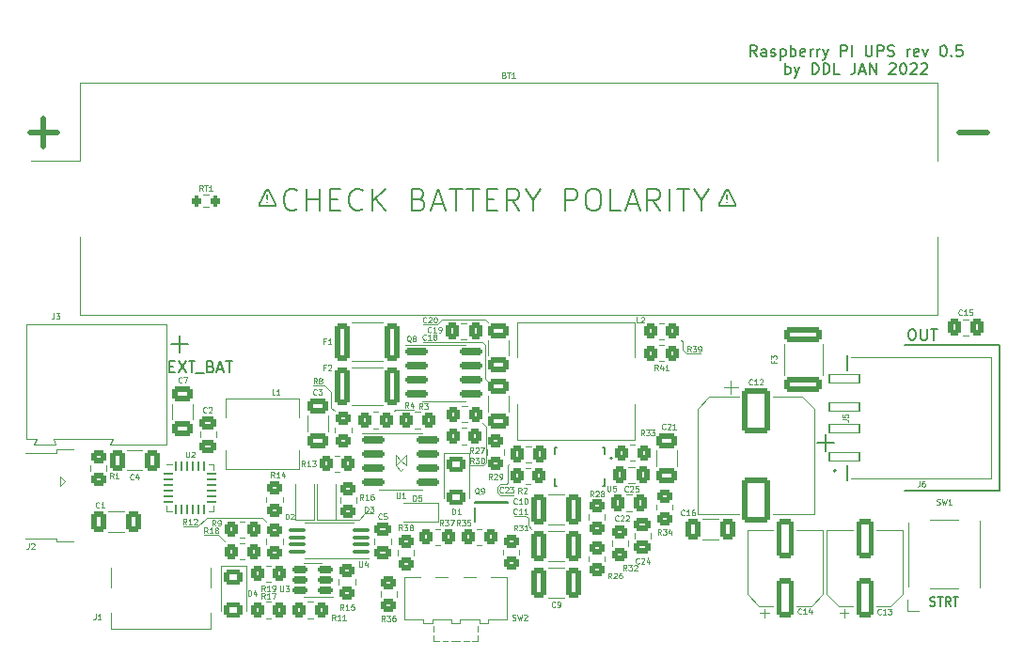
<source format=gto>
G04 #@! TF.GenerationSoftware,KiCad,Pcbnew,6.0.4-6f826c9f35~116~ubuntu20.04.1*
G04 #@! TF.CreationDate,2022-05-05T15:44:48+02:00*
G04 #@! TF.ProjectId,PiUPS,50695550-532e-46b6-9963-61645f706362,rev?*
G04 #@! TF.SameCoordinates,Original*
G04 #@! TF.FileFunction,Legend,Top*
G04 #@! TF.FilePolarity,Positive*
%FSLAX46Y46*%
G04 Gerber Fmt 4.6, Leading zero omitted, Abs format (unit mm)*
G04 Created by KiCad (PCBNEW 6.0.4-6f826c9f35~116~ubuntu20.04.1) date 2022-05-05 15:44:48*
%MOMM*%
%LPD*%
G01*
G04 APERTURE LIST*
G04 Aperture macros list*
%AMRoundRect*
0 Rectangle with rounded corners*
0 $1 Rounding radius*
0 $2 $3 $4 $5 $6 $7 $8 $9 X,Y pos of 4 corners*
0 Add a 4 corners polygon primitive as box body*
4,1,4,$2,$3,$4,$5,$6,$7,$8,$9,$2,$3,0*
0 Add four circle primitives for the rounded corners*
1,1,$1+$1,$2,$3*
1,1,$1+$1,$4,$5*
1,1,$1+$1,$6,$7*
1,1,$1+$1,$8,$9*
0 Add four rect primitives between the rounded corners*
20,1,$1+$1,$2,$3,$4,$5,0*
20,1,$1+$1,$4,$5,$6,$7,0*
20,1,$1+$1,$6,$7,$8,$9,0*
20,1,$1+$1,$8,$9,$2,$3,0*%
G04 Aperture macros list end*
%ADD10C,0.120000*%
%ADD11C,0.500000*%
%ADD12C,0.150000*%
%ADD13C,0.200000*%
%ADD14C,0.100000*%
%ADD15C,0.127000*%
%ADD16R,1.750000X1.750000*%
%ADD17C,1.750000*%
%ADD18C,0.010000*%
%ADD19RoundRect,0.250000X-0.412500X-1.100000X0.412500X-1.100000X0.412500X1.100000X-0.412500X1.100000X0*%
%ADD20R,2.700000X3.600000*%
%ADD21RoundRect,0.250000X0.650000X-0.412500X0.650000X0.412500X-0.650000X0.412500X-0.650000X-0.412500X0*%
%ADD22RoundRect,0.250000X0.412500X0.650000X-0.412500X0.650000X-0.412500X-0.650000X0.412500X-0.650000X0*%
%ADD23RoundRect,0.250000X0.450000X-0.350000X0.450000X0.350000X-0.450000X0.350000X-0.450000X-0.350000X0*%
%ADD24RoundRect,0.250000X0.400000X1.450000X-0.400000X1.450000X-0.400000X-1.450000X0.400000X-1.450000X0*%
%ADD25RoundRect,0.250000X-0.475000X0.337500X-0.475000X-0.337500X0.475000X-0.337500X0.475000X0.337500X0*%
%ADD26RoundRect,0.250000X-0.337500X-0.475000X0.337500X-0.475000X0.337500X0.475000X-0.337500X0.475000X0*%
%ADD27RoundRect,0.250000X0.350000X0.450000X-0.350000X0.450000X-0.350000X-0.450000X0.350000X-0.450000X0*%
%ADD28RoundRect,0.062500X-0.350000X-0.062500X0.350000X-0.062500X0.350000X0.062500X-0.350000X0.062500X0*%
%ADD29RoundRect,0.062500X-0.062500X-0.350000X0.062500X-0.350000X0.062500X0.350000X-0.062500X0.350000X0*%
%ADD30R,2.700000X2.700000*%
%ADD31RoundRect,0.250000X0.337500X0.475000X-0.337500X0.475000X-0.337500X-0.475000X0.337500X-0.475000X0*%
%ADD32C,1.300000*%
%ADD33RoundRect,0.054000X1.346000X-0.396000X1.346000X0.396000X-1.346000X0.396000X-1.346000X-0.396000X0*%
%ADD34R,5.000000X2.500000*%
%ADD35RoundRect,0.250000X-0.450000X0.350000X-0.450000X-0.350000X0.450000X-0.350000X0.450000X0.350000X0*%
%ADD36RoundRect,0.250000X-0.650000X0.412500X-0.650000X-0.412500X0.650000X-0.412500X0.650000X0.412500X0*%
%ADD37RoundRect,0.250000X-1.000000X1.750000X-1.000000X-1.750000X1.000000X-1.750000X1.000000X1.750000X0*%
%ADD38C,3.450000*%
%ADD39C,2.390000*%
%ADD40R,7.340000X6.350000*%
%ADD41R,1.650000X0.400000*%
%ADD42O,1.700000X1.350000*%
%ADD43R,2.000000X1.350000*%
%ADD44R,2.500000X1.430000*%
%ADD45R,0.700000X1.825000*%
%ADD46R,1.500000X2.000000*%
%ADD47O,1.500000X1.100000*%
%ADD48RoundRect,0.250000X-0.350000X-0.450000X0.350000X-0.450000X0.350000X0.450000X-0.350000X0.450000X0*%
%ADD49RoundRect,0.250000X0.475000X-0.337500X0.475000X0.337500X-0.475000X0.337500X-0.475000X-0.337500X0*%
%ADD50RoundRect,0.250001X-0.624999X0.462499X-0.624999X-0.462499X0.624999X-0.462499X0.624999X0.462499X0*%
%ADD51RoundRect,0.250000X1.450000X-0.400000X1.450000X0.400000X-1.450000X0.400000X-1.450000X-0.400000X0*%
%ADD52RoundRect,0.200000X-0.200000X-0.275000X0.200000X-0.275000X0.200000X0.275000X-0.200000X0.275000X0*%
%ADD53C,0.900000*%
%ADD54R,1.250000X2.500000*%
%ADD55RoundRect,0.150000X-0.825000X-0.150000X0.825000X-0.150000X0.825000X0.150000X-0.825000X0.150000X0*%
%ADD56C,0.600000*%
%ADD57R,0.600000X1.160000*%
%ADD58R,0.300000X1.160000*%
%ADD59O,0.900000X1.700000*%
%ADD60O,0.900000X2.000000*%
%ADD61R,3.960000X1.980000*%
%ADD62O,3.960000X1.980000*%
%ADD63RoundRect,0.100000X0.637500X0.100000X-0.637500X0.100000X-0.637500X-0.100000X0.637500X-0.100000X0*%
%ADD64R,0.600000X0.240000*%
%ADD65R,0.240000X0.600000*%
%ADD66R,3.050000X2.050000*%
%ADD67C,0.300000*%
%ADD68C,6.750000*%
%ADD69R,1.000000X1.000000*%
%ADD70RoundRect,0.250000X0.550000X-1.500000X0.550000X1.500000X-0.550000X1.500000X-0.550000X-1.500000X0*%
%ADD71R,0.600000X1.300000*%
%ADD72R,1.400000X1.600000*%
%ADD73R,1.500000X2.400000*%
%ADD74RoundRect,0.150000X0.512500X0.150000X-0.512500X0.150000X-0.512500X-0.150000X0.512500X-0.150000X0*%
G04 APERTURE END LIST*
D10*
X94575000Y-114050000D02*
X96625000Y-114050000D01*
X100750000Y-104150000D02*
X99975000Y-104150000D01*
X100850000Y-109180000D02*
X100390000Y-108720000D01*
X106675000Y-109150000D02*
X107850000Y-109150000D01*
D11*
X66983600Y-79191600D02*
X69483600Y-79191600D01*
D10*
X92500000Y-101975000D02*
X93400000Y-101975000D01*
X110000000Y-109175000D02*
X110175000Y-109000000D01*
X82700000Y-115450000D02*
X83925000Y-115450000D01*
X108025000Y-96075000D02*
X108250000Y-96300000D01*
X99975000Y-104150000D02*
X99825000Y-104300000D01*
X99950000Y-108250000D02*
X99950000Y-109180000D01*
X102400000Y-96500000D02*
X103675000Y-96500000D01*
X100410000Y-109640000D02*
X100630000Y-109420000D01*
X109900000Y-110875000D02*
X110000000Y-110775000D01*
X97900000Y-113525000D02*
X97150000Y-113525000D01*
X111900000Y-114625000D02*
X112175000Y-114900000D01*
X82900000Y-113875000D02*
X87950000Y-113875000D01*
X100850000Y-109180000D02*
X100850000Y-108250000D01*
X102375000Y-98050000D02*
X107750000Y-98050000D01*
X109100000Y-111100000D02*
X109325000Y-110875000D01*
X99950000Y-108250000D02*
X100410000Y-108710000D01*
X111900000Y-113950000D02*
X111900000Y-114625000D01*
D11*
X68233600Y-77941600D02*
X68233600Y-80441600D01*
D10*
X125775000Y-98025000D02*
X125625000Y-97875000D01*
X110600000Y-113725000D02*
X111675000Y-113725000D01*
X96625000Y-114050000D02*
X97150000Y-113525000D01*
X94150000Y-102575000D02*
X94150000Y-104025000D01*
X99950000Y-109180000D02*
X100410000Y-108720000D01*
X104100000Y-96075000D02*
X108025000Y-96075000D01*
X108050000Y-105675000D02*
X107775000Y-105400000D01*
X93550000Y-101975000D02*
X94150000Y-102575000D01*
X87950000Y-113875000D02*
X88300000Y-114225000D01*
X109100000Y-111625000D02*
X109100000Y-111100000D01*
X110550000Y-111850000D02*
X109325000Y-111850000D01*
X111675000Y-113725000D02*
X111900000Y-113950000D01*
X109325000Y-111850000D02*
X109100000Y-111625000D01*
X103675000Y-96500000D02*
X104100000Y-96075000D01*
X94150000Y-104025000D02*
X94425000Y-104300000D01*
X99950000Y-109180000D02*
X100410000Y-109640000D01*
D11*
X150690000Y-79191600D02*
X153190000Y-79191600D01*
D10*
X82125000Y-114650000D02*
X82900000Y-113875000D01*
X125775000Y-98750000D02*
X125775000Y-98025000D01*
X80800000Y-114650000D02*
X82125000Y-114650000D01*
X127375000Y-99100000D02*
X126125000Y-99100000D01*
X126125000Y-99100000D02*
X125775000Y-98750000D01*
X108000000Y-98300000D02*
X107750000Y-98050000D01*
X110000000Y-110775000D02*
X110000000Y-109175000D01*
X93400000Y-101975000D02*
X93550000Y-101975000D01*
X107850000Y-109150000D02*
X108050000Y-108950000D01*
X83925000Y-115450000D02*
X84525000Y-116050000D01*
X100850000Y-108250000D02*
X100390000Y-108710000D01*
X101525000Y-104150000D02*
X100750000Y-104150000D01*
X108050000Y-108950000D02*
X108050000Y-105675000D01*
X108000000Y-101400000D02*
X108150000Y-101550000D01*
X109325000Y-110875000D02*
X109900000Y-110875000D01*
X108000000Y-98300000D02*
X108000000Y-101400000D01*
D12*
X146350000Y-96902380D02*
X146540476Y-96902380D01*
X146635714Y-96950000D01*
X146730952Y-97045238D01*
X146778571Y-97235714D01*
X146778571Y-97569047D01*
X146730952Y-97759523D01*
X146635714Y-97854761D01*
X146540476Y-97902380D01*
X146350000Y-97902380D01*
X146254761Y-97854761D01*
X146159523Y-97759523D01*
X146111904Y-97569047D01*
X146111904Y-97235714D01*
X146159523Y-97045238D01*
X146254761Y-96950000D01*
X146350000Y-96902380D01*
X147207142Y-96902380D02*
X147207142Y-97711904D01*
X147254761Y-97807142D01*
X147302380Y-97854761D01*
X147397619Y-97902380D01*
X147588095Y-97902380D01*
X147683333Y-97854761D01*
X147730952Y-97807142D01*
X147778571Y-97711904D01*
X147778571Y-96902380D01*
X148111904Y-96902380D02*
X148683333Y-96902380D01*
X148397619Y-97902380D02*
X148397619Y-96902380D01*
X132447619Y-72347380D02*
X132114285Y-71871190D01*
X131876190Y-72347380D02*
X131876190Y-71347380D01*
X132257142Y-71347380D01*
X132352380Y-71395000D01*
X132400000Y-71442619D01*
X132447619Y-71537857D01*
X132447619Y-71680714D01*
X132400000Y-71775952D01*
X132352380Y-71823571D01*
X132257142Y-71871190D01*
X131876190Y-71871190D01*
X133304761Y-72347380D02*
X133304761Y-71823571D01*
X133257142Y-71728333D01*
X133161904Y-71680714D01*
X132971428Y-71680714D01*
X132876190Y-71728333D01*
X133304761Y-72299761D02*
X133209523Y-72347380D01*
X132971428Y-72347380D01*
X132876190Y-72299761D01*
X132828571Y-72204523D01*
X132828571Y-72109285D01*
X132876190Y-72014047D01*
X132971428Y-71966428D01*
X133209523Y-71966428D01*
X133304761Y-71918809D01*
X133733333Y-72299761D02*
X133828571Y-72347380D01*
X134019047Y-72347380D01*
X134114285Y-72299761D01*
X134161904Y-72204523D01*
X134161904Y-72156904D01*
X134114285Y-72061666D01*
X134019047Y-72014047D01*
X133876190Y-72014047D01*
X133780952Y-71966428D01*
X133733333Y-71871190D01*
X133733333Y-71823571D01*
X133780952Y-71728333D01*
X133876190Y-71680714D01*
X134019047Y-71680714D01*
X134114285Y-71728333D01*
X134590476Y-71680714D02*
X134590476Y-72680714D01*
X134590476Y-71728333D02*
X134685714Y-71680714D01*
X134876190Y-71680714D01*
X134971428Y-71728333D01*
X135019047Y-71775952D01*
X135066666Y-71871190D01*
X135066666Y-72156904D01*
X135019047Y-72252142D01*
X134971428Y-72299761D01*
X134876190Y-72347380D01*
X134685714Y-72347380D01*
X134590476Y-72299761D01*
X135495238Y-72347380D02*
X135495238Y-71347380D01*
X135495238Y-71728333D02*
X135590476Y-71680714D01*
X135780952Y-71680714D01*
X135876190Y-71728333D01*
X135923809Y-71775952D01*
X135971428Y-71871190D01*
X135971428Y-72156904D01*
X135923809Y-72252142D01*
X135876190Y-72299761D01*
X135780952Y-72347380D01*
X135590476Y-72347380D01*
X135495238Y-72299761D01*
X136780952Y-72299761D02*
X136685714Y-72347380D01*
X136495238Y-72347380D01*
X136400000Y-72299761D01*
X136352380Y-72204523D01*
X136352380Y-71823571D01*
X136400000Y-71728333D01*
X136495238Y-71680714D01*
X136685714Y-71680714D01*
X136780952Y-71728333D01*
X136828571Y-71823571D01*
X136828571Y-71918809D01*
X136352380Y-72014047D01*
X137257142Y-72347380D02*
X137257142Y-71680714D01*
X137257142Y-71871190D02*
X137304761Y-71775952D01*
X137352380Y-71728333D01*
X137447619Y-71680714D01*
X137542857Y-71680714D01*
X137876190Y-72347380D02*
X137876190Y-71680714D01*
X137876190Y-71871190D02*
X137923809Y-71775952D01*
X137971428Y-71728333D01*
X138066666Y-71680714D01*
X138161904Y-71680714D01*
X138400000Y-71680714D02*
X138638095Y-72347380D01*
X138876190Y-71680714D02*
X138638095Y-72347380D01*
X138542857Y-72585476D01*
X138495238Y-72633095D01*
X138400000Y-72680714D01*
X140019047Y-72347380D02*
X140019047Y-71347380D01*
X140400000Y-71347380D01*
X140495238Y-71395000D01*
X140542857Y-71442619D01*
X140590476Y-71537857D01*
X140590476Y-71680714D01*
X140542857Y-71775952D01*
X140495238Y-71823571D01*
X140400000Y-71871190D01*
X140019047Y-71871190D01*
X141019047Y-72347380D02*
X141019047Y-71347380D01*
X142257142Y-71347380D02*
X142257142Y-72156904D01*
X142304761Y-72252142D01*
X142352380Y-72299761D01*
X142447619Y-72347380D01*
X142638095Y-72347380D01*
X142733333Y-72299761D01*
X142780952Y-72252142D01*
X142828571Y-72156904D01*
X142828571Y-71347380D01*
X143304761Y-72347380D02*
X143304761Y-71347380D01*
X143685714Y-71347380D01*
X143780952Y-71395000D01*
X143828571Y-71442619D01*
X143876190Y-71537857D01*
X143876190Y-71680714D01*
X143828571Y-71775952D01*
X143780952Y-71823571D01*
X143685714Y-71871190D01*
X143304761Y-71871190D01*
X144257142Y-72299761D02*
X144400000Y-72347380D01*
X144638095Y-72347380D01*
X144733333Y-72299761D01*
X144780952Y-72252142D01*
X144828571Y-72156904D01*
X144828571Y-72061666D01*
X144780952Y-71966428D01*
X144733333Y-71918809D01*
X144638095Y-71871190D01*
X144447619Y-71823571D01*
X144352380Y-71775952D01*
X144304761Y-71728333D01*
X144257142Y-71633095D01*
X144257142Y-71537857D01*
X144304761Y-71442619D01*
X144352380Y-71395000D01*
X144447619Y-71347380D01*
X144685714Y-71347380D01*
X144828571Y-71395000D01*
X146019047Y-72347380D02*
X146019047Y-71680714D01*
X146019047Y-71871190D02*
X146066666Y-71775952D01*
X146114285Y-71728333D01*
X146209523Y-71680714D01*
X146304761Y-71680714D01*
X147019047Y-72299761D02*
X146923809Y-72347380D01*
X146733333Y-72347380D01*
X146638095Y-72299761D01*
X146590476Y-72204523D01*
X146590476Y-71823571D01*
X146638095Y-71728333D01*
X146733333Y-71680714D01*
X146923809Y-71680714D01*
X147019047Y-71728333D01*
X147066666Y-71823571D01*
X147066666Y-71918809D01*
X146590476Y-72014047D01*
X147400000Y-71680714D02*
X147638095Y-72347380D01*
X147876190Y-71680714D01*
X149209523Y-71347380D02*
X149304761Y-71347380D01*
X149400000Y-71395000D01*
X149447619Y-71442619D01*
X149495238Y-71537857D01*
X149542857Y-71728333D01*
X149542857Y-71966428D01*
X149495238Y-72156904D01*
X149447619Y-72252142D01*
X149400000Y-72299761D01*
X149304761Y-72347380D01*
X149209523Y-72347380D01*
X149114285Y-72299761D01*
X149066666Y-72252142D01*
X149019047Y-72156904D01*
X148971428Y-71966428D01*
X148971428Y-71728333D01*
X149019047Y-71537857D01*
X149066666Y-71442619D01*
X149114285Y-71395000D01*
X149209523Y-71347380D01*
X149971428Y-72252142D02*
X150019047Y-72299761D01*
X149971428Y-72347380D01*
X149923809Y-72299761D01*
X149971428Y-72252142D01*
X149971428Y-72347380D01*
X150923809Y-71347380D02*
X150447619Y-71347380D01*
X150400000Y-71823571D01*
X150447619Y-71775952D01*
X150542857Y-71728333D01*
X150780952Y-71728333D01*
X150876190Y-71775952D01*
X150923809Y-71823571D01*
X150971428Y-71918809D01*
X150971428Y-72156904D01*
X150923809Y-72252142D01*
X150876190Y-72299761D01*
X150780952Y-72347380D01*
X150542857Y-72347380D01*
X150447619Y-72299761D01*
X150400000Y-72252142D01*
X135019047Y-73957380D02*
X135019047Y-72957380D01*
X135019047Y-73338333D02*
X135114285Y-73290714D01*
X135304761Y-73290714D01*
X135400000Y-73338333D01*
X135447619Y-73385952D01*
X135495238Y-73481190D01*
X135495238Y-73766904D01*
X135447619Y-73862142D01*
X135400000Y-73909761D01*
X135304761Y-73957380D01*
X135114285Y-73957380D01*
X135019047Y-73909761D01*
X135828571Y-73290714D02*
X136066666Y-73957380D01*
X136304761Y-73290714D02*
X136066666Y-73957380D01*
X135971428Y-74195476D01*
X135923809Y-74243095D01*
X135828571Y-74290714D01*
X137447619Y-73957380D02*
X137447619Y-72957380D01*
X137685714Y-72957380D01*
X137828571Y-73005000D01*
X137923809Y-73100238D01*
X137971428Y-73195476D01*
X138019047Y-73385952D01*
X138019047Y-73528809D01*
X137971428Y-73719285D01*
X137923809Y-73814523D01*
X137828571Y-73909761D01*
X137685714Y-73957380D01*
X137447619Y-73957380D01*
X138447619Y-73957380D02*
X138447619Y-72957380D01*
X138685714Y-72957380D01*
X138828571Y-73005000D01*
X138923809Y-73100238D01*
X138971428Y-73195476D01*
X139019047Y-73385952D01*
X139019047Y-73528809D01*
X138971428Y-73719285D01*
X138923809Y-73814523D01*
X138828571Y-73909761D01*
X138685714Y-73957380D01*
X138447619Y-73957380D01*
X139923809Y-73957380D02*
X139447619Y-73957380D01*
X139447619Y-72957380D01*
X141304761Y-72957380D02*
X141304761Y-73671666D01*
X141257142Y-73814523D01*
X141161904Y-73909761D01*
X141019047Y-73957380D01*
X140923809Y-73957380D01*
X141733333Y-73671666D02*
X142209523Y-73671666D01*
X141638095Y-73957380D02*
X141971428Y-72957380D01*
X142304761Y-73957380D01*
X142638095Y-73957380D02*
X142638095Y-72957380D01*
X143209523Y-73957380D01*
X143209523Y-72957380D01*
X144400000Y-73052619D02*
X144447619Y-73005000D01*
X144542857Y-72957380D01*
X144780952Y-72957380D01*
X144876190Y-73005000D01*
X144923809Y-73052619D01*
X144971428Y-73147857D01*
X144971428Y-73243095D01*
X144923809Y-73385952D01*
X144352380Y-73957380D01*
X144971428Y-73957380D01*
X145590476Y-72957380D02*
X145685714Y-72957380D01*
X145780952Y-73005000D01*
X145828571Y-73052619D01*
X145876190Y-73147857D01*
X145923809Y-73338333D01*
X145923809Y-73576428D01*
X145876190Y-73766904D01*
X145828571Y-73862142D01*
X145780952Y-73909761D01*
X145685714Y-73957380D01*
X145590476Y-73957380D01*
X145495238Y-73909761D01*
X145447619Y-73862142D01*
X145400000Y-73766904D01*
X145352380Y-73576428D01*
X145352380Y-73338333D01*
X145400000Y-73147857D01*
X145447619Y-73052619D01*
X145495238Y-73005000D01*
X145590476Y-72957380D01*
X146304761Y-73052619D02*
X146352380Y-73005000D01*
X146447619Y-72957380D01*
X146685714Y-72957380D01*
X146780952Y-73005000D01*
X146828571Y-73052619D01*
X146876190Y-73147857D01*
X146876190Y-73243095D01*
X146828571Y-73385952D01*
X146257142Y-73957380D01*
X146876190Y-73957380D01*
X147257142Y-73052619D02*
X147304761Y-73005000D01*
X147400000Y-72957380D01*
X147638095Y-72957380D01*
X147733333Y-73005000D01*
X147780952Y-73052619D01*
X147828571Y-73147857D01*
X147828571Y-73243095D01*
X147780952Y-73385952D01*
X147209523Y-73957380D01*
X147828571Y-73957380D01*
X148051904Y-121823809D02*
X148166190Y-121861904D01*
X148356666Y-121861904D01*
X148432857Y-121823809D01*
X148470952Y-121785714D01*
X148509047Y-121709523D01*
X148509047Y-121633333D01*
X148470952Y-121557142D01*
X148432857Y-121519047D01*
X148356666Y-121480952D01*
X148204285Y-121442857D01*
X148128095Y-121404761D01*
X148090000Y-121366666D01*
X148051904Y-121290476D01*
X148051904Y-121214285D01*
X148090000Y-121138095D01*
X148128095Y-121100000D01*
X148204285Y-121061904D01*
X148394761Y-121061904D01*
X148509047Y-121100000D01*
X148737619Y-121061904D02*
X149194761Y-121061904D01*
X148966190Y-121861904D02*
X148966190Y-121061904D01*
X149918571Y-121861904D02*
X149651904Y-121480952D01*
X149461428Y-121861904D02*
X149461428Y-121061904D01*
X149766190Y-121061904D01*
X149842380Y-121100000D01*
X149880476Y-121138095D01*
X149918571Y-121214285D01*
X149918571Y-121328571D01*
X149880476Y-121404761D01*
X149842380Y-121442857D01*
X149766190Y-121480952D01*
X149461428Y-121480952D01*
X150147142Y-121061904D02*
X150604285Y-121061904D01*
X150375714Y-121861904D02*
X150375714Y-121061904D01*
D13*
X137908095Y-107132857D02*
X139431904Y-107132857D01*
X138670000Y-107894761D02*
X138670000Y-106370952D01*
X91080476Y-86058285D02*
X90985238Y-86153523D01*
X90699523Y-86248761D01*
X90509047Y-86248761D01*
X90223333Y-86153523D01*
X90032857Y-85963047D01*
X89937619Y-85772571D01*
X89842380Y-85391619D01*
X89842380Y-85105904D01*
X89937619Y-84724952D01*
X90032857Y-84534476D01*
X90223333Y-84344000D01*
X90509047Y-84248761D01*
X90699523Y-84248761D01*
X90985238Y-84344000D01*
X91080476Y-84439238D01*
X91937619Y-86248761D02*
X91937619Y-84248761D01*
X91937619Y-85201142D02*
X93080476Y-85201142D01*
X93080476Y-86248761D02*
X93080476Y-84248761D01*
X94032857Y-85201142D02*
X94699523Y-85201142D01*
X94985238Y-86248761D02*
X94032857Y-86248761D01*
X94032857Y-84248761D01*
X94985238Y-84248761D01*
X96985238Y-86058285D02*
X96890000Y-86153523D01*
X96604285Y-86248761D01*
X96413809Y-86248761D01*
X96128095Y-86153523D01*
X95937619Y-85963047D01*
X95842380Y-85772571D01*
X95747142Y-85391619D01*
X95747142Y-85105904D01*
X95842380Y-84724952D01*
X95937619Y-84534476D01*
X96128095Y-84344000D01*
X96413809Y-84248761D01*
X96604285Y-84248761D01*
X96890000Y-84344000D01*
X96985238Y-84439238D01*
X97842380Y-86248761D02*
X97842380Y-84248761D01*
X98985238Y-86248761D02*
X98128095Y-85105904D01*
X98985238Y-84248761D02*
X97842380Y-85391619D01*
X102032857Y-85201142D02*
X102318571Y-85296380D01*
X102413809Y-85391619D01*
X102509047Y-85582095D01*
X102509047Y-85867809D01*
X102413809Y-86058285D01*
X102318571Y-86153523D01*
X102128095Y-86248761D01*
X101366190Y-86248761D01*
X101366190Y-84248761D01*
X102032857Y-84248761D01*
X102223333Y-84344000D01*
X102318571Y-84439238D01*
X102413809Y-84629714D01*
X102413809Y-84820190D01*
X102318571Y-85010666D01*
X102223333Y-85105904D01*
X102032857Y-85201142D01*
X101366190Y-85201142D01*
X103270952Y-85677333D02*
X104223333Y-85677333D01*
X103080476Y-86248761D02*
X103747142Y-84248761D01*
X104413809Y-86248761D01*
X104794761Y-84248761D02*
X105937619Y-84248761D01*
X105366190Y-86248761D02*
X105366190Y-84248761D01*
X106318571Y-84248761D02*
X107461428Y-84248761D01*
X106890000Y-86248761D02*
X106890000Y-84248761D01*
X108128095Y-85201142D02*
X108794761Y-85201142D01*
X109080476Y-86248761D02*
X108128095Y-86248761D01*
X108128095Y-84248761D01*
X109080476Y-84248761D01*
X111080476Y-86248761D02*
X110413809Y-85296380D01*
X109937619Y-86248761D02*
X109937619Y-84248761D01*
X110699523Y-84248761D01*
X110890000Y-84344000D01*
X110985238Y-84439238D01*
X111080476Y-84629714D01*
X111080476Y-84915428D01*
X110985238Y-85105904D01*
X110890000Y-85201142D01*
X110699523Y-85296380D01*
X109937619Y-85296380D01*
X112318571Y-85296380D02*
X112318571Y-86248761D01*
X111651904Y-84248761D02*
X112318571Y-85296380D01*
X112985238Y-84248761D01*
X115175714Y-86248761D02*
X115175714Y-84248761D01*
X115937619Y-84248761D01*
X116128095Y-84344000D01*
X116223333Y-84439238D01*
X116318571Y-84629714D01*
X116318571Y-84915428D01*
X116223333Y-85105904D01*
X116128095Y-85201142D01*
X115937619Y-85296380D01*
X115175714Y-85296380D01*
X117556666Y-84248761D02*
X117937619Y-84248761D01*
X118128095Y-84344000D01*
X118318571Y-84534476D01*
X118413809Y-84915428D01*
X118413809Y-85582095D01*
X118318571Y-85963047D01*
X118128095Y-86153523D01*
X117937619Y-86248761D01*
X117556666Y-86248761D01*
X117366190Y-86153523D01*
X117175714Y-85963047D01*
X117080476Y-85582095D01*
X117080476Y-84915428D01*
X117175714Y-84534476D01*
X117366190Y-84344000D01*
X117556666Y-84248761D01*
X120223333Y-86248761D02*
X119270952Y-86248761D01*
X119270952Y-84248761D01*
X120794761Y-85677333D02*
X121747142Y-85677333D01*
X120604285Y-86248761D02*
X121270952Y-84248761D01*
X121937619Y-86248761D01*
X123747142Y-86248761D02*
X123080476Y-85296380D01*
X122604285Y-86248761D02*
X122604285Y-84248761D01*
X123366190Y-84248761D01*
X123556666Y-84344000D01*
X123651904Y-84439238D01*
X123747142Y-84629714D01*
X123747142Y-84915428D01*
X123651904Y-85105904D01*
X123556666Y-85201142D01*
X123366190Y-85296380D01*
X122604285Y-85296380D01*
X124604285Y-86248761D02*
X124604285Y-84248761D01*
X125270952Y-84248761D02*
X126413809Y-84248761D01*
X125842380Y-86248761D02*
X125842380Y-84248761D01*
X127461428Y-85296380D02*
X127461428Y-86248761D01*
X126794761Y-84248761D02*
X127461428Y-85296380D01*
X128128095Y-84248761D01*
X79738095Y-98282857D02*
X81261904Y-98282857D01*
X80500000Y-99044761D02*
X80500000Y-97520952D01*
D12*
X79578095Y-100278571D02*
X79911428Y-100278571D01*
X80054285Y-100802380D02*
X79578095Y-100802380D01*
X79578095Y-99802380D01*
X80054285Y-99802380D01*
X80387619Y-99802380D02*
X81054285Y-100802380D01*
X81054285Y-99802380D02*
X80387619Y-100802380D01*
X81292380Y-99802380D02*
X81863809Y-99802380D01*
X81578095Y-100802380D02*
X81578095Y-99802380D01*
X81959047Y-100897619D02*
X82720952Y-100897619D01*
X83292380Y-100278571D02*
X83435238Y-100326190D01*
X83482857Y-100373809D01*
X83530476Y-100469047D01*
X83530476Y-100611904D01*
X83482857Y-100707142D01*
X83435238Y-100754761D01*
X83340000Y-100802380D01*
X82959047Y-100802380D01*
X82959047Y-99802380D01*
X83292380Y-99802380D01*
X83387619Y-99850000D01*
X83435238Y-99897619D01*
X83482857Y-99992857D01*
X83482857Y-100088095D01*
X83435238Y-100183333D01*
X83387619Y-100230952D01*
X83292380Y-100278571D01*
X82959047Y-100278571D01*
X83911428Y-100516666D02*
X84387619Y-100516666D01*
X83816190Y-100802380D02*
X84149523Y-99802380D01*
X84482857Y-100802380D01*
X84673333Y-99802380D02*
X85244761Y-99802380D01*
X84959047Y-100802380D02*
X84959047Y-99802380D01*
D14*
X114291666Y-121903571D02*
X114267857Y-121927380D01*
X114196428Y-121951190D01*
X114148809Y-121951190D01*
X114077380Y-121927380D01*
X114029761Y-121879761D01*
X114005952Y-121832142D01*
X113982142Y-121736904D01*
X113982142Y-121665476D01*
X114005952Y-121570238D01*
X114029761Y-121522619D01*
X114077380Y-121475000D01*
X114148809Y-121451190D01*
X114196428Y-121451190D01*
X114267857Y-121475000D01*
X114291666Y-121498809D01*
X114529761Y-121951190D02*
X114625000Y-121951190D01*
X114672619Y-121927380D01*
X114696428Y-121903571D01*
X114744047Y-121832142D01*
X114767857Y-121736904D01*
X114767857Y-121546428D01*
X114744047Y-121498809D01*
X114720238Y-121475000D01*
X114672619Y-121451190D01*
X114577380Y-121451190D01*
X114529761Y-121475000D01*
X114505952Y-121498809D01*
X114482142Y-121546428D01*
X114482142Y-121665476D01*
X114505952Y-121713095D01*
X114529761Y-121736904D01*
X114577380Y-121760714D01*
X114672619Y-121760714D01*
X114720238Y-121736904D01*
X114744047Y-121713095D01*
X114767857Y-121665476D01*
X121891666Y-96326190D02*
X121653571Y-96326190D01*
X121653571Y-95826190D01*
X122034523Y-95873809D02*
X122058333Y-95850000D01*
X122105952Y-95826190D01*
X122225000Y-95826190D01*
X122272619Y-95850000D01*
X122296428Y-95873809D01*
X122320238Y-95921428D01*
X122320238Y-95969047D01*
X122296428Y-96040476D01*
X122010714Y-96326190D01*
X122320238Y-96326190D01*
X92816666Y-102778571D02*
X92792857Y-102802380D01*
X92721428Y-102826190D01*
X92673809Y-102826190D01*
X92602380Y-102802380D01*
X92554761Y-102754761D01*
X92530952Y-102707142D01*
X92507142Y-102611904D01*
X92507142Y-102540476D01*
X92530952Y-102445238D01*
X92554761Y-102397619D01*
X92602380Y-102350000D01*
X92673809Y-102326190D01*
X92721428Y-102326190D01*
X92792857Y-102350000D01*
X92816666Y-102373809D01*
X92983333Y-102326190D02*
X93292857Y-102326190D01*
X93126190Y-102516666D01*
X93197619Y-102516666D01*
X93245238Y-102540476D01*
X93269047Y-102564285D01*
X93292857Y-102611904D01*
X93292857Y-102730952D01*
X93269047Y-102778571D01*
X93245238Y-102802380D01*
X93197619Y-102826190D01*
X93054761Y-102826190D01*
X93007142Y-102802380D01*
X92983333Y-102778571D01*
X76341666Y-110428571D02*
X76317857Y-110452380D01*
X76246428Y-110476190D01*
X76198809Y-110476190D01*
X76127380Y-110452380D01*
X76079761Y-110404761D01*
X76055952Y-110357142D01*
X76032142Y-110261904D01*
X76032142Y-110190476D01*
X76055952Y-110095238D01*
X76079761Y-110047619D01*
X76127380Y-110000000D01*
X76198809Y-109976190D01*
X76246428Y-109976190D01*
X76317857Y-110000000D01*
X76341666Y-110023809D01*
X76770238Y-110142857D02*
X76770238Y-110476190D01*
X76651190Y-109952380D02*
X76532142Y-110309523D01*
X76841666Y-110309523D01*
X120738571Y-118646190D02*
X120571904Y-118408095D01*
X120452857Y-118646190D02*
X120452857Y-118146190D01*
X120643333Y-118146190D01*
X120690952Y-118170000D01*
X120714761Y-118193809D01*
X120738571Y-118241428D01*
X120738571Y-118312857D01*
X120714761Y-118360476D01*
X120690952Y-118384285D01*
X120643333Y-118408095D01*
X120452857Y-118408095D01*
X120905238Y-118146190D02*
X121214761Y-118146190D01*
X121048095Y-118336666D01*
X121119523Y-118336666D01*
X121167142Y-118360476D01*
X121190952Y-118384285D01*
X121214761Y-118431904D01*
X121214761Y-118550952D01*
X121190952Y-118598571D01*
X121167142Y-118622380D01*
X121119523Y-118646190D01*
X120976666Y-118646190D01*
X120929047Y-118622380D01*
X120905238Y-118598571D01*
X121405238Y-118193809D02*
X121429047Y-118170000D01*
X121476666Y-118146190D01*
X121595714Y-118146190D01*
X121643333Y-118170000D01*
X121667142Y-118193809D01*
X121690952Y-118241428D01*
X121690952Y-118289047D01*
X121667142Y-118360476D01*
X121381428Y-118646190D01*
X121690952Y-118646190D01*
X93633333Y-98014285D02*
X93466666Y-98014285D01*
X93466666Y-98276190D02*
X93466666Y-97776190D01*
X93704761Y-97776190D01*
X94157142Y-98276190D02*
X93871428Y-98276190D01*
X94014285Y-98276190D02*
X94014285Y-97776190D01*
X93966666Y-97847619D01*
X93919047Y-97895238D01*
X93871428Y-97919047D01*
X121858571Y-117988571D02*
X121834761Y-118012380D01*
X121763333Y-118036190D01*
X121715714Y-118036190D01*
X121644285Y-118012380D01*
X121596666Y-117964761D01*
X121572857Y-117917142D01*
X121549047Y-117821904D01*
X121549047Y-117750476D01*
X121572857Y-117655238D01*
X121596666Y-117607619D01*
X121644285Y-117560000D01*
X121715714Y-117536190D01*
X121763333Y-117536190D01*
X121834761Y-117560000D01*
X121858571Y-117583809D01*
X122049047Y-117583809D02*
X122072857Y-117560000D01*
X122120476Y-117536190D01*
X122239523Y-117536190D01*
X122287142Y-117560000D01*
X122310952Y-117583809D01*
X122334761Y-117631428D01*
X122334761Y-117679047D01*
X122310952Y-117750476D01*
X122025238Y-118036190D01*
X122334761Y-118036190D01*
X122763333Y-117702857D02*
X122763333Y-118036190D01*
X122644285Y-117512380D02*
X122525238Y-117869523D01*
X122834761Y-117869523D01*
X103128571Y-97153571D02*
X103104761Y-97177380D01*
X103033333Y-97201190D01*
X102985714Y-97201190D01*
X102914285Y-97177380D01*
X102866666Y-97129761D01*
X102842857Y-97082142D01*
X102819047Y-96986904D01*
X102819047Y-96915476D01*
X102842857Y-96820238D01*
X102866666Y-96772619D01*
X102914285Y-96725000D01*
X102985714Y-96701190D01*
X103033333Y-96701190D01*
X103104761Y-96725000D01*
X103128571Y-96748809D01*
X103604761Y-97201190D02*
X103319047Y-97201190D01*
X103461904Y-97201190D02*
X103461904Y-96701190D01*
X103414285Y-96772619D01*
X103366666Y-96820238D01*
X103319047Y-96844047D01*
X103842857Y-97201190D02*
X103938095Y-97201190D01*
X103985714Y-97177380D01*
X104009523Y-97153571D01*
X104057142Y-97082142D01*
X104080952Y-96986904D01*
X104080952Y-96796428D01*
X104057142Y-96748809D01*
X104033333Y-96725000D01*
X103985714Y-96701190D01*
X103890476Y-96701190D01*
X103842857Y-96725000D01*
X103819047Y-96748809D01*
X103795238Y-96796428D01*
X103795238Y-96915476D01*
X103819047Y-96963095D01*
X103842857Y-96986904D01*
X103890476Y-97010714D01*
X103985714Y-97010714D01*
X104033333Y-96986904D01*
X104057142Y-96963095D01*
X104080952Y-96915476D01*
X83003571Y-115301190D02*
X82836904Y-115063095D01*
X82717857Y-115301190D02*
X82717857Y-114801190D01*
X82908333Y-114801190D01*
X82955952Y-114825000D01*
X82979761Y-114848809D01*
X83003571Y-114896428D01*
X83003571Y-114967857D01*
X82979761Y-115015476D01*
X82955952Y-115039285D01*
X82908333Y-115063095D01*
X82717857Y-115063095D01*
X83479761Y-115301190D02*
X83194047Y-115301190D01*
X83336904Y-115301190D02*
X83336904Y-114801190D01*
X83289285Y-114872619D01*
X83241666Y-114920238D01*
X83194047Y-114944047D01*
X83765476Y-115015476D02*
X83717857Y-114991666D01*
X83694047Y-114967857D01*
X83670238Y-114920238D01*
X83670238Y-114896428D01*
X83694047Y-114848809D01*
X83717857Y-114825000D01*
X83765476Y-114801190D01*
X83860714Y-114801190D01*
X83908333Y-114825000D01*
X83932142Y-114848809D01*
X83955952Y-114896428D01*
X83955952Y-114920238D01*
X83932142Y-114967857D01*
X83908333Y-114991666D01*
X83860714Y-115015476D01*
X83765476Y-115015476D01*
X83717857Y-115039285D01*
X83694047Y-115063095D01*
X83670238Y-115110714D01*
X83670238Y-115205952D01*
X83694047Y-115253571D01*
X83717857Y-115277380D01*
X83765476Y-115301190D01*
X83860714Y-115301190D01*
X83908333Y-115277380D01*
X83932142Y-115253571D01*
X83955952Y-115205952D01*
X83955952Y-115110714D01*
X83932142Y-115063095D01*
X83908333Y-115039285D01*
X83860714Y-115015476D01*
X81044047Y-107951190D02*
X81044047Y-108355952D01*
X81067857Y-108403571D01*
X81091666Y-108427380D01*
X81139285Y-108451190D01*
X81234523Y-108451190D01*
X81282142Y-108427380D01*
X81305952Y-108403571D01*
X81329761Y-108355952D01*
X81329761Y-107951190D01*
X81544047Y-107998809D02*
X81567857Y-107975000D01*
X81615476Y-107951190D01*
X81734523Y-107951190D01*
X81782142Y-107975000D01*
X81805952Y-107998809D01*
X81829761Y-108046428D01*
X81829761Y-108094047D01*
X81805952Y-108165476D01*
X81520238Y-108451190D01*
X81829761Y-108451190D01*
X109598571Y-111588571D02*
X109574761Y-111612380D01*
X109503333Y-111636190D01*
X109455714Y-111636190D01*
X109384285Y-111612380D01*
X109336666Y-111564761D01*
X109312857Y-111517142D01*
X109289047Y-111421904D01*
X109289047Y-111350476D01*
X109312857Y-111255238D01*
X109336666Y-111207619D01*
X109384285Y-111160000D01*
X109455714Y-111136190D01*
X109503333Y-111136190D01*
X109574761Y-111160000D01*
X109598571Y-111183809D01*
X109789047Y-111183809D02*
X109812857Y-111160000D01*
X109860476Y-111136190D01*
X109979523Y-111136190D01*
X110027142Y-111160000D01*
X110050952Y-111183809D01*
X110074761Y-111231428D01*
X110074761Y-111279047D01*
X110050952Y-111350476D01*
X109765238Y-111636190D01*
X110074761Y-111636190D01*
X110241428Y-111136190D02*
X110550952Y-111136190D01*
X110384285Y-111326666D01*
X110455714Y-111326666D01*
X110503333Y-111350476D01*
X110527142Y-111374285D01*
X110550952Y-111421904D01*
X110550952Y-111540952D01*
X110527142Y-111588571D01*
X110503333Y-111612380D01*
X110455714Y-111636190D01*
X110312857Y-111636190D01*
X110265238Y-111612380D01*
X110241428Y-111588571D01*
X140176190Y-105066666D02*
X140533333Y-105066666D01*
X140604761Y-105090476D01*
X140652380Y-105138095D01*
X140676190Y-105209523D01*
X140676190Y-105257142D01*
X140176190Y-104590476D02*
X140176190Y-104828571D01*
X140414285Y-104852380D01*
X140390476Y-104828571D01*
X140366666Y-104780952D01*
X140366666Y-104661904D01*
X140390476Y-104614285D01*
X140414285Y-104590476D01*
X140461904Y-104566666D01*
X140580952Y-104566666D01*
X140628571Y-104590476D01*
X140652380Y-104614285D01*
X140676190Y-104661904D01*
X140676190Y-104780952D01*
X140652380Y-104828571D01*
X140628571Y-104852380D01*
X81103571Y-114501190D02*
X80936904Y-114263095D01*
X80817857Y-114501190D02*
X80817857Y-114001190D01*
X81008333Y-114001190D01*
X81055952Y-114025000D01*
X81079761Y-114048809D01*
X81103571Y-114096428D01*
X81103571Y-114167857D01*
X81079761Y-114215476D01*
X81055952Y-114239285D01*
X81008333Y-114263095D01*
X80817857Y-114263095D01*
X81579761Y-114501190D02*
X81294047Y-114501190D01*
X81436904Y-114501190D02*
X81436904Y-114001190D01*
X81389285Y-114072619D01*
X81341666Y-114120238D01*
X81294047Y-114144047D01*
X81770238Y-114048809D02*
X81794047Y-114025000D01*
X81841666Y-114001190D01*
X81960714Y-114001190D01*
X82008333Y-114025000D01*
X82032142Y-114048809D01*
X82055952Y-114096428D01*
X82055952Y-114144047D01*
X82032142Y-114215476D01*
X81746428Y-114501190D01*
X82055952Y-114501190D01*
X106953571Y-109001190D02*
X106786904Y-108763095D01*
X106667857Y-109001190D02*
X106667857Y-108501190D01*
X106858333Y-108501190D01*
X106905952Y-108525000D01*
X106929761Y-108548809D01*
X106953571Y-108596428D01*
X106953571Y-108667857D01*
X106929761Y-108715476D01*
X106905952Y-108739285D01*
X106858333Y-108763095D01*
X106667857Y-108763095D01*
X107120238Y-108501190D02*
X107429761Y-108501190D01*
X107263095Y-108691666D01*
X107334523Y-108691666D01*
X107382142Y-108715476D01*
X107405952Y-108739285D01*
X107429761Y-108786904D01*
X107429761Y-108905952D01*
X107405952Y-108953571D01*
X107382142Y-108977380D01*
X107334523Y-109001190D01*
X107191666Y-109001190D01*
X107144047Y-108977380D01*
X107120238Y-108953571D01*
X107739285Y-108501190D02*
X107786904Y-108501190D01*
X107834523Y-108525000D01*
X107858333Y-108548809D01*
X107882142Y-108596428D01*
X107905952Y-108691666D01*
X107905952Y-108810714D01*
X107882142Y-108905952D01*
X107858333Y-108953571D01*
X107834523Y-108977380D01*
X107786904Y-109001190D01*
X107739285Y-109001190D01*
X107691666Y-108977380D01*
X107667857Y-108953571D01*
X107644047Y-108905952D01*
X107620238Y-108810714D01*
X107620238Y-108691666D01*
X107644047Y-108596428D01*
X107667857Y-108548809D01*
X107691666Y-108525000D01*
X107739285Y-108501190D01*
X102678571Y-97828571D02*
X102654761Y-97852380D01*
X102583333Y-97876190D01*
X102535714Y-97876190D01*
X102464285Y-97852380D01*
X102416666Y-97804761D01*
X102392857Y-97757142D01*
X102369047Y-97661904D01*
X102369047Y-97590476D01*
X102392857Y-97495238D01*
X102416666Y-97447619D01*
X102464285Y-97400000D01*
X102535714Y-97376190D01*
X102583333Y-97376190D01*
X102654761Y-97400000D01*
X102678571Y-97423809D01*
X103154761Y-97876190D02*
X102869047Y-97876190D01*
X103011904Y-97876190D02*
X103011904Y-97376190D01*
X102964285Y-97447619D01*
X102916666Y-97495238D01*
X102869047Y-97519047D01*
X103440476Y-97590476D02*
X103392857Y-97566666D01*
X103369047Y-97542857D01*
X103345238Y-97495238D01*
X103345238Y-97471428D01*
X103369047Y-97423809D01*
X103392857Y-97400000D01*
X103440476Y-97376190D01*
X103535714Y-97376190D01*
X103583333Y-97400000D01*
X103607142Y-97423809D01*
X103630952Y-97471428D01*
X103630952Y-97495238D01*
X103607142Y-97542857D01*
X103583333Y-97566666D01*
X103535714Y-97590476D01*
X103440476Y-97590476D01*
X103392857Y-97614285D01*
X103369047Y-97638095D01*
X103345238Y-97685714D01*
X103345238Y-97780952D01*
X103369047Y-97828571D01*
X103392857Y-97852380D01*
X103440476Y-97876190D01*
X103535714Y-97876190D01*
X103583333Y-97852380D01*
X103607142Y-97828571D01*
X103630952Y-97780952D01*
X103630952Y-97685714D01*
X103607142Y-97638095D01*
X103583333Y-97614285D01*
X103535714Y-97590476D01*
X132053571Y-101878571D02*
X132029761Y-101902380D01*
X131958333Y-101926190D01*
X131910714Y-101926190D01*
X131839285Y-101902380D01*
X131791666Y-101854761D01*
X131767857Y-101807142D01*
X131744047Y-101711904D01*
X131744047Y-101640476D01*
X131767857Y-101545238D01*
X131791666Y-101497619D01*
X131839285Y-101450000D01*
X131910714Y-101426190D01*
X131958333Y-101426190D01*
X132029761Y-101450000D01*
X132053571Y-101473809D01*
X132529761Y-101926190D02*
X132244047Y-101926190D01*
X132386904Y-101926190D02*
X132386904Y-101426190D01*
X132339285Y-101497619D01*
X132291666Y-101545238D01*
X132244047Y-101569047D01*
X132720238Y-101473809D02*
X132744047Y-101450000D01*
X132791666Y-101426190D01*
X132910714Y-101426190D01*
X132958333Y-101450000D01*
X132982142Y-101473809D01*
X133005952Y-101521428D01*
X133005952Y-101569047D01*
X132982142Y-101640476D01*
X132696428Y-101926190D01*
X133005952Y-101926190D01*
X109717142Y-74014285D02*
X109788571Y-74038095D01*
X109812380Y-74061904D01*
X109836190Y-74109523D01*
X109836190Y-74180952D01*
X109812380Y-74228571D01*
X109788571Y-74252380D01*
X109740952Y-74276190D01*
X109550476Y-74276190D01*
X109550476Y-73776190D01*
X109717142Y-73776190D01*
X109764761Y-73800000D01*
X109788571Y-73823809D01*
X109812380Y-73871428D01*
X109812380Y-73919047D01*
X109788571Y-73966666D01*
X109764761Y-73990476D01*
X109717142Y-74014285D01*
X109550476Y-74014285D01*
X109979047Y-73776190D02*
X110264761Y-73776190D01*
X110121904Y-74276190D02*
X110121904Y-73776190D01*
X110693333Y-74276190D02*
X110407619Y-74276190D01*
X110550476Y-74276190D02*
X110550476Y-73776190D01*
X110502857Y-73847619D01*
X110455238Y-73895238D01*
X110407619Y-73919047D01*
X66908333Y-116201190D02*
X66908333Y-116558333D01*
X66884523Y-116629761D01*
X66836904Y-116677380D01*
X66765476Y-116701190D01*
X66717857Y-116701190D01*
X67122619Y-116248809D02*
X67146428Y-116225000D01*
X67194047Y-116201190D01*
X67313095Y-116201190D01*
X67360714Y-116225000D01*
X67384523Y-116248809D01*
X67408333Y-116296428D01*
X67408333Y-116344047D01*
X67384523Y-116415476D01*
X67098809Y-116701190D01*
X67408333Y-116701190D01*
X126503571Y-98951190D02*
X126336904Y-98713095D01*
X126217857Y-98951190D02*
X126217857Y-98451190D01*
X126408333Y-98451190D01*
X126455952Y-98475000D01*
X126479761Y-98498809D01*
X126503571Y-98546428D01*
X126503571Y-98617857D01*
X126479761Y-98665476D01*
X126455952Y-98689285D01*
X126408333Y-98713095D01*
X126217857Y-98713095D01*
X126670238Y-98451190D02*
X126979761Y-98451190D01*
X126813095Y-98641666D01*
X126884523Y-98641666D01*
X126932142Y-98665476D01*
X126955952Y-98689285D01*
X126979761Y-98736904D01*
X126979761Y-98855952D01*
X126955952Y-98903571D01*
X126932142Y-98927380D01*
X126884523Y-98951190D01*
X126741666Y-98951190D01*
X126694047Y-98927380D01*
X126670238Y-98903571D01*
X127217857Y-98951190D02*
X127313095Y-98951190D01*
X127360714Y-98927380D01*
X127384523Y-98903571D01*
X127432142Y-98832142D01*
X127455952Y-98736904D01*
X127455952Y-98546428D01*
X127432142Y-98498809D01*
X127408333Y-98475000D01*
X127360714Y-98451190D01*
X127265476Y-98451190D01*
X127217857Y-98475000D01*
X127194047Y-98498809D01*
X127170238Y-98546428D01*
X127170238Y-98665476D01*
X127194047Y-98713095D01*
X127217857Y-98736904D01*
X127265476Y-98760714D01*
X127360714Y-98760714D01*
X127408333Y-98736904D01*
X127432142Y-98713095D01*
X127455952Y-98665476D01*
X125928571Y-113628571D02*
X125904761Y-113652380D01*
X125833333Y-113676190D01*
X125785714Y-113676190D01*
X125714285Y-113652380D01*
X125666666Y-113604761D01*
X125642857Y-113557142D01*
X125619047Y-113461904D01*
X125619047Y-113390476D01*
X125642857Y-113295238D01*
X125666666Y-113247619D01*
X125714285Y-113200000D01*
X125785714Y-113176190D01*
X125833333Y-113176190D01*
X125904761Y-113200000D01*
X125928571Y-113223809D01*
X126404761Y-113676190D02*
X126119047Y-113676190D01*
X126261904Y-113676190D02*
X126261904Y-113176190D01*
X126214285Y-113247619D01*
X126166666Y-113295238D01*
X126119047Y-113319047D01*
X126833333Y-113176190D02*
X126738095Y-113176190D01*
X126690476Y-113200000D01*
X126666666Y-113223809D01*
X126619047Y-113295238D01*
X126595238Y-113390476D01*
X126595238Y-113580952D01*
X126619047Y-113628571D01*
X126642857Y-113652380D01*
X126690476Y-113676190D01*
X126785714Y-113676190D01*
X126833333Y-113652380D01*
X126857142Y-113628571D01*
X126880952Y-113580952D01*
X126880952Y-113461904D01*
X126857142Y-113414285D01*
X126833333Y-113390476D01*
X126785714Y-113366666D01*
X126690476Y-113366666D01*
X126642857Y-113390476D01*
X126619047Y-113414285D01*
X126595238Y-113461904D01*
X73241666Y-112953571D02*
X73217857Y-112977380D01*
X73146428Y-113001190D01*
X73098809Y-113001190D01*
X73027380Y-112977380D01*
X72979761Y-112929761D01*
X72955952Y-112882142D01*
X72932142Y-112786904D01*
X72932142Y-112715476D01*
X72955952Y-112620238D01*
X72979761Y-112572619D01*
X73027380Y-112525000D01*
X73098809Y-112501190D01*
X73146428Y-112501190D01*
X73217857Y-112525000D01*
X73241666Y-112548809D01*
X73717857Y-113001190D02*
X73432142Y-113001190D01*
X73575000Y-113001190D02*
X73575000Y-112501190D01*
X73527380Y-112572619D01*
X73479761Y-112620238D01*
X73432142Y-112644047D01*
X83716666Y-114626190D02*
X83550000Y-114388095D01*
X83430952Y-114626190D02*
X83430952Y-114126190D01*
X83621428Y-114126190D01*
X83669047Y-114150000D01*
X83692857Y-114173809D01*
X83716666Y-114221428D01*
X83716666Y-114292857D01*
X83692857Y-114340476D01*
X83669047Y-114364285D01*
X83621428Y-114388095D01*
X83430952Y-114388095D01*
X83954761Y-114626190D02*
X84050000Y-114626190D01*
X84097619Y-114602380D01*
X84121428Y-114578571D01*
X84169047Y-114507142D01*
X84192857Y-114411904D01*
X84192857Y-114221428D01*
X84169047Y-114173809D01*
X84145238Y-114150000D01*
X84097619Y-114126190D01*
X84002380Y-114126190D01*
X83954761Y-114150000D01*
X83930952Y-114173809D01*
X83907142Y-114221428D01*
X83907142Y-114340476D01*
X83930952Y-114388095D01*
X83954761Y-114411904D01*
X84002380Y-114435714D01*
X84097619Y-114435714D01*
X84145238Y-114411904D01*
X84169047Y-114388095D01*
X84192857Y-114340476D01*
X123553571Y-100626190D02*
X123386904Y-100388095D01*
X123267857Y-100626190D02*
X123267857Y-100126190D01*
X123458333Y-100126190D01*
X123505952Y-100150000D01*
X123529761Y-100173809D01*
X123553571Y-100221428D01*
X123553571Y-100292857D01*
X123529761Y-100340476D01*
X123505952Y-100364285D01*
X123458333Y-100388095D01*
X123267857Y-100388095D01*
X123982142Y-100292857D02*
X123982142Y-100626190D01*
X123863095Y-100102380D02*
X123744047Y-100459523D01*
X124053571Y-100459523D01*
X124505952Y-100626190D02*
X124220238Y-100626190D01*
X124363095Y-100626190D02*
X124363095Y-100126190D01*
X124315476Y-100197619D01*
X124267857Y-100245238D01*
X124220238Y-100269047D01*
X94503571Y-123126190D02*
X94336904Y-122888095D01*
X94217857Y-123126190D02*
X94217857Y-122626190D01*
X94408333Y-122626190D01*
X94455952Y-122650000D01*
X94479761Y-122673809D01*
X94503571Y-122721428D01*
X94503571Y-122792857D01*
X94479761Y-122840476D01*
X94455952Y-122864285D01*
X94408333Y-122888095D01*
X94217857Y-122888095D01*
X94979761Y-123126190D02*
X94694047Y-123126190D01*
X94836904Y-123126190D02*
X94836904Y-122626190D01*
X94789285Y-122697619D01*
X94741666Y-122745238D01*
X94694047Y-122769047D01*
X95455952Y-123126190D02*
X95170238Y-123126190D01*
X95313095Y-123126190D02*
X95313095Y-122626190D01*
X95265476Y-122697619D01*
X95217857Y-122745238D01*
X95170238Y-122769047D01*
X82916666Y-104378571D02*
X82892857Y-104402380D01*
X82821428Y-104426190D01*
X82773809Y-104426190D01*
X82702380Y-104402380D01*
X82654761Y-104354761D01*
X82630952Y-104307142D01*
X82607142Y-104211904D01*
X82607142Y-104140476D01*
X82630952Y-104045238D01*
X82654761Y-103997619D01*
X82702380Y-103950000D01*
X82773809Y-103926190D01*
X82821428Y-103926190D01*
X82892857Y-103950000D01*
X82916666Y-103973809D01*
X83107142Y-103973809D02*
X83130952Y-103950000D01*
X83178571Y-103926190D01*
X83297619Y-103926190D01*
X83345238Y-103950000D01*
X83369047Y-103973809D01*
X83392857Y-104021428D01*
X83392857Y-104069047D01*
X83369047Y-104140476D01*
X83083333Y-104426190D01*
X83392857Y-104426190D01*
X86655952Y-120926190D02*
X86655952Y-120426190D01*
X86775000Y-120426190D01*
X86846428Y-120450000D01*
X86894047Y-120497619D01*
X86917857Y-120545238D01*
X86941666Y-120640476D01*
X86941666Y-120711904D01*
X86917857Y-120807142D01*
X86894047Y-120854761D01*
X86846428Y-120902380D01*
X86775000Y-120926190D01*
X86655952Y-120926190D01*
X87370238Y-120592857D02*
X87370238Y-120926190D01*
X87251190Y-120402380D02*
X87132142Y-120759523D01*
X87441666Y-120759523D01*
X133964285Y-99816666D02*
X133964285Y-99983333D01*
X134226190Y-99983333D02*
X133726190Y-99983333D01*
X133726190Y-99745238D01*
X133726190Y-99602380D02*
X133726190Y-99292857D01*
X133916666Y-99459523D01*
X133916666Y-99388095D01*
X133940476Y-99340476D01*
X133964285Y-99316666D01*
X134011904Y-99292857D01*
X134130952Y-99292857D01*
X134178571Y-99316666D01*
X134202380Y-99340476D01*
X134226190Y-99388095D01*
X134226190Y-99530952D01*
X134202380Y-99578571D01*
X134178571Y-99602380D01*
X91768571Y-109276190D02*
X91601904Y-109038095D01*
X91482857Y-109276190D02*
X91482857Y-108776190D01*
X91673333Y-108776190D01*
X91720952Y-108800000D01*
X91744761Y-108823809D01*
X91768571Y-108871428D01*
X91768571Y-108942857D01*
X91744761Y-108990476D01*
X91720952Y-109014285D01*
X91673333Y-109038095D01*
X91482857Y-109038095D01*
X92244761Y-109276190D02*
X91959047Y-109276190D01*
X92101904Y-109276190D02*
X92101904Y-108776190D01*
X92054285Y-108847619D01*
X92006666Y-108895238D01*
X91959047Y-108919047D01*
X92411428Y-108776190D02*
X92720952Y-108776190D01*
X92554285Y-108966666D01*
X92625714Y-108966666D01*
X92673333Y-108990476D01*
X92697142Y-109014285D01*
X92720952Y-109061904D01*
X92720952Y-109180952D01*
X92697142Y-109228571D01*
X92673333Y-109252380D01*
X92625714Y-109276190D01*
X92482857Y-109276190D01*
X92435238Y-109252380D01*
X92411428Y-109228571D01*
X104203571Y-114601190D02*
X104036904Y-114363095D01*
X103917857Y-114601190D02*
X103917857Y-114101190D01*
X104108333Y-114101190D01*
X104155952Y-114125000D01*
X104179761Y-114148809D01*
X104203571Y-114196428D01*
X104203571Y-114267857D01*
X104179761Y-114315476D01*
X104155952Y-114339285D01*
X104108333Y-114363095D01*
X103917857Y-114363095D01*
X104370238Y-114101190D02*
X104679761Y-114101190D01*
X104513095Y-114291666D01*
X104584523Y-114291666D01*
X104632142Y-114315476D01*
X104655952Y-114339285D01*
X104679761Y-114386904D01*
X104679761Y-114505952D01*
X104655952Y-114553571D01*
X104632142Y-114577380D01*
X104584523Y-114601190D01*
X104441666Y-114601190D01*
X104394047Y-114577380D01*
X104370238Y-114553571D01*
X104846428Y-114101190D02*
X105179761Y-114101190D01*
X104965476Y-114601190D01*
X80688666Y-101703571D02*
X80664857Y-101727380D01*
X80593428Y-101751190D01*
X80545809Y-101751190D01*
X80474380Y-101727380D01*
X80426761Y-101679761D01*
X80402952Y-101632142D01*
X80379142Y-101536904D01*
X80379142Y-101465476D01*
X80402952Y-101370238D01*
X80426761Y-101322619D01*
X80474380Y-101275000D01*
X80545809Y-101251190D01*
X80593428Y-101251190D01*
X80664857Y-101275000D01*
X80688666Y-101298809D01*
X80855333Y-101251190D02*
X81188666Y-101251190D01*
X80974380Y-101751190D01*
X98680266Y-113978571D02*
X98656457Y-114002380D01*
X98585028Y-114026190D01*
X98537409Y-114026190D01*
X98465980Y-114002380D01*
X98418361Y-113954761D01*
X98394552Y-113907142D01*
X98370742Y-113811904D01*
X98370742Y-113740476D01*
X98394552Y-113645238D01*
X98418361Y-113597619D01*
X98465980Y-113550000D01*
X98537409Y-113526190D01*
X98585028Y-113526190D01*
X98656457Y-113550000D01*
X98680266Y-113573809D01*
X99132647Y-113526190D02*
X98894552Y-113526190D01*
X98870742Y-113764285D01*
X98894552Y-113740476D01*
X98942171Y-113716666D01*
X99061219Y-113716666D01*
X99108838Y-113740476D01*
X99132647Y-113764285D01*
X99156457Y-113811904D01*
X99156457Y-113930952D01*
X99132647Y-113978571D01*
X99108838Y-114002380D01*
X99061219Y-114026190D01*
X98942171Y-114026190D01*
X98894552Y-114002380D01*
X98870742Y-113978571D01*
X82576190Y-84466190D02*
X82409523Y-84228095D01*
X82290476Y-84466190D02*
X82290476Y-83966190D01*
X82480952Y-83966190D01*
X82528571Y-83990000D01*
X82552380Y-84013809D01*
X82576190Y-84061428D01*
X82576190Y-84132857D01*
X82552380Y-84180476D01*
X82528571Y-84204285D01*
X82480952Y-84228095D01*
X82290476Y-84228095D01*
X82719047Y-83966190D02*
X83004761Y-83966190D01*
X82861904Y-84466190D02*
X82861904Y-83966190D01*
X83433333Y-84466190D02*
X83147619Y-84466190D01*
X83290476Y-84466190D02*
X83290476Y-83966190D01*
X83242857Y-84037619D01*
X83195238Y-84085238D01*
X83147619Y-84109047D01*
X110853571Y-112603571D02*
X110829761Y-112627380D01*
X110758333Y-112651190D01*
X110710714Y-112651190D01*
X110639285Y-112627380D01*
X110591666Y-112579761D01*
X110567857Y-112532142D01*
X110544047Y-112436904D01*
X110544047Y-112365476D01*
X110567857Y-112270238D01*
X110591666Y-112222619D01*
X110639285Y-112175000D01*
X110710714Y-112151190D01*
X110758333Y-112151190D01*
X110829761Y-112175000D01*
X110853571Y-112198809D01*
X111329761Y-112651190D02*
X111044047Y-112651190D01*
X111186904Y-112651190D02*
X111186904Y-112151190D01*
X111139285Y-112222619D01*
X111091666Y-112270238D01*
X111044047Y-112294047D01*
X111639285Y-112151190D02*
X111686904Y-112151190D01*
X111734523Y-112175000D01*
X111758333Y-112198809D01*
X111782142Y-112246428D01*
X111805952Y-112341666D01*
X111805952Y-112460714D01*
X111782142Y-112555952D01*
X111758333Y-112603571D01*
X111734523Y-112627380D01*
X111686904Y-112651190D01*
X111639285Y-112651190D01*
X111591666Y-112627380D01*
X111567857Y-112603571D01*
X111544047Y-112555952D01*
X111520238Y-112460714D01*
X111520238Y-112341666D01*
X111544047Y-112246428D01*
X111567857Y-112198809D01*
X111591666Y-112175000D01*
X111639285Y-112151190D01*
X93633333Y-100364285D02*
X93466666Y-100364285D01*
X93466666Y-100626190D02*
X93466666Y-100126190D01*
X93704761Y-100126190D01*
X93871428Y-100173809D02*
X93895238Y-100150000D01*
X93942857Y-100126190D01*
X94061904Y-100126190D01*
X94109523Y-100150000D01*
X94133333Y-100173809D01*
X94157142Y-100221428D01*
X94157142Y-100269047D01*
X94133333Y-100340476D01*
X93847619Y-100626190D01*
X94157142Y-100626190D01*
X98978571Y-123226190D02*
X98811904Y-122988095D01*
X98692857Y-123226190D02*
X98692857Y-122726190D01*
X98883333Y-122726190D01*
X98930952Y-122750000D01*
X98954761Y-122773809D01*
X98978571Y-122821428D01*
X98978571Y-122892857D01*
X98954761Y-122940476D01*
X98930952Y-122964285D01*
X98883333Y-122988095D01*
X98692857Y-122988095D01*
X99145238Y-122726190D02*
X99454761Y-122726190D01*
X99288095Y-122916666D01*
X99359523Y-122916666D01*
X99407142Y-122940476D01*
X99430952Y-122964285D01*
X99454761Y-123011904D01*
X99454761Y-123130952D01*
X99430952Y-123178571D01*
X99407142Y-123202380D01*
X99359523Y-123226190D01*
X99216666Y-123226190D01*
X99169047Y-123202380D01*
X99145238Y-123178571D01*
X99883333Y-122726190D02*
X99788095Y-122726190D01*
X99740476Y-122750000D01*
X99716666Y-122773809D01*
X99669047Y-122845238D01*
X99645238Y-122940476D01*
X99645238Y-123130952D01*
X99669047Y-123178571D01*
X99692857Y-123202380D01*
X99740476Y-123226190D01*
X99835714Y-123226190D01*
X99883333Y-123202380D01*
X99907142Y-123178571D01*
X99930952Y-123130952D01*
X99930952Y-123011904D01*
X99907142Y-122964285D01*
X99883333Y-122940476D01*
X99835714Y-122916666D01*
X99740476Y-122916666D01*
X99692857Y-122940476D01*
X99669047Y-122964285D01*
X99645238Y-123011904D01*
X110458333Y-123102380D02*
X110529761Y-123126190D01*
X110648809Y-123126190D01*
X110696428Y-123102380D01*
X110720238Y-123078571D01*
X110744047Y-123030952D01*
X110744047Y-122983333D01*
X110720238Y-122935714D01*
X110696428Y-122911904D01*
X110648809Y-122888095D01*
X110553571Y-122864285D01*
X110505952Y-122840476D01*
X110482142Y-122816666D01*
X110458333Y-122769047D01*
X110458333Y-122721428D01*
X110482142Y-122673809D01*
X110505952Y-122650000D01*
X110553571Y-122626190D01*
X110672619Y-122626190D01*
X110744047Y-122650000D01*
X110910714Y-122626190D02*
X111029761Y-123126190D01*
X111125000Y-122769047D01*
X111220238Y-123126190D01*
X111339285Y-122626190D01*
X111505952Y-122673809D02*
X111529761Y-122650000D01*
X111577380Y-122626190D01*
X111696428Y-122626190D01*
X111744047Y-122650000D01*
X111767857Y-122673809D01*
X111791666Y-122721428D01*
X111791666Y-122769047D01*
X111767857Y-122840476D01*
X111482142Y-123126190D01*
X111791666Y-123126190D01*
X122298571Y-106496190D02*
X122131904Y-106258095D01*
X122012857Y-106496190D02*
X122012857Y-105996190D01*
X122203333Y-105996190D01*
X122250952Y-106020000D01*
X122274761Y-106043809D01*
X122298571Y-106091428D01*
X122298571Y-106162857D01*
X122274761Y-106210476D01*
X122250952Y-106234285D01*
X122203333Y-106258095D01*
X122012857Y-106258095D01*
X122465238Y-105996190D02*
X122774761Y-105996190D01*
X122608095Y-106186666D01*
X122679523Y-106186666D01*
X122727142Y-106210476D01*
X122750952Y-106234285D01*
X122774761Y-106281904D01*
X122774761Y-106400952D01*
X122750952Y-106448571D01*
X122727142Y-106472380D01*
X122679523Y-106496190D01*
X122536666Y-106496190D01*
X122489047Y-106472380D01*
X122465238Y-106448571D01*
X122941428Y-105996190D02*
X123250952Y-105996190D01*
X123084285Y-106186666D01*
X123155714Y-106186666D01*
X123203333Y-106210476D01*
X123227142Y-106234285D01*
X123250952Y-106281904D01*
X123250952Y-106400952D01*
X123227142Y-106448571D01*
X123203333Y-106472380D01*
X123155714Y-106496190D01*
X123012857Y-106496190D01*
X122965238Y-106472380D01*
X122941428Y-106448571D01*
X102341666Y-104101190D02*
X102175000Y-103863095D01*
X102055952Y-104101190D02*
X102055952Y-103601190D01*
X102246428Y-103601190D01*
X102294047Y-103625000D01*
X102317857Y-103648809D01*
X102341666Y-103696428D01*
X102341666Y-103767857D01*
X102317857Y-103815476D01*
X102294047Y-103839285D01*
X102246428Y-103863095D01*
X102055952Y-103863095D01*
X102508333Y-103601190D02*
X102817857Y-103601190D01*
X102651190Y-103791666D01*
X102722619Y-103791666D01*
X102770238Y-103815476D01*
X102794047Y-103839285D01*
X102817857Y-103886904D01*
X102817857Y-104005952D01*
X102794047Y-104053571D01*
X102770238Y-104077380D01*
X102722619Y-104101190D01*
X102579761Y-104101190D01*
X102532142Y-104077380D01*
X102508333Y-104053571D01*
X95253571Y-122201190D02*
X95086904Y-121963095D01*
X94967857Y-122201190D02*
X94967857Y-121701190D01*
X95158333Y-121701190D01*
X95205952Y-121725000D01*
X95229761Y-121748809D01*
X95253571Y-121796428D01*
X95253571Y-121867857D01*
X95229761Y-121915476D01*
X95205952Y-121939285D01*
X95158333Y-121963095D01*
X94967857Y-121963095D01*
X95729761Y-122201190D02*
X95444047Y-122201190D01*
X95586904Y-122201190D02*
X95586904Y-121701190D01*
X95539285Y-121772619D01*
X95491666Y-121820238D01*
X95444047Y-121844047D01*
X96182142Y-121701190D02*
X95944047Y-121701190D01*
X95920238Y-121939285D01*
X95944047Y-121915476D01*
X95991666Y-121891666D01*
X96110714Y-121891666D01*
X96158333Y-121915476D01*
X96182142Y-121939285D01*
X96205952Y-121986904D01*
X96205952Y-122105952D01*
X96182142Y-122153571D01*
X96158333Y-122177380D01*
X96110714Y-122201190D01*
X95991666Y-122201190D01*
X95944047Y-122177380D01*
X95920238Y-122153571D01*
X88153571Y-120501190D02*
X87986904Y-120263095D01*
X87867857Y-120501190D02*
X87867857Y-120001190D01*
X88058333Y-120001190D01*
X88105952Y-120025000D01*
X88129761Y-120048809D01*
X88153571Y-120096428D01*
X88153571Y-120167857D01*
X88129761Y-120215476D01*
X88105952Y-120239285D01*
X88058333Y-120263095D01*
X87867857Y-120263095D01*
X88629761Y-120501190D02*
X88344047Y-120501190D01*
X88486904Y-120501190D02*
X88486904Y-120001190D01*
X88439285Y-120072619D01*
X88391666Y-120120238D01*
X88344047Y-120144047D01*
X88867857Y-120501190D02*
X88963095Y-120501190D01*
X89010714Y-120477380D01*
X89034523Y-120453571D01*
X89082142Y-120382142D01*
X89105952Y-120286904D01*
X89105952Y-120096428D01*
X89082142Y-120048809D01*
X89058333Y-120025000D01*
X89010714Y-120001190D01*
X88915476Y-120001190D01*
X88867857Y-120025000D01*
X88844047Y-120048809D01*
X88820238Y-120096428D01*
X88820238Y-120215476D01*
X88844047Y-120263095D01*
X88867857Y-120286904D01*
X88915476Y-120310714D01*
X89010714Y-120310714D01*
X89058333Y-120286904D01*
X89082142Y-120263095D01*
X89105952Y-120215476D01*
X150928571Y-95603571D02*
X150904761Y-95627380D01*
X150833333Y-95651190D01*
X150785714Y-95651190D01*
X150714285Y-95627380D01*
X150666666Y-95579761D01*
X150642857Y-95532142D01*
X150619047Y-95436904D01*
X150619047Y-95365476D01*
X150642857Y-95270238D01*
X150666666Y-95222619D01*
X150714285Y-95175000D01*
X150785714Y-95151190D01*
X150833333Y-95151190D01*
X150904761Y-95175000D01*
X150928571Y-95198809D01*
X151404761Y-95651190D02*
X151119047Y-95651190D01*
X151261904Y-95651190D02*
X151261904Y-95151190D01*
X151214285Y-95222619D01*
X151166666Y-95270238D01*
X151119047Y-95294047D01*
X151857142Y-95151190D02*
X151619047Y-95151190D01*
X151595238Y-95389285D01*
X151619047Y-95365476D01*
X151666666Y-95341666D01*
X151785714Y-95341666D01*
X151833333Y-95365476D01*
X151857142Y-95389285D01*
X151880952Y-95436904D01*
X151880952Y-95555952D01*
X151857142Y-95603571D01*
X151833333Y-95627380D01*
X151785714Y-95651190D01*
X151666666Y-95651190D01*
X151619047Y-95627380D01*
X151595238Y-95603571D01*
X124218571Y-105878571D02*
X124194761Y-105902380D01*
X124123333Y-105926190D01*
X124075714Y-105926190D01*
X124004285Y-105902380D01*
X123956666Y-105854761D01*
X123932857Y-105807142D01*
X123909047Y-105711904D01*
X123909047Y-105640476D01*
X123932857Y-105545238D01*
X123956666Y-105497619D01*
X124004285Y-105450000D01*
X124075714Y-105426190D01*
X124123333Y-105426190D01*
X124194761Y-105450000D01*
X124218571Y-105473809D01*
X124409047Y-105473809D02*
X124432857Y-105450000D01*
X124480476Y-105426190D01*
X124599523Y-105426190D01*
X124647142Y-105450000D01*
X124670952Y-105473809D01*
X124694761Y-105521428D01*
X124694761Y-105569047D01*
X124670952Y-105640476D01*
X124385238Y-105926190D01*
X124694761Y-105926190D01*
X125170952Y-105926190D02*
X124885238Y-105926190D01*
X125028095Y-105926190D02*
X125028095Y-105426190D01*
X124980476Y-105497619D01*
X124932857Y-105545238D01*
X124885238Y-105569047D01*
X111266666Y-111676190D02*
X111100000Y-111438095D01*
X110980952Y-111676190D02*
X110980952Y-111176190D01*
X111171428Y-111176190D01*
X111219047Y-111200000D01*
X111242857Y-111223809D01*
X111266666Y-111271428D01*
X111266666Y-111342857D01*
X111242857Y-111390476D01*
X111219047Y-111414285D01*
X111171428Y-111438095D01*
X110980952Y-111438095D01*
X111457142Y-111223809D02*
X111480952Y-111200000D01*
X111528571Y-111176190D01*
X111647619Y-111176190D01*
X111695238Y-111200000D01*
X111719047Y-111223809D01*
X111742857Y-111271428D01*
X111742857Y-111319047D01*
X111719047Y-111390476D01*
X111433333Y-111676190D01*
X111742857Y-111676190D01*
X120853571Y-111503571D02*
X120829761Y-111527380D01*
X120758333Y-111551190D01*
X120710714Y-111551190D01*
X120639285Y-111527380D01*
X120591666Y-111479761D01*
X120567857Y-111432142D01*
X120544047Y-111336904D01*
X120544047Y-111265476D01*
X120567857Y-111170238D01*
X120591666Y-111122619D01*
X120639285Y-111075000D01*
X120710714Y-111051190D01*
X120758333Y-111051190D01*
X120829761Y-111075000D01*
X120853571Y-111098809D01*
X121044047Y-111098809D02*
X121067857Y-111075000D01*
X121115476Y-111051190D01*
X121234523Y-111051190D01*
X121282142Y-111075000D01*
X121305952Y-111098809D01*
X121329761Y-111146428D01*
X121329761Y-111194047D01*
X121305952Y-111265476D01*
X121020238Y-111551190D01*
X121329761Y-111551190D01*
X121782142Y-111051190D02*
X121544047Y-111051190D01*
X121520238Y-111289285D01*
X121544047Y-111265476D01*
X121591666Y-111241666D01*
X121710714Y-111241666D01*
X121758333Y-111265476D01*
X121782142Y-111289285D01*
X121805952Y-111336904D01*
X121805952Y-111455952D01*
X121782142Y-111503571D01*
X121758333Y-111527380D01*
X121710714Y-111551190D01*
X121591666Y-111551190D01*
X121544047Y-111527380D01*
X121520238Y-111503571D01*
X119378571Y-119376190D02*
X119211904Y-119138095D01*
X119092857Y-119376190D02*
X119092857Y-118876190D01*
X119283333Y-118876190D01*
X119330952Y-118900000D01*
X119354761Y-118923809D01*
X119378571Y-118971428D01*
X119378571Y-119042857D01*
X119354761Y-119090476D01*
X119330952Y-119114285D01*
X119283333Y-119138095D01*
X119092857Y-119138095D01*
X119569047Y-118923809D02*
X119592857Y-118900000D01*
X119640476Y-118876190D01*
X119759523Y-118876190D01*
X119807142Y-118900000D01*
X119830952Y-118923809D01*
X119854761Y-118971428D01*
X119854761Y-119019047D01*
X119830952Y-119090476D01*
X119545238Y-119376190D01*
X119854761Y-119376190D01*
X120283333Y-118876190D02*
X120188095Y-118876190D01*
X120140476Y-118900000D01*
X120116666Y-118923809D01*
X120069047Y-118995238D01*
X120045238Y-119090476D01*
X120045238Y-119280952D01*
X120069047Y-119328571D01*
X120092857Y-119352380D01*
X120140476Y-119376190D01*
X120235714Y-119376190D01*
X120283333Y-119352380D01*
X120307142Y-119328571D01*
X120330952Y-119280952D01*
X120330952Y-119161904D01*
X120307142Y-119114285D01*
X120283333Y-119090476D01*
X120235714Y-119066666D01*
X120140476Y-119066666D01*
X120092857Y-119090476D01*
X120069047Y-119114285D01*
X120045238Y-119161904D01*
X100019047Y-111626190D02*
X100019047Y-112030952D01*
X100042857Y-112078571D01*
X100066666Y-112102380D01*
X100114285Y-112126190D01*
X100209523Y-112126190D01*
X100257142Y-112102380D01*
X100280952Y-112078571D01*
X100304761Y-112030952D01*
X100304761Y-111626190D01*
X100804761Y-112126190D02*
X100519047Y-112126190D01*
X100661904Y-112126190D02*
X100661904Y-111626190D01*
X100614285Y-111697619D01*
X100566666Y-111745238D01*
X100519047Y-111769047D01*
X72908333Y-122576190D02*
X72908333Y-122933333D01*
X72884523Y-123004761D01*
X72836904Y-123052380D01*
X72765476Y-123076190D01*
X72717857Y-123076190D01*
X73408333Y-123076190D02*
X73122619Y-123076190D01*
X73265476Y-123076190D02*
X73265476Y-122576190D01*
X73217857Y-122647619D01*
X73170238Y-122695238D01*
X73122619Y-122719047D01*
X69175333Y-95484190D02*
X69175333Y-95841333D01*
X69151523Y-95912761D01*
X69103904Y-95960380D01*
X69032476Y-95984190D01*
X68984857Y-95984190D01*
X69365809Y-95484190D02*
X69675333Y-95484190D01*
X69508666Y-95674666D01*
X69580095Y-95674666D01*
X69627714Y-95698476D01*
X69651523Y-95722285D01*
X69675333Y-95769904D01*
X69675333Y-95888952D01*
X69651523Y-95936571D01*
X69627714Y-95960380D01*
X69580095Y-95984190D01*
X69437238Y-95984190D01*
X69389619Y-95960380D01*
X69365809Y-95936571D01*
X89008571Y-110296190D02*
X88841904Y-110058095D01*
X88722857Y-110296190D02*
X88722857Y-109796190D01*
X88913333Y-109796190D01*
X88960952Y-109820000D01*
X88984761Y-109843809D01*
X89008571Y-109891428D01*
X89008571Y-109962857D01*
X88984761Y-110010476D01*
X88960952Y-110034285D01*
X88913333Y-110058095D01*
X88722857Y-110058095D01*
X89484761Y-110296190D02*
X89199047Y-110296190D01*
X89341904Y-110296190D02*
X89341904Y-109796190D01*
X89294285Y-109867619D01*
X89246666Y-109915238D01*
X89199047Y-109939047D01*
X89913333Y-109962857D02*
X89913333Y-110296190D01*
X89794285Y-109772380D02*
X89675238Y-110129523D01*
X89984761Y-110129523D01*
X105030952Y-113588690D02*
X105030952Y-113088690D01*
X105150000Y-113088690D01*
X105221428Y-113112500D01*
X105269047Y-113160119D01*
X105292857Y-113207738D01*
X105316666Y-113302976D01*
X105316666Y-113374404D01*
X105292857Y-113469642D01*
X105269047Y-113517261D01*
X105221428Y-113564880D01*
X105150000Y-113588690D01*
X105030952Y-113588690D01*
X105792857Y-113588690D02*
X105507142Y-113588690D01*
X105650000Y-113588690D02*
X105650000Y-113088690D01*
X105602380Y-113160119D01*
X105554761Y-113207738D01*
X105507142Y-113231547D01*
X106938571Y-108076190D02*
X106771904Y-107838095D01*
X106652857Y-108076190D02*
X106652857Y-107576190D01*
X106843333Y-107576190D01*
X106890952Y-107600000D01*
X106914761Y-107623809D01*
X106938571Y-107671428D01*
X106938571Y-107742857D01*
X106914761Y-107790476D01*
X106890952Y-107814285D01*
X106843333Y-107838095D01*
X106652857Y-107838095D01*
X107129047Y-107623809D02*
X107152857Y-107600000D01*
X107200476Y-107576190D01*
X107319523Y-107576190D01*
X107367142Y-107600000D01*
X107390952Y-107623809D01*
X107414761Y-107671428D01*
X107414761Y-107719047D01*
X107390952Y-107790476D01*
X107105238Y-108076190D01*
X107414761Y-108076190D01*
X107581428Y-107576190D02*
X107914761Y-107576190D01*
X107700476Y-108076190D01*
X97018571Y-112276190D02*
X96851904Y-112038095D01*
X96732857Y-112276190D02*
X96732857Y-111776190D01*
X96923333Y-111776190D01*
X96970952Y-111800000D01*
X96994761Y-111823809D01*
X97018571Y-111871428D01*
X97018571Y-111942857D01*
X96994761Y-111990476D01*
X96970952Y-112014285D01*
X96923333Y-112038095D01*
X96732857Y-112038095D01*
X97494761Y-112276190D02*
X97209047Y-112276190D01*
X97351904Y-112276190D02*
X97351904Y-111776190D01*
X97304285Y-111847619D01*
X97256666Y-111895238D01*
X97209047Y-111919047D01*
X97923333Y-111776190D02*
X97828095Y-111776190D01*
X97780476Y-111800000D01*
X97756666Y-111823809D01*
X97709047Y-111895238D01*
X97685238Y-111990476D01*
X97685238Y-112180952D01*
X97709047Y-112228571D01*
X97732857Y-112252380D01*
X97780476Y-112276190D01*
X97875714Y-112276190D01*
X97923333Y-112252380D01*
X97947142Y-112228571D01*
X97970952Y-112180952D01*
X97970952Y-112061904D01*
X97947142Y-112014285D01*
X97923333Y-111990476D01*
X97875714Y-111966666D01*
X97780476Y-111966666D01*
X97732857Y-111990476D01*
X97709047Y-112014285D01*
X97685238Y-112061904D01*
X74516666Y-110376190D02*
X74350000Y-110138095D01*
X74230952Y-110376190D02*
X74230952Y-109876190D01*
X74421428Y-109876190D01*
X74469047Y-109900000D01*
X74492857Y-109923809D01*
X74516666Y-109971428D01*
X74516666Y-110042857D01*
X74492857Y-110090476D01*
X74469047Y-110114285D01*
X74421428Y-110138095D01*
X74230952Y-110138095D01*
X74992857Y-110376190D02*
X74707142Y-110376190D01*
X74850000Y-110376190D02*
X74850000Y-109876190D01*
X74802380Y-109947619D01*
X74754761Y-109995238D01*
X74707142Y-110019047D01*
X96644047Y-117851190D02*
X96644047Y-118255952D01*
X96667857Y-118303571D01*
X96691666Y-118327380D01*
X96739285Y-118351190D01*
X96834523Y-118351190D01*
X96882142Y-118327380D01*
X96905952Y-118303571D01*
X96929761Y-118255952D01*
X96929761Y-117851190D01*
X97382142Y-118017857D02*
X97382142Y-118351190D01*
X97263095Y-117827380D02*
X97144047Y-118184523D01*
X97453571Y-118184523D01*
X88153571Y-121176190D02*
X87986904Y-120938095D01*
X87867857Y-121176190D02*
X87867857Y-120676190D01*
X88058333Y-120676190D01*
X88105952Y-120700000D01*
X88129761Y-120723809D01*
X88153571Y-120771428D01*
X88153571Y-120842857D01*
X88129761Y-120890476D01*
X88105952Y-120914285D01*
X88058333Y-120938095D01*
X87867857Y-120938095D01*
X88629761Y-121176190D02*
X88344047Y-121176190D01*
X88486904Y-121176190D02*
X88486904Y-120676190D01*
X88439285Y-120747619D01*
X88391666Y-120795238D01*
X88344047Y-120819047D01*
X88796428Y-120676190D02*
X89129761Y-120676190D01*
X88915476Y-121176190D01*
X119009047Y-111016190D02*
X119009047Y-111420952D01*
X119032857Y-111468571D01*
X119056666Y-111492380D01*
X119104285Y-111516190D01*
X119199523Y-111516190D01*
X119247142Y-111492380D01*
X119270952Y-111468571D01*
X119294761Y-111420952D01*
X119294761Y-111016190D01*
X119770952Y-111016190D02*
X119532857Y-111016190D01*
X119509047Y-111254285D01*
X119532857Y-111230476D01*
X119580476Y-111206666D01*
X119699523Y-111206666D01*
X119747142Y-111230476D01*
X119770952Y-111254285D01*
X119794761Y-111301904D01*
X119794761Y-111420952D01*
X119770952Y-111468571D01*
X119747142Y-111492380D01*
X119699523Y-111516190D01*
X119580476Y-111516190D01*
X119532857Y-111492380D01*
X119509047Y-111468571D01*
X90020952Y-114036190D02*
X90020952Y-113536190D01*
X90140000Y-113536190D01*
X90211428Y-113560000D01*
X90259047Y-113607619D01*
X90282857Y-113655238D01*
X90306666Y-113750476D01*
X90306666Y-113821904D01*
X90282857Y-113917142D01*
X90259047Y-113964761D01*
X90211428Y-114012380D01*
X90140000Y-114036190D01*
X90020952Y-114036190D01*
X90497142Y-113583809D02*
X90520952Y-113560000D01*
X90568571Y-113536190D01*
X90687619Y-113536190D01*
X90735238Y-113560000D01*
X90759047Y-113583809D01*
X90782857Y-113631428D01*
X90782857Y-113679047D01*
X90759047Y-113750476D01*
X90473333Y-114036190D01*
X90782857Y-114036190D01*
X97180952Y-113376190D02*
X97180952Y-112876190D01*
X97300000Y-112876190D01*
X97371428Y-112900000D01*
X97419047Y-112947619D01*
X97442857Y-112995238D01*
X97466666Y-113090476D01*
X97466666Y-113161904D01*
X97442857Y-113257142D01*
X97419047Y-113304761D01*
X97371428Y-113352380D01*
X97300000Y-113376190D01*
X97180952Y-113376190D01*
X97633333Y-112876190D02*
X97942857Y-112876190D01*
X97776190Y-113066666D01*
X97847619Y-113066666D01*
X97895238Y-113090476D01*
X97919047Y-113114285D01*
X97942857Y-113161904D01*
X97942857Y-113280952D01*
X97919047Y-113328571D01*
X97895238Y-113352380D01*
X97847619Y-113376190D01*
X97704761Y-113376190D01*
X97657142Y-113352380D01*
X97633333Y-113328571D01*
X136453571Y-122528571D02*
X136429761Y-122552380D01*
X136358333Y-122576190D01*
X136310714Y-122576190D01*
X136239285Y-122552380D01*
X136191666Y-122504761D01*
X136167857Y-122457142D01*
X136144047Y-122361904D01*
X136144047Y-122290476D01*
X136167857Y-122195238D01*
X136191666Y-122147619D01*
X136239285Y-122100000D01*
X136310714Y-122076190D01*
X136358333Y-122076190D01*
X136429761Y-122100000D01*
X136453571Y-122123809D01*
X136929761Y-122576190D02*
X136644047Y-122576190D01*
X136786904Y-122576190D02*
X136786904Y-122076190D01*
X136739285Y-122147619D01*
X136691666Y-122195238D01*
X136644047Y-122219047D01*
X137358333Y-122242857D02*
X137358333Y-122576190D01*
X137239285Y-122052380D02*
X137120238Y-122409523D01*
X137429761Y-122409523D01*
X105728571Y-114601190D02*
X105561904Y-114363095D01*
X105442857Y-114601190D02*
X105442857Y-114101190D01*
X105633333Y-114101190D01*
X105680952Y-114125000D01*
X105704761Y-114148809D01*
X105728571Y-114196428D01*
X105728571Y-114267857D01*
X105704761Y-114315476D01*
X105680952Y-114339285D01*
X105633333Y-114363095D01*
X105442857Y-114363095D01*
X105895238Y-114101190D02*
X106204761Y-114101190D01*
X106038095Y-114291666D01*
X106109523Y-114291666D01*
X106157142Y-114315476D01*
X106180952Y-114339285D01*
X106204761Y-114386904D01*
X106204761Y-114505952D01*
X106180952Y-114553571D01*
X106157142Y-114577380D01*
X106109523Y-114601190D01*
X105966666Y-114601190D01*
X105919047Y-114577380D01*
X105895238Y-114553571D01*
X106657142Y-114101190D02*
X106419047Y-114101190D01*
X106395238Y-114339285D01*
X106419047Y-114315476D01*
X106466666Y-114291666D01*
X106585714Y-114291666D01*
X106633333Y-114315476D01*
X106657142Y-114339285D01*
X106680952Y-114386904D01*
X106680952Y-114505952D01*
X106657142Y-114553571D01*
X106633333Y-114577380D01*
X106585714Y-114601190D01*
X106466666Y-114601190D01*
X106419047Y-114577380D01*
X106395238Y-114553571D01*
X101091666Y-104001190D02*
X100925000Y-103763095D01*
X100805952Y-104001190D02*
X100805952Y-103501190D01*
X100996428Y-103501190D01*
X101044047Y-103525000D01*
X101067857Y-103548809D01*
X101091666Y-103596428D01*
X101091666Y-103667857D01*
X101067857Y-103715476D01*
X101044047Y-103739285D01*
X100996428Y-103763095D01*
X100805952Y-103763095D01*
X101520238Y-103667857D02*
X101520238Y-104001190D01*
X101401190Y-103477380D02*
X101282142Y-103834523D01*
X101591666Y-103834523D01*
X108598571Y-110441190D02*
X108431904Y-110203095D01*
X108312857Y-110441190D02*
X108312857Y-109941190D01*
X108503333Y-109941190D01*
X108550952Y-109965000D01*
X108574761Y-109988809D01*
X108598571Y-110036428D01*
X108598571Y-110107857D01*
X108574761Y-110155476D01*
X108550952Y-110179285D01*
X108503333Y-110203095D01*
X108312857Y-110203095D01*
X108789047Y-109988809D02*
X108812857Y-109965000D01*
X108860476Y-109941190D01*
X108979523Y-109941190D01*
X109027142Y-109965000D01*
X109050952Y-109988809D01*
X109074761Y-110036428D01*
X109074761Y-110084047D01*
X109050952Y-110155476D01*
X108765238Y-110441190D01*
X109074761Y-110441190D01*
X109312857Y-110441190D02*
X109408095Y-110441190D01*
X109455714Y-110417380D01*
X109479523Y-110393571D01*
X109527142Y-110322142D01*
X109550952Y-110226904D01*
X109550952Y-110036428D01*
X109527142Y-109988809D01*
X109503333Y-109965000D01*
X109455714Y-109941190D01*
X109360476Y-109941190D01*
X109312857Y-109965000D01*
X109289047Y-109988809D01*
X109265238Y-110036428D01*
X109265238Y-110155476D01*
X109289047Y-110203095D01*
X109312857Y-110226904D01*
X109360476Y-110250714D01*
X109455714Y-110250714D01*
X109503333Y-110226904D01*
X109527142Y-110203095D01*
X109550952Y-110155476D01*
X107452380Y-111773809D02*
X107404761Y-111750000D01*
X107357142Y-111702380D01*
X107285714Y-111630952D01*
X107238095Y-111607142D01*
X107190476Y-111607142D01*
X107214285Y-111726190D02*
X107166666Y-111702380D01*
X107119047Y-111654761D01*
X107095238Y-111559523D01*
X107095238Y-111392857D01*
X107119047Y-111297619D01*
X107166666Y-111250000D01*
X107214285Y-111226190D01*
X107309523Y-111226190D01*
X107357142Y-111250000D01*
X107404761Y-111297619D01*
X107428571Y-111392857D01*
X107428571Y-111559523D01*
X107404761Y-111654761D01*
X107357142Y-111702380D01*
X107309523Y-111726190D01*
X107214285Y-111726190D01*
X107666666Y-111726190D02*
X107761904Y-111726190D01*
X107809523Y-111702380D01*
X107833333Y-111678571D01*
X107880952Y-111607142D01*
X107904761Y-111511904D01*
X107904761Y-111321428D01*
X107880952Y-111273809D01*
X107857142Y-111250000D01*
X107809523Y-111226190D01*
X107714285Y-111226190D01*
X107666666Y-111250000D01*
X107642857Y-111273809D01*
X107619047Y-111321428D01*
X107619047Y-111440476D01*
X107642857Y-111488095D01*
X107666666Y-111511904D01*
X107714285Y-111535714D01*
X107809523Y-111535714D01*
X107857142Y-111511904D01*
X107880952Y-111488095D01*
X107904761Y-111440476D01*
X102703571Y-96278571D02*
X102679761Y-96302380D01*
X102608333Y-96326190D01*
X102560714Y-96326190D01*
X102489285Y-96302380D01*
X102441666Y-96254761D01*
X102417857Y-96207142D01*
X102394047Y-96111904D01*
X102394047Y-96040476D01*
X102417857Y-95945238D01*
X102441666Y-95897619D01*
X102489285Y-95850000D01*
X102560714Y-95826190D01*
X102608333Y-95826190D01*
X102679761Y-95850000D01*
X102703571Y-95873809D01*
X102894047Y-95873809D02*
X102917857Y-95850000D01*
X102965476Y-95826190D01*
X103084523Y-95826190D01*
X103132142Y-95850000D01*
X103155952Y-95873809D01*
X103179761Y-95921428D01*
X103179761Y-95969047D01*
X103155952Y-96040476D01*
X102870238Y-96326190D01*
X103179761Y-96326190D01*
X103489285Y-95826190D02*
X103536904Y-95826190D01*
X103584523Y-95850000D01*
X103608333Y-95873809D01*
X103632142Y-95921428D01*
X103655952Y-96016666D01*
X103655952Y-96135714D01*
X103632142Y-96230952D01*
X103608333Y-96278571D01*
X103584523Y-96302380D01*
X103536904Y-96326190D01*
X103489285Y-96326190D01*
X103441666Y-96302380D01*
X103417857Y-96278571D01*
X103394047Y-96230952D01*
X103370238Y-96135714D01*
X103370238Y-96016666D01*
X103394047Y-95921428D01*
X103417857Y-95873809D01*
X103441666Y-95850000D01*
X103489285Y-95826190D01*
X148673333Y-112692380D02*
X148744761Y-112716190D01*
X148863809Y-112716190D01*
X148911428Y-112692380D01*
X148935238Y-112668571D01*
X148959047Y-112620952D01*
X148959047Y-112573333D01*
X148935238Y-112525714D01*
X148911428Y-112501904D01*
X148863809Y-112478095D01*
X148768571Y-112454285D01*
X148720952Y-112430476D01*
X148697142Y-112406666D01*
X148673333Y-112359047D01*
X148673333Y-112311428D01*
X148697142Y-112263809D01*
X148720952Y-112240000D01*
X148768571Y-112216190D01*
X148887619Y-112216190D01*
X148959047Y-112240000D01*
X149125714Y-112216190D02*
X149244761Y-112716190D01*
X149340000Y-112359047D01*
X149435238Y-112716190D01*
X149554285Y-112216190D01*
X150006666Y-112716190D02*
X149720952Y-112716190D01*
X149863809Y-112716190D02*
X149863809Y-112216190D01*
X149816190Y-112287619D01*
X149768571Y-112335238D01*
X149720952Y-112359047D01*
X101505952Y-112376190D02*
X101505952Y-111876190D01*
X101625000Y-111876190D01*
X101696428Y-111900000D01*
X101744047Y-111947619D01*
X101767857Y-111995238D01*
X101791666Y-112090476D01*
X101791666Y-112161904D01*
X101767857Y-112257142D01*
X101744047Y-112304761D01*
X101696428Y-112352380D01*
X101625000Y-112376190D01*
X101505952Y-112376190D01*
X102244047Y-111876190D02*
X102005952Y-111876190D01*
X101982142Y-112114285D01*
X102005952Y-112090476D01*
X102053571Y-112066666D01*
X102172619Y-112066666D01*
X102220238Y-112090476D01*
X102244047Y-112114285D01*
X102267857Y-112161904D01*
X102267857Y-112280952D01*
X102244047Y-112328571D01*
X102220238Y-112352380D01*
X102172619Y-112376190D01*
X102053571Y-112376190D01*
X102005952Y-112352380D01*
X101982142Y-112328571D01*
X119998571Y-114148571D02*
X119974761Y-114172380D01*
X119903333Y-114196190D01*
X119855714Y-114196190D01*
X119784285Y-114172380D01*
X119736666Y-114124761D01*
X119712857Y-114077142D01*
X119689047Y-113981904D01*
X119689047Y-113910476D01*
X119712857Y-113815238D01*
X119736666Y-113767619D01*
X119784285Y-113720000D01*
X119855714Y-113696190D01*
X119903333Y-113696190D01*
X119974761Y-113720000D01*
X119998571Y-113743809D01*
X120189047Y-113743809D02*
X120212857Y-113720000D01*
X120260476Y-113696190D01*
X120379523Y-113696190D01*
X120427142Y-113720000D01*
X120450952Y-113743809D01*
X120474761Y-113791428D01*
X120474761Y-113839047D01*
X120450952Y-113910476D01*
X120165238Y-114196190D01*
X120474761Y-114196190D01*
X120665238Y-113743809D02*
X120689047Y-113720000D01*
X120736666Y-113696190D01*
X120855714Y-113696190D01*
X120903333Y-113720000D01*
X120927142Y-113743809D01*
X120950952Y-113791428D01*
X120950952Y-113839047D01*
X120927142Y-113910476D01*
X120641428Y-114196190D01*
X120950952Y-114196190D01*
X123828571Y-115426190D02*
X123661904Y-115188095D01*
X123542857Y-115426190D02*
X123542857Y-114926190D01*
X123733333Y-114926190D01*
X123780952Y-114950000D01*
X123804761Y-114973809D01*
X123828571Y-115021428D01*
X123828571Y-115092857D01*
X123804761Y-115140476D01*
X123780952Y-115164285D01*
X123733333Y-115188095D01*
X123542857Y-115188095D01*
X123995238Y-114926190D02*
X124304761Y-114926190D01*
X124138095Y-115116666D01*
X124209523Y-115116666D01*
X124257142Y-115140476D01*
X124280952Y-115164285D01*
X124304761Y-115211904D01*
X124304761Y-115330952D01*
X124280952Y-115378571D01*
X124257142Y-115402380D01*
X124209523Y-115426190D01*
X124066666Y-115426190D01*
X124019047Y-115402380D01*
X123995238Y-115378571D01*
X124733333Y-115092857D02*
X124733333Y-115426190D01*
X124614285Y-114902380D02*
X124495238Y-115259523D01*
X124804761Y-115259523D01*
X100528571Y-115041190D02*
X100361904Y-114803095D01*
X100242857Y-115041190D02*
X100242857Y-114541190D01*
X100433333Y-114541190D01*
X100480952Y-114565000D01*
X100504761Y-114588809D01*
X100528571Y-114636428D01*
X100528571Y-114707857D01*
X100504761Y-114755476D01*
X100480952Y-114779285D01*
X100433333Y-114803095D01*
X100242857Y-114803095D01*
X100695238Y-114541190D02*
X101004761Y-114541190D01*
X100838095Y-114731666D01*
X100909523Y-114731666D01*
X100957142Y-114755476D01*
X100980952Y-114779285D01*
X101004761Y-114826904D01*
X101004761Y-114945952D01*
X100980952Y-114993571D01*
X100957142Y-115017380D01*
X100909523Y-115041190D01*
X100766666Y-115041190D01*
X100719047Y-115017380D01*
X100695238Y-114993571D01*
X101290476Y-114755476D02*
X101242857Y-114731666D01*
X101219047Y-114707857D01*
X101195238Y-114660238D01*
X101195238Y-114636428D01*
X101219047Y-114588809D01*
X101242857Y-114565000D01*
X101290476Y-114541190D01*
X101385714Y-114541190D01*
X101433333Y-114565000D01*
X101457142Y-114588809D01*
X101480952Y-114636428D01*
X101480952Y-114660238D01*
X101457142Y-114707857D01*
X101433333Y-114731666D01*
X101385714Y-114755476D01*
X101290476Y-114755476D01*
X101242857Y-114779285D01*
X101219047Y-114803095D01*
X101195238Y-114850714D01*
X101195238Y-114945952D01*
X101219047Y-114993571D01*
X101242857Y-115017380D01*
X101290476Y-115041190D01*
X101385714Y-115041190D01*
X101433333Y-115017380D01*
X101457142Y-114993571D01*
X101480952Y-114945952D01*
X101480952Y-114850714D01*
X101457142Y-114803095D01*
X101433333Y-114779285D01*
X101385714Y-114755476D01*
X143628571Y-122553571D02*
X143604761Y-122577380D01*
X143533333Y-122601190D01*
X143485714Y-122601190D01*
X143414285Y-122577380D01*
X143366666Y-122529761D01*
X143342857Y-122482142D01*
X143319047Y-122386904D01*
X143319047Y-122315476D01*
X143342857Y-122220238D01*
X143366666Y-122172619D01*
X143414285Y-122125000D01*
X143485714Y-122101190D01*
X143533333Y-122101190D01*
X143604761Y-122125000D01*
X143628571Y-122148809D01*
X144104761Y-122601190D02*
X143819047Y-122601190D01*
X143961904Y-122601190D02*
X143961904Y-122101190D01*
X143914285Y-122172619D01*
X143866666Y-122220238D01*
X143819047Y-122244047D01*
X144271428Y-122101190D02*
X144580952Y-122101190D01*
X144414285Y-122291666D01*
X144485714Y-122291666D01*
X144533333Y-122315476D01*
X144557142Y-122339285D01*
X144580952Y-122386904D01*
X144580952Y-122505952D01*
X144557142Y-122553571D01*
X144533333Y-122577380D01*
X144485714Y-122601190D01*
X144342857Y-122601190D01*
X144295238Y-122577380D01*
X144271428Y-122553571D01*
X89070666Y-102842190D02*
X88832571Y-102842190D01*
X88832571Y-102342190D01*
X89499238Y-102842190D02*
X89213523Y-102842190D01*
X89356380Y-102842190D02*
X89356380Y-102342190D01*
X89308761Y-102413619D01*
X89261142Y-102461238D01*
X89213523Y-102485047D01*
X92841666Y-101826190D02*
X92675000Y-101588095D01*
X92555952Y-101826190D02*
X92555952Y-101326190D01*
X92746428Y-101326190D01*
X92794047Y-101350000D01*
X92817857Y-101373809D01*
X92841666Y-101421428D01*
X92841666Y-101492857D01*
X92817857Y-101540476D01*
X92794047Y-101564285D01*
X92746428Y-101588095D01*
X92555952Y-101588095D01*
X93127380Y-101540476D02*
X93079761Y-101516666D01*
X93055952Y-101492857D01*
X93032142Y-101445238D01*
X93032142Y-101421428D01*
X93055952Y-101373809D01*
X93079761Y-101350000D01*
X93127380Y-101326190D01*
X93222619Y-101326190D01*
X93270238Y-101350000D01*
X93294047Y-101373809D01*
X93317857Y-101421428D01*
X93317857Y-101445238D01*
X93294047Y-101492857D01*
X93270238Y-101516666D01*
X93222619Y-101540476D01*
X93127380Y-101540476D01*
X93079761Y-101564285D01*
X93055952Y-101588095D01*
X93032142Y-101635714D01*
X93032142Y-101730952D01*
X93055952Y-101778571D01*
X93079761Y-101802380D01*
X93127380Y-101826190D01*
X93222619Y-101826190D01*
X93270238Y-101802380D01*
X93294047Y-101778571D01*
X93317857Y-101730952D01*
X93317857Y-101635714D01*
X93294047Y-101588095D01*
X93270238Y-101564285D01*
X93222619Y-101540476D01*
X110888571Y-115056190D02*
X110721904Y-114818095D01*
X110602857Y-115056190D02*
X110602857Y-114556190D01*
X110793333Y-114556190D01*
X110840952Y-114580000D01*
X110864761Y-114603809D01*
X110888571Y-114651428D01*
X110888571Y-114722857D01*
X110864761Y-114770476D01*
X110840952Y-114794285D01*
X110793333Y-114818095D01*
X110602857Y-114818095D01*
X111055238Y-114556190D02*
X111364761Y-114556190D01*
X111198095Y-114746666D01*
X111269523Y-114746666D01*
X111317142Y-114770476D01*
X111340952Y-114794285D01*
X111364761Y-114841904D01*
X111364761Y-114960952D01*
X111340952Y-115008571D01*
X111317142Y-115032380D01*
X111269523Y-115056190D01*
X111126666Y-115056190D01*
X111079047Y-115032380D01*
X111055238Y-115008571D01*
X111840952Y-115056190D02*
X111555238Y-115056190D01*
X111698095Y-115056190D02*
X111698095Y-114556190D01*
X111650476Y-114627619D01*
X111602857Y-114675238D01*
X111555238Y-114699047D01*
X101302380Y-98073809D02*
X101254761Y-98050000D01*
X101207142Y-98002380D01*
X101135714Y-97930952D01*
X101088095Y-97907142D01*
X101040476Y-97907142D01*
X101064285Y-98026190D02*
X101016666Y-98002380D01*
X100969047Y-97954761D01*
X100945238Y-97859523D01*
X100945238Y-97692857D01*
X100969047Y-97597619D01*
X101016666Y-97550000D01*
X101064285Y-97526190D01*
X101159523Y-97526190D01*
X101207142Y-97550000D01*
X101254761Y-97597619D01*
X101278571Y-97692857D01*
X101278571Y-97859523D01*
X101254761Y-97954761D01*
X101207142Y-98002380D01*
X101159523Y-98026190D01*
X101064285Y-98026190D01*
X101564285Y-97740476D02*
X101516666Y-97716666D01*
X101492857Y-97692857D01*
X101469047Y-97645238D01*
X101469047Y-97621428D01*
X101492857Y-97573809D01*
X101516666Y-97550000D01*
X101564285Y-97526190D01*
X101659523Y-97526190D01*
X101707142Y-97550000D01*
X101730952Y-97573809D01*
X101754761Y-97621428D01*
X101754761Y-97645238D01*
X101730952Y-97692857D01*
X101707142Y-97716666D01*
X101659523Y-97740476D01*
X101564285Y-97740476D01*
X101516666Y-97764285D01*
X101492857Y-97788095D01*
X101469047Y-97835714D01*
X101469047Y-97930952D01*
X101492857Y-97978571D01*
X101516666Y-98002380D01*
X101564285Y-98026190D01*
X101659523Y-98026190D01*
X101707142Y-98002380D01*
X101730952Y-97978571D01*
X101754761Y-97930952D01*
X101754761Y-97835714D01*
X101730952Y-97788095D01*
X101707142Y-97764285D01*
X101659523Y-97740476D01*
X110853571Y-113528571D02*
X110829761Y-113552380D01*
X110758333Y-113576190D01*
X110710714Y-113576190D01*
X110639285Y-113552380D01*
X110591666Y-113504761D01*
X110567857Y-113457142D01*
X110544047Y-113361904D01*
X110544047Y-113290476D01*
X110567857Y-113195238D01*
X110591666Y-113147619D01*
X110639285Y-113100000D01*
X110710714Y-113076190D01*
X110758333Y-113076190D01*
X110829761Y-113100000D01*
X110853571Y-113123809D01*
X111329761Y-113576190D02*
X111044047Y-113576190D01*
X111186904Y-113576190D02*
X111186904Y-113076190D01*
X111139285Y-113147619D01*
X111091666Y-113195238D01*
X111044047Y-113219047D01*
X111805952Y-113576190D02*
X111520238Y-113576190D01*
X111663095Y-113576190D02*
X111663095Y-113076190D01*
X111615476Y-113147619D01*
X111567857Y-113195238D01*
X111520238Y-113219047D01*
X89544047Y-120051190D02*
X89544047Y-120455952D01*
X89567857Y-120503571D01*
X89591666Y-120527380D01*
X89639285Y-120551190D01*
X89734523Y-120551190D01*
X89782142Y-120527380D01*
X89805952Y-120503571D01*
X89829761Y-120455952D01*
X89829761Y-120051190D01*
X90020238Y-120051190D02*
X90329761Y-120051190D01*
X90163095Y-120241666D01*
X90234523Y-120241666D01*
X90282142Y-120265476D01*
X90305952Y-120289285D01*
X90329761Y-120336904D01*
X90329761Y-120455952D01*
X90305952Y-120503571D01*
X90282142Y-120527380D01*
X90234523Y-120551190D01*
X90091666Y-120551190D01*
X90044047Y-120527380D01*
X90020238Y-120503571D01*
X147108333Y-110601190D02*
X147108333Y-110958333D01*
X147084523Y-111029761D01*
X147036904Y-111077380D01*
X146965476Y-111101190D01*
X146917857Y-111101190D01*
X147560714Y-110601190D02*
X147465476Y-110601190D01*
X147417857Y-110625000D01*
X147394047Y-110648809D01*
X147346428Y-110720238D01*
X147322619Y-110815476D01*
X147322619Y-111005952D01*
X147346428Y-111053571D01*
X147370238Y-111077380D01*
X147417857Y-111101190D01*
X147513095Y-111101190D01*
X147560714Y-111077380D01*
X147584523Y-111053571D01*
X147608333Y-111005952D01*
X147608333Y-110886904D01*
X147584523Y-110839285D01*
X147560714Y-110815476D01*
X147513095Y-110791666D01*
X147417857Y-110791666D01*
X147370238Y-110815476D01*
X147346428Y-110839285D01*
X147322619Y-110886904D01*
X117753571Y-112001190D02*
X117586904Y-111763095D01*
X117467857Y-112001190D02*
X117467857Y-111501190D01*
X117658333Y-111501190D01*
X117705952Y-111525000D01*
X117729761Y-111548809D01*
X117753571Y-111596428D01*
X117753571Y-111667857D01*
X117729761Y-111715476D01*
X117705952Y-111739285D01*
X117658333Y-111763095D01*
X117467857Y-111763095D01*
X117944047Y-111548809D02*
X117967857Y-111525000D01*
X118015476Y-111501190D01*
X118134523Y-111501190D01*
X118182142Y-111525000D01*
X118205952Y-111548809D01*
X118229761Y-111596428D01*
X118229761Y-111644047D01*
X118205952Y-111715476D01*
X117920238Y-112001190D01*
X118229761Y-112001190D01*
X118515476Y-111715476D02*
X118467857Y-111691666D01*
X118444047Y-111667857D01*
X118420238Y-111620238D01*
X118420238Y-111596428D01*
X118444047Y-111548809D01*
X118467857Y-111525000D01*
X118515476Y-111501190D01*
X118610714Y-111501190D01*
X118658333Y-111525000D01*
X118682142Y-111548809D01*
X118705952Y-111596428D01*
X118705952Y-111620238D01*
X118682142Y-111667857D01*
X118658333Y-111691666D01*
X118610714Y-111715476D01*
X118515476Y-111715476D01*
X118467857Y-111739285D01*
X118444047Y-111763095D01*
X118420238Y-111810714D01*
X118420238Y-111905952D01*
X118444047Y-111953571D01*
X118467857Y-111977380D01*
X118515476Y-112001190D01*
X118610714Y-112001190D01*
X118658333Y-111977380D01*
X118682142Y-111953571D01*
X118705952Y-111905952D01*
X118705952Y-111810714D01*
X118682142Y-111763095D01*
X118658333Y-111739285D01*
X118610714Y-111715476D01*
D10*
X113663348Y-118365000D02*
X115085852Y-118365000D01*
X113663348Y-121085000D02*
X115085852Y-121085000D01*
X110889400Y-106874600D02*
X110889400Y-103674600D01*
X110889400Y-96274600D02*
X121489400Y-96274600D01*
X110889400Y-99474600D02*
X110889400Y-96274600D01*
X121489400Y-106874600D02*
X110889400Y-106874600D01*
X121489400Y-103674600D02*
X121489400Y-106874600D01*
X121489400Y-96274600D02*
X121489400Y-99474600D01*
X92003200Y-106108952D02*
X92003200Y-104686448D01*
X93823200Y-106108952D02*
X93823200Y-104686448D01*
X77136252Y-107815000D02*
X75713748Y-107815000D01*
X77136252Y-109635000D02*
X75713748Y-109635000D01*
X120877000Y-116427064D02*
X120877000Y-115972936D01*
X119407000Y-116427064D02*
X119407000Y-115972936D01*
X98776252Y-99760000D02*
X96003748Y-99760000D01*
X98776252Y-96340000D02*
X96003748Y-96340000D01*
X122905000Y-115278748D02*
X122905000Y-115801252D01*
X121435000Y-115278748D02*
X121435000Y-115801252D01*
X105826248Y-96365000D02*
X106348752Y-96365000D01*
X105826248Y-97835000D02*
X106348752Y-97835000D01*
X86367864Y-116206600D02*
X85913736Y-116206600D01*
X86367864Y-117676600D02*
X85913736Y-117676600D01*
X79797400Y-109091200D02*
X79322400Y-109091200D01*
X79322400Y-113311200D02*
X79322400Y-112836200D01*
X79797400Y-113311200D02*
X79322400Y-113311200D01*
X83067400Y-113311200D02*
X83542400Y-113311200D01*
X83542400Y-109091200D02*
X83542400Y-109566200D01*
X83067400Y-109091200D02*
X83542400Y-109091200D01*
X83542400Y-113311200D02*
X83542400Y-112836200D01*
X112151252Y-108915000D02*
X111628748Y-108915000D01*
X112151252Y-107445000D02*
X111628748Y-107445000D01*
D13*
X140575000Y-100600000D02*
X140575000Y-99250000D01*
X145725000Y-98300000D02*
X154275000Y-98300000D01*
X154275000Y-98300000D02*
X154275000Y-111500000D01*
X140575000Y-110550000D02*
X140575000Y-109200000D01*
X154275000Y-111500000D02*
X145725000Y-111500000D01*
X139575000Y-109650000D02*
G75*
G03*
X139575000Y-109650000I-100000J0D01*
G01*
D10*
X89762000Y-115790736D02*
X89762000Y-116244864D01*
X88292000Y-115790736D02*
X88292000Y-116244864D01*
X106352064Y-103836800D02*
X105897936Y-103836800D01*
X106352064Y-105306800D02*
X105897936Y-105306800D01*
X110104600Y-102920748D02*
X110104600Y-104343252D01*
X108284600Y-102920748D02*
X108284600Y-104343252D01*
X130139800Y-101525000D02*
X130139800Y-102775000D01*
X127115000Y-104079437D02*
X127115000Y-113535000D01*
X127115000Y-113535000D02*
X130865000Y-113535000D01*
X137635000Y-113535000D02*
X133885000Y-113535000D01*
X130764800Y-102150000D02*
X129514800Y-102150000D01*
X128179437Y-103015000D02*
X130865000Y-103015000D01*
X136570563Y-103015000D02*
X133885000Y-103015000D01*
X128179437Y-103015000D02*
X127115000Y-104079437D01*
X136570563Y-103015000D02*
X137635000Y-104079437D01*
X137635000Y-104079437D02*
X137635000Y-113535000D01*
X71483600Y-74751600D02*
X71483600Y-81751600D01*
X68233600Y-80441600D02*
X68233600Y-77941600D01*
X66983600Y-79191600D02*
X69483600Y-79191600D01*
X148763600Y-88631600D02*
X148763600Y-95631600D01*
X148763600Y-81751600D02*
X148763600Y-74771600D01*
X153303600Y-79191600D02*
X150803600Y-79191600D01*
X71483600Y-81751600D02*
X67123600Y-81751600D01*
X148763600Y-74751600D02*
X71483600Y-74751600D01*
X148763600Y-95631600D02*
X71483600Y-95631600D01*
X71483600Y-95631600D02*
X71483600Y-88631600D01*
X70161000Y-110612400D02*
X69711000Y-111012400D01*
X69711000Y-110212400D02*
X70161000Y-110612400D01*
X69369600Y-107762400D02*
X70919600Y-107762400D01*
X69369600Y-115762400D02*
X69369600Y-116062400D01*
X66569600Y-115762400D02*
X69369600Y-115762400D01*
X69711000Y-111012400D02*
X69711000Y-110212400D01*
X66569600Y-108062400D02*
X69369600Y-108062400D01*
X69369600Y-116062400D02*
X70919600Y-116062400D01*
X69369600Y-107762400D02*
X69369600Y-108062400D01*
X124102064Y-97835000D02*
X123647936Y-97835000D01*
X124102064Y-96365000D02*
X123647936Y-96365000D01*
G36*
X88412849Y-85427390D02*
G01*
X88430959Y-85434299D01*
X88448430Y-85446841D01*
X88463097Y-85462986D01*
X88472798Y-85480706D01*
X88474127Y-85484890D01*
X88477134Y-85509680D01*
X88473245Y-85533396D01*
X88463205Y-85554755D01*
X88447762Y-85572478D01*
X88427660Y-85585284D01*
X88412710Y-85590304D01*
X88399528Y-85592855D01*
X88389010Y-85593045D01*
X88376572Y-85590853D01*
X88373423Y-85590120D01*
X88352061Y-85581246D01*
X88333810Y-85566335D01*
X88320091Y-85546978D01*
X88312322Y-85524765D01*
X88311712Y-85520951D01*
X88311339Y-85496803D01*
X88317515Y-85475725D01*
X88330772Y-85456239D01*
X88337392Y-85449316D01*
X88356781Y-85434338D01*
X88377438Y-85426582D01*
X88400771Y-85425638D01*
X88412849Y-85427390D01*
G37*
G36*
X88409904Y-84760529D02*
G01*
X88420968Y-84762241D01*
X88430051Y-84765975D01*
X88438078Y-84771067D01*
X88450493Y-84781527D01*
X88462158Y-84794244D01*
X88464933Y-84797964D01*
X88475990Y-84813913D01*
X88477144Y-84998732D01*
X88477374Y-85048840D01*
X88477386Y-85091385D01*
X88477177Y-85126614D01*
X88476742Y-85154775D01*
X88476077Y-85176114D01*
X88475180Y-85190880D01*
X88474044Y-85199318D01*
X88473918Y-85199822D01*
X88465614Y-85217070D01*
X88450641Y-85234498D01*
X88431022Y-85249567D01*
X88409979Y-85257359D01*
X88386226Y-85258252D01*
X88375184Y-85256670D01*
X88357598Y-85250025D01*
X88340357Y-85237846D01*
X88325672Y-85222184D01*
X88315752Y-85205092D01*
X88313989Y-85199822D01*
X88312830Y-85192002D01*
X88311908Y-85177879D01*
X88311221Y-85157207D01*
X88310763Y-85129738D01*
X88310531Y-85095225D01*
X88310521Y-85053421D01*
X88310730Y-85004079D01*
X88310762Y-84998732D01*
X88311917Y-84813913D01*
X88322974Y-84797964D01*
X88333468Y-84785479D01*
X88346139Y-84773821D01*
X88349828Y-84771067D01*
X88359456Y-84765131D01*
X88368679Y-84761809D01*
X88380400Y-84760382D01*
X88393953Y-84760119D01*
X88409904Y-84760529D01*
G37*
G36*
X87565686Y-85653953D02*
G01*
X87565752Y-85653672D01*
X87567843Y-85647720D01*
X87572515Y-85636752D01*
X87579839Y-85620627D01*
X87589884Y-85599202D01*
X87602719Y-85572334D01*
X87618416Y-85539882D01*
X87637044Y-85501701D01*
X87658672Y-85457651D01*
X87683371Y-85407589D01*
X87711211Y-85351372D01*
X87742261Y-85288857D01*
X87776592Y-85219902D01*
X87814272Y-85144365D01*
X87855373Y-85062103D01*
X87885793Y-85001288D01*
X87926191Y-84920541D01*
X87963244Y-84846470D01*
X87997121Y-84778773D01*
X88027994Y-84717148D01*
X88056032Y-84661293D01*
X88081404Y-84610907D01*
X88104282Y-84565688D01*
X88124834Y-84525334D01*
X88143231Y-84489544D01*
X88159643Y-84458014D01*
X88174239Y-84430445D01*
X88187191Y-84406533D01*
X88198667Y-84385978D01*
X88208838Y-84368476D01*
X88217874Y-84353727D01*
X88225944Y-84341429D01*
X88233220Y-84331280D01*
X88239870Y-84322978D01*
X88246064Y-84316221D01*
X88251974Y-84310708D01*
X88257768Y-84306137D01*
X88263617Y-84302205D01*
X88269690Y-84298612D01*
X88276158Y-84295055D01*
X88283191Y-84291233D01*
X88286901Y-84289168D01*
X88304383Y-84279635D01*
X88318303Y-84273203D01*
X88331619Y-84268873D01*
X88347291Y-84265649D01*
X88364281Y-84263088D01*
X88382726Y-84260602D01*
X88396217Y-84259349D01*
X88407435Y-84259483D01*
X88419062Y-84261159D01*
X88433778Y-84264530D01*
X88446691Y-84267810D01*
X88476922Y-84276732D01*
X88501574Y-84286998D01*
X88522881Y-84299827D01*
X88543075Y-84316439D01*
X88552416Y-84325493D01*
X88555428Y-84328575D01*
X88558375Y-84331779D01*
X88561419Y-84335417D01*
X88564721Y-84339803D01*
X88568442Y-84345247D01*
X88572745Y-84352062D01*
X88577792Y-84360559D01*
X88583743Y-84371051D01*
X88590760Y-84383850D01*
X88599005Y-84399267D01*
X88608640Y-84417615D01*
X88619827Y-84439206D01*
X88632726Y-84464351D01*
X88647500Y-84493363D01*
X88664310Y-84526553D01*
X88683317Y-84564234D01*
X88704685Y-84606718D01*
X88728573Y-84654316D01*
X88755144Y-84707341D01*
X88784559Y-84766104D01*
X88816981Y-84830917D01*
X88852570Y-84902093D01*
X88891488Y-84979944D01*
X88891825Y-84980618D01*
X88932369Y-85061705D01*
X88969579Y-85136110D01*
X89003592Y-85204147D01*
X89034549Y-85266133D01*
X89062586Y-85322383D01*
X89087843Y-85373214D01*
X89110459Y-85418941D01*
X89130572Y-85459879D01*
X89148320Y-85496345D01*
X89163842Y-85528655D01*
X89177277Y-85557124D01*
X89188763Y-85582067D01*
X89198440Y-85603802D01*
X89206444Y-85622642D01*
X89212916Y-85638905D01*
X89217993Y-85652907D01*
X89221815Y-85664961D01*
X89224519Y-85675386D01*
X89226245Y-85684496D01*
X89227130Y-85692606D01*
X89227315Y-85700034D01*
X89226936Y-85707095D01*
X89226133Y-85714103D01*
X89225044Y-85721376D01*
X89223808Y-85729229D01*
X89222946Y-85735118D01*
X89219945Y-85754885D01*
X89216689Y-85769834D01*
X89212186Y-85782894D01*
X89205447Y-85796991D01*
X89196522Y-85813212D01*
X89186188Y-85830816D01*
X89177186Y-85843844D01*
X89167437Y-85854690D01*
X89154864Y-85865746D01*
X89142340Y-85875609D01*
X89122825Y-85890310D01*
X89107397Y-85900922D01*
X89094205Y-85908436D01*
X89081398Y-85913840D01*
X89067125Y-85918125D01*
X89059227Y-85920072D01*
X89055182Y-85920838D01*
X89049618Y-85921535D01*
X89042181Y-85922165D01*
X89032514Y-85922730D01*
X89020265Y-85923235D01*
X89005077Y-85923682D01*
X88986597Y-85924074D01*
X88964469Y-85924415D01*
X88938338Y-85924706D01*
X88907850Y-85924951D01*
X88872651Y-85925152D01*
X88832385Y-85925314D01*
X88786697Y-85925439D01*
X88735233Y-85925529D01*
X88677638Y-85925589D01*
X88613558Y-85925620D01*
X88542637Y-85925626D01*
X88464521Y-85925610D01*
X88401766Y-85925585D01*
X87768915Y-85925296D01*
X87729850Y-85916772D01*
X87710763Y-85912280D01*
X87696280Y-85907716D01*
X87683502Y-85901804D01*
X87669528Y-85893271D01*
X87657247Y-85884894D01*
X87640174Y-85872420D01*
X87627172Y-85861097D01*
X87615862Y-85848494D01*
X87603861Y-85832183D01*
X87599889Y-85826378D01*
X87588906Y-85809732D01*
X87581394Y-85796647D01*
X87576197Y-85784383D01*
X87572164Y-85770204D01*
X87568141Y-85751371D01*
X87567993Y-85750630D01*
X87563372Y-85725333D01*
X87560883Y-85705278D01*
X87560474Y-85688203D01*
X87560674Y-85686186D01*
X87730572Y-85686186D01*
X87734216Y-85709621D01*
X87744376Y-85729229D01*
X87760403Y-85744186D01*
X87781647Y-85753669D01*
X87784270Y-85754341D01*
X87789480Y-85754669D01*
X87802071Y-85754990D01*
X87821608Y-85755305D01*
X87847659Y-85755609D01*
X87879791Y-85755901D01*
X87917571Y-85756178D01*
X87960565Y-85756438D01*
X88008341Y-85756679D01*
X88060466Y-85756898D01*
X88116506Y-85757094D01*
X88176029Y-85757263D01*
X88238602Y-85757404D01*
X88303791Y-85757513D01*
X88371163Y-85757590D01*
X88397009Y-85757610D01*
X88477879Y-85757658D01*
X88551301Y-85757685D01*
X88617638Y-85757690D01*
X88677253Y-85757668D01*
X88730512Y-85757616D01*
X88777776Y-85757531D01*
X88819412Y-85757410D01*
X88855782Y-85757248D01*
X88887250Y-85757044D01*
X88914181Y-85756793D01*
X88936937Y-85756492D01*
X88955884Y-85756137D01*
X88971386Y-85755727D01*
X88983805Y-85755256D01*
X88993506Y-85754722D01*
X89000853Y-85754121D01*
X89006209Y-85753451D01*
X89009940Y-85752707D01*
X89012228Y-85751964D01*
X89033116Y-85739739D01*
X89047479Y-85723220D01*
X89055357Y-85702349D01*
X89057009Y-85686914D01*
X89056939Y-85684153D01*
X89056510Y-85680902D01*
X89055567Y-85676844D01*
X89053957Y-85671661D01*
X89051528Y-85665039D01*
X89048127Y-85656660D01*
X89043600Y-85646207D01*
X89037795Y-85633363D01*
X89030558Y-85617813D01*
X89021737Y-85599240D01*
X89011178Y-85577326D01*
X88998729Y-85551756D01*
X88984237Y-85522212D01*
X88967548Y-85488378D01*
X88948509Y-85449937D01*
X88926968Y-85406574D01*
X88902771Y-85357970D01*
X88875766Y-85303810D01*
X88845799Y-85243777D01*
X88812717Y-85177554D01*
X88776368Y-85104825D01*
X88756386Y-85064853D01*
X88724094Y-85000308D01*
X88692646Y-84937545D01*
X88662228Y-84876932D01*
X88633025Y-84818834D01*
X88605225Y-84763618D01*
X88579011Y-84711652D01*
X88554571Y-84663300D01*
X88532089Y-84618931D01*
X88511752Y-84578910D01*
X88493745Y-84543604D01*
X88478255Y-84513379D01*
X88465466Y-84488603D01*
X88455566Y-84469641D01*
X88448739Y-84456860D01*
X88445171Y-84450628D01*
X88444848Y-84450180D01*
X88431972Y-84439719D01*
X88414815Y-84431994D01*
X88396761Y-84428246D01*
X88385842Y-84428578D01*
X88365762Y-84434998D01*
X88347966Y-84446458D01*
X88339398Y-84455406D01*
X88336692Y-84460136D01*
X88330682Y-84471491D01*
X88321553Y-84489102D01*
X88309492Y-84512603D01*
X88294683Y-84541626D01*
X88277313Y-84575807D01*
X88257565Y-84614776D01*
X88235626Y-84658168D01*
X88211682Y-84705615D01*
X88185918Y-84756752D01*
X88158518Y-84811209D01*
X88129669Y-84868622D01*
X88099557Y-84928623D01*
X88068366Y-84990845D01*
X88036282Y-85054922D01*
X88030352Y-85066771D01*
X87992300Y-85142835D01*
X87957598Y-85212232D01*
X87926090Y-85275278D01*
X87897626Y-85332292D01*
X87872050Y-85383589D01*
X87849209Y-85429487D01*
X87828951Y-85470302D01*
X87811122Y-85506352D01*
X87795568Y-85537953D01*
X87782136Y-85565423D01*
X87770673Y-85589078D01*
X87761025Y-85609235D01*
X87753039Y-85626211D01*
X87746562Y-85640323D01*
X87741440Y-85651887D01*
X87737519Y-85661222D01*
X87734647Y-85668643D01*
X87732670Y-85674468D01*
X87731435Y-85679014D01*
X87730788Y-85682597D01*
X87730575Y-85685535D01*
X87730572Y-85686186D01*
X87560674Y-85686186D01*
X87562092Y-85671848D01*
X87565686Y-85653953D01*
G37*
X128973752Y-114015000D02*
X127551248Y-114015000D01*
X128973752Y-115835000D02*
X127551248Y-115835000D01*
X75488852Y-113339200D02*
X74066348Y-113339200D01*
X75488852Y-115159200D02*
X74066348Y-115159200D01*
X85913736Y-114225400D02*
X86367864Y-114225400D01*
X85913736Y-115695400D02*
X86367864Y-115695400D01*
X123647936Y-99810000D02*
X124102064Y-99810000D01*
X123647936Y-98340000D02*
X124102064Y-98340000D01*
X92489264Y-122959800D02*
X92035136Y-122959800D01*
X92489264Y-121489800D02*
X92035136Y-121489800D01*
X83793000Y-106665752D02*
X83793000Y-106143248D01*
X82323000Y-106665752D02*
X82323000Y-106143248D01*
X86479000Y-118240800D02*
X84209000Y-118240800D01*
X84209000Y-118240800D02*
X84209000Y-122300800D01*
X86479000Y-122300800D02*
X86479000Y-118240800D01*
X138360000Y-101036252D02*
X138360000Y-98263748D01*
X134940000Y-101036252D02*
X134940000Y-98263748D01*
X94447936Y-109760000D02*
X94902064Y-109760000D01*
X94447936Y-108290000D02*
X94902064Y-108290000D01*
X103927064Y-114915000D02*
X103472936Y-114915000D01*
X103927064Y-116385000D02*
X103472936Y-116385000D01*
X81631200Y-103631948D02*
X81631200Y-105054452D01*
X79811200Y-103631948D02*
X79811200Y-105054452D01*
X98035000Y-116261252D02*
X98035000Y-115738748D01*
X99505000Y-116261252D02*
X99505000Y-115738748D01*
X82617542Y-84821500D02*
X83092058Y-84821500D01*
X82617542Y-85866500D02*
X83092058Y-85866500D01*
X113688748Y-111811800D02*
X115111252Y-111811800D01*
X113688748Y-114531800D02*
X115111252Y-114531800D01*
X98771252Y-100340000D02*
X95998748Y-100340000D01*
X98771252Y-103760000D02*
X95998748Y-103760000D01*
X100035000Y-121002064D02*
X100035000Y-120547936D01*
X98565000Y-121002064D02*
X98565000Y-120547936D01*
X107450000Y-123075000D02*
X105750000Y-123075000D01*
X106050000Y-119275000D02*
X106050000Y-119275000D01*
X108550000Y-119275000D02*
X109950000Y-119275000D01*
X103350000Y-124475000D02*
X103350000Y-124475000D01*
X107350000Y-124475000D02*
X107350000Y-124475000D01*
X109950000Y-119275000D02*
X109950000Y-123075000D01*
X107350000Y-124975000D02*
X107350000Y-124475000D01*
X104650000Y-119275000D02*
X103550000Y-119275000D01*
X107150000Y-119275000D02*
X106050000Y-119275000D01*
X107350000Y-123675000D02*
X107350000Y-123675000D01*
X105750000Y-123375000D02*
X104950000Y-123375000D01*
X108250000Y-123375000D02*
X107450000Y-123375000D01*
X104950000Y-123075000D02*
X103250000Y-123075000D01*
X103350000Y-124175000D02*
X103350000Y-123675000D01*
X107450000Y-123375000D02*
X107450000Y-123075000D01*
X104950000Y-123375000D02*
X104950000Y-123075000D01*
X103850000Y-124975000D02*
X103850000Y-124975000D01*
X106050000Y-124975000D02*
X106050000Y-124975000D01*
X107350000Y-124175000D02*
X107350000Y-123675000D01*
X104650000Y-124975000D02*
X104650000Y-124975000D01*
X100750000Y-123075000D02*
X100750000Y-123075000D01*
X106850000Y-124975000D02*
X106850000Y-124975000D01*
X100750000Y-123075000D02*
X100750000Y-119275000D01*
X103350000Y-123675000D02*
X103350000Y-123675000D01*
X102450000Y-123375000D02*
X102450000Y-123075000D01*
X103250000Y-123375000D02*
X102450000Y-123375000D01*
X100750000Y-119275000D02*
X102150000Y-119275000D01*
X104950000Y-124975000D02*
X104950000Y-124975000D01*
X109950000Y-123075000D02*
X108250000Y-123075000D01*
X107350000Y-124975000D02*
X106850000Y-124975000D01*
X104150000Y-124975000D02*
X104650000Y-124975000D01*
X102450000Y-123075000D02*
X100750000Y-123075000D01*
X106550000Y-124975000D02*
X106050000Y-124975000D01*
X103350000Y-124975000D02*
X103350000Y-124475000D01*
X103350000Y-124975000D02*
X103850000Y-124975000D01*
X105750000Y-123075000D02*
X105750000Y-123375000D01*
X105750000Y-124975000D02*
X104950000Y-124975000D01*
X108250000Y-123075000D02*
X108250000Y-123375000D01*
X103550000Y-119275000D02*
X103550000Y-119275000D01*
X103250000Y-123075000D02*
X103250000Y-123375000D01*
X121502064Y-108785000D02*
X121047936Y-108785000D01*
X121502064Y-107315000D02*
X121047936Y-107315000D01*
X101672936Y-104365000D02*
X102127064Y-104365000D01*
X101672936Y-105835000D02*
X102127064Y-105835000D01*
X96289800Y-119448336D02*
X96289800Y-119902464D01*
X94819800Y-119448336D02*
X94819800Y-119902464D01*
X88250536Y-119683200D02*
X88704664Y-119683200D01*
X88250536Y-118213200D02*
X88704664Y-118213200D01*
X151001248Y-96015000D02*
X151523752Y-96015000D01*
X151001248Y-97485000D02*
X151523752Y-97485000D01*
X123440000Y-107851248D02*
X123440000Y-109273752D01*
X125260000Y-107851248D02*
X125260000Y-109273752D01*
X112077064Y-109390000D02*
X111622936Y-109390000D01*
X112077064Y-110860000D02*
X111622936Y-110860000D01*
G36*
X129811904Y-84760529D02*
G01*
X129822968Y-84762241D01*
X129832051Y-84765975D01*
X129840078Y-84771067D01*
X129852493Y-84781527D01*
X129864158Y-84794244D01*
X129866933Y-84797964D01*
X129877990Y-84813913D01*
X129879144Y-84998732D01*
X129879374Y-85048840D01*
X129879386Y-85091385D01*
X129879177Y-85126614D01*
X129878742Y-85154775D01*
X129878077Y-85176114D01*
X129877180Y-85190880D01*
X129876044Y-85199318D01*
X129875918Y-85199822D01*
X129867614Y-85217070D01*
X129852641Y-85234498D01*
X129833022Y-85249567D01*
X129811979Y-85257359D01*
X129788226Y-85258252D01*
X129777184Y-85256670D01*
X129759598Y-85250025D01*
X129742357Y-85237846D01*
X129727672Y-85222184D01*
X129717752Y-85205092D01*
X129715989Y-85199822D01*
X129714830Y-85192002D01*
X129713908Y-85177879D01*
X129713221Y-85157207D01*
X129712763Y-85129738D01*
X129712531Y-85095225D01*
X129712521Y-85053421D01*
X129712730Y-85004079D01*
X129712762Y-84998732D01*
X129713917Y-84813913D01*
X129724974Y-84797964D01*
X129735468Y-84785479D01*
X129748139Y-84773821D01*
X129751828Y-84771067D01*
X129761456Y-84765131D01*
X129770679Y-84761809D01*
X129782400Y-84760382D01*
X129795953Y-84760119D01*
X129811904Y-84760529D01*
G37*
G36*
X128967686Y-85653953D02*
G01*
X128967752Y-85653672D01*
X128969843Y-85647720D01*
X128974515Y-85636752D01*
X128981839Y-85620627D01*
X128991884Y-85599202D01*
X129004719Y-85572334D01*
X129020416Y-85539882D01*
X129039044Y-85501701D01*
X129060672Y-85457651D01*
X129085371Y-85407589D01*
X129113211Y-85351372D01*
X129144261Y-85288857D01*
X129178592Y-85219902D01*
X129216272Y-85144365D01*
X129257373Y-85062103D01*
X129287793Y-85001288D01*
X129328191Y-84920541D01*
X129365244Y-84846470D01*
X129399121Y-84778773D01*
X129429994Y-84717148D01*
X129458032Y-84661293D01*
X129483404Y-84610907D01*
X129506282Y-84565688D01*
X129526834Y-84525334D01*
X129545231Y-84489544D01*
X129561643Y-84458014D01*
X129576239Y-84430445D01*
X129589191Y-84406533D01*
X129600667Y-84385978D01*
X129610838Y-84368476D01*
X129619874Y-84353727D01*
X129627944Y-84341429D01*
X129635220Y-84331280D01*
X129641870Y-84322978D01*
X129648064Y-84316221D01*
X129653974Y-84310708D01*
X129659768Y-84306137D01*
X129665617Y-84302205D01*
X129671690Y-84298612D01*
X129678158Y-84295055D01*
X129685191Y-84291233D01*
X129688901Y-84289168D01*
X129706383Y-84279635D01*
X129720303Y-84273203D01*
X129733619Y-84268873D01*
X129749291Y-84265649D01*
X129766281Y-84263088D01*
X129784726Y-84260602D01*
X129798217Y-84259349D01*
X129809435Y-84259483D01*
X129821062Y-84261159D01*
X129835778Y-84264530D01*
X129848691Y-84267810D01*
X129878922Y-84276732D01*
X129903574Y-84286998D01*
X129924881Y-84299827D01*
X129945075Y-84316439D01*
X129954416Y-84325493D01*
X129957428Y-84328575D01*
X129960375Y-84331779D01*
X129963419Y-84335417D01*
X129966721Y-84339803D01*
X129970442Y-84345247D01*
X129974745Y-84352062D01*
X129979792Y-84360559D01*
X129985743Y-84371051D01*
X129992760Y-84383850D01*
X130001005Y-84399267D01*
X130010640Y-84417615D01*
X130021827Y-84439206D01*
X130034726Y-84464351D01*
X130049500Y-84493363D01*
X130066310Y-84526553D01*
X130085317Y-84564234D01*
X130106685Y-84606718D01*
X130130573Y-84654316D01*
X130157144Y-84707341D01*
X130186559Y-84766104D01*
X130218981Y-84830917D01*
X130254570Y-84902093D01*
X130293488Y-84979944D01*
X130293825Y-84980618D01*
X130334369Y-85061705D01*
X130371579Y-85136110D01*
X130405592Y-85204147D01*
X130436549Y-85266133D01*
X130464586Y-85322383D01*
X130489843Y-85373214D01*
X130512459Y-85418941D01*
X130532572Y-85459879D01*
X130550320Y-85496345D01*
X130565842Y-85528655D01*
X130579277Y-85557124D01*
X130590763Y-85582067D01*
X130600440Y-85603802D01*
X130608444Y-85622642D01*
X130614916Y-85638905D01*
X130619993Y-85652907D01*
X130623815Y-85664961D01*
X130626519Y-85675386D01*
X130628245Y-85684496D01*
X130629130Y-85692606D01*
X130629315Y-85700034D01*
X130628936Y-85707095D01*
X130628133Y-85714103D01*
X130627044Y-85721376D01*
X130625808Y-85729229D01*
X130624946Y-85735118D01*
X130621945Y-85754885D01*
X130618689Y-85769834D01*
X130614186Y-85782894D01*
X130607447Y-85796991D01*
X130598522Y-85813212D01*
X130588188Y-85830816D01*
X130579186Y-85843844D01*
X130569437Y-85854690D01*
X130556864Y-85865746D01*
X130544340Y-85875609D01*
X130524825Y-85890310D01*
X130509397Y-85900922D01*
X130496205Y-85908436D01*
X130483398Y-85913840D01*
X130469125Y-85918125D01*
X130461227Y-85920072D01*
X130457182Y-85920838D01*
X130451618Y-85921535D01*
X130444181Y-85922165D01*
X130434514Y-85922730D01*
X130422265Y-85923235D01*
X130407077Y-85923682D01*
X130388597Y-85924074D01*
X130366469Y-85924415D01*
X130340338Y-85924706D01*
X130309850Y-85924951D01*
X130274651Y-85925152D01*
X130234385Y-85925314D01*
X130188697Y-85925439D01*
X130137233Y-85925529D01*
X130079638Y-85925589D01*
X130015558Y-85925620D01*
X129944637Y-85925626D01*
X129866521Y-85925610D01*
X129803766Y-85925585D01*
X129170915Y-85925296D01*
X129131850Y-85916772D01*
X129112763Y-85912280D01*
X129098280Y-85907716D01*
X129085502Y-85901804D01*
X129071528Y-85893271D01*
X129059247Y-85884894D01*
X129042174Y-85872420D01*
X129029172Y-85861097D01*
X129017862Y-85848494D01*
X129005861Y-85832183D01*
X129001889Y-85826378D01*
X128990906Y-85809732D01*
X128983394Y-85796647D01*
X128978197Y-85784383D01*
X128974164Y-85770204D01*
X128970141Y-85751371D01*
X128969993Y-85750630D01*
X128965372Y-85725333D01*
X128962883Y-85705278D01*
X128962474Y-85688203D01*
X128962674Y-85686186D01*
X129132572Y-85686186D01*
X129136216Y-85709621D01*
X129146376Y-85729229D01*
X129162403Y-85744186D01*
X129183647Y-85753669D01*
X129186270Y-85754341D01*
X129191480Y-85754669D01*
X129204071Y-85754990D01*
X129223608Y-85755305D01*
X129249659Y-85755609D01*
X129281791Y-85755901D01*
X129319571Y-85756178D01*
X129362565Y-85756438D01*
X129410341Y-85756679D01*
X129462466Y-85756898D01*
X129518506Y-85757094D01*
X129578029Y-85757263D01*
X129640602Y-85757404D01*
X129705791Y-85757513D01*
X129773163Y-85757590D01*
X129799009Y-85757610D01*
X129879879Y-85757658D01*
X129953301Y-85757685D01*
X130019638Y-85757690D01*
X130079253Y-85757668D01*
X130132512Y-85757616D01*
X130179776Y-85757531D01*
X130221412Y-85757410D01*
X130257782Y-85757248D01*
X130289250Y-85757044D01*
X130316181Y-85756793D01*
X130338937Y-85756492D01*
X130357884Y-85756137D01*
X130373386Y-85755727D01*
X130385805Y-85755256D01*
X130395506Y-85754722D01*
X130402853Y-85754121D01*
X130408209Y-85753451D01*
X130411940Y-85752707D01*
X130414228Y-85751964D01*
X130435116Y-85739739D01*
X130449479Y-85723220D01*
X130457357Y-85702349D01*
X130459009Y-85686914D01*
X130458939Y-85684153D01*
X130458510Y-85680902D01*
X130457567Y-85676844D01*
X130455957Y-85671661D01*
X130453528Y-85665039D01*
X130450127Y-85656660D01*
X130445600Y-85646207D01*
X130439795Y-85633363D01*
X130432558Y-85617813D01*
X130423737Y-85599240D01*
X130413178Y-85577326D01*
X130400729Y-85551756D01*
X130386237Y-85522212D01*
X130369548Y-85488378D01*
X130350509Y-85449937D01*
X130328968Y-85406574D01*
X130304771Y-85357970D01*
X130277766Y-85303810D01*
X130247799Y-85243777D01*
X130214717Y-85177554D01*
X130178368Y-85104825D01*
X130158386Y-85064853D01*
X130126094Y-85000308D01*
X130094646Y-84937545D01*
X130064228Y-84876932D01*
X130035025Y-84818834D01*
X130007225Y-84763618D01*
X129981011Y-84711652D01*
X129956571Y-84663300D01*
X129934089Y-84618931D01*
X129913752Y-84578910D01*
X129895745Y-84543604D01*
X129880255Y-84513379D01*
X129867466Y-84488603D01*
X129857566Y-84469641D01*
X129850739Y-84456860D01*
X129847171Y-84450628D01*
X129846848Y-84450180D01*
X129833972Y-84439719D01*
X129816815Y-84431994D01*
X129798761Y-84428246D01*
X129787842Y-84428578D01*
X129767762Y-84434998D01*
X129749966Y-84446458D01*
X129741398Y-84455406D01*
X129738692Y-84460136D01*
X129732682Y-84471491D01*
X129723553Y-84489102D01*
X129711492Y-84512603D01*
X129696683Y-84541626D01*
X129679313Y-84575807D01*
X129659565Y-84614776D01*
X129637626Y-84658168D01*
X129613682Y-84705615D01*
X129587918Y-84756752D01*
X129560518Y-84811209D01*
X129531669Y-84868622D01*
X129501557Y-84928623D01*
X129470366Y-84990845D01*
X129438282Y-85054922D01*
X129432352Y-85066771D01*
X129394300Y-85142835D01*
X129359598Y-85212232D01*
X129328090Y-85275278D01*
X129299626Y-85332292D01*
X129274050Y-85383589D01*
X129251209Y-85429487D01*
X129230951Y-85470302D01*
X129213122Y-85506352D01*
X129197568Y-85537953D01*
X129184136Y-85565423D01*
X129172673Y-85589078D01*
X129163025Y-85609235D01*
X129155039Y-85626211D01*
X129148562Y-85640323D01*
X129143440Y-85651887D01*
X129139519Y-85661222D01*
X129136647Y-85668643D01*
X129134670Y-85674468D01*
X129133435Y-85679014D01*
X129132788Y-85682597D01*
X129132575Y-85685535D01*
X129132572Y-85686186D01*
X128962674Y-85686186D01*
X128964092Y-85671848D01*
X128967686Y-85653953D01*
G37*
G36*
X129814849Y-85427390D02*
G01*
X129832959Y-85434299D01*
X129850430Y-85446841D01*
X129865097Y-85462986D01*
X129874798Y-85480706D01*
X129876127Y-85484890D01*
X129879134Y-85509680D01*
X129875245Y-85533396D01*
X129865205Y-85554755D01*
X129849762Y-85572478D01*
X129829660Y-85585284D01*
X129814710Y-85590304D01*
X129801528Y-85592855D01*
X129791010Y-85593045D01*
X129778572Y-85590853D01*
X129775423Y-85590120D01*
X129754061Y-85581246D01*
X129735810Y-85566335D01*
X129722091Y-85546978D01*
X129714322Y-85524765D01*
X129713712Y-85520951D01*
X129713339Y-85496803D01*
X129719515Y-85475725D01*
X129732772Y-85456239D01*
X129739392Y-85449316D01*
X129758781Y-85434338D01*
X129779438Y-85426582D01*
X129802771Y-85425638D01*
X129814849Y-85427390D01*
G37*
X121423152Y-110793200D02*
X120900648Y-110793200D01*
X121423152Y-109323200D02*
X120900648Y-109323200D01*
X117315000Y-117372936D02*
X117315000Y-117827064D01*
X118785000Y-117372936D02*
X118785000Y-117827064D01*
X100400000Y-111385000D02*
X98450000Y-111385000D01*
X100400000Y-111385000D02*
X102350000Y-111385000D01*
X100400000Y-106265000D02*
X102350000Y-106265000D01*
X100400000Y-106265000D02*
X96950000Y-106265000D01*
X74320800Y-118405200D02*
X74320800Y-120205200D01*
X83260800Y-118405200D02*
X83260800Y-120205200D01*
X83260800Y-123915200D02*
X83260800Y-122455200D01*
X83260800Y-123915200D02*
X74320800Y-123915200D01*
X74320800Y-123915200D02*
X74320800Y-122455200D01*
X69099600Y-106840000D02*
X74499600Y-106840000D01*
X69299600Y-107340000D02*
X69349600Y-107340000D01*
X66699600Y-96490000D02*
X66699600Y-106840000D01*
X67649600Y-106840000D02*
X67399600Y-107340000D01*
X69349600Y-107340000D02*
X69099600Y-106840000D01*
X79299600Y-107340000D02*
X79299600Y-96490000D01*
X74499600Y-106840000D02*
X74199600Y-107340000D01*
X67399600Y-107340000D02*
X69299600Y-107340000D01*
X79299600Y-96490000D02*
X66699600Y-96490000D01*
X66699600Y-106840000D02*
X67649600Y-106840000D01*
X74199600Y-107340000D02*
X79299600Y-107340000D01*
X88285000Y-112467064D02*
X88285000Y-112012936D01*
X89755000Y-112467064D02*
X89755000Y-112012936D01*
X106535000Y-108090000D02*
X104265000Y-108090000D01*
X104265000Y-108090000D02*
X104265000Y-112150000D01*
X106535000Y-112150000D02*
X106535000Y-108090000D01*
X105872936Y-105815000D02*
X106327064Y-105815000D01*
X105872936Y-107285000D02*
X106327064Y-107285000D01*
X96410000Y-112527064D02*
X96410000Y-112072936D01*
X94940000Y-112527064D02*
X94940000Y-112072936D01*
X73910000Y-109197936D02*
X73910000Y-109652064D01*
X72440000Y-109197936D02*
X72440000Y-109652064D01*
X93921500Y-117586400D02*
X91721500Y-117586400D01*
X93921500Y-117586400D02*
X97521500Y-117586400D01*
X93921500Y-114366400D02*
X91721500Y-114366400D01*
X93921500Y-114366400D02*
X96121500Y-114366400D01*
X88704664Y-122959800D02*
X88250536Y-122959800D01*
X88704664Y-121489800D02*
X88250536Y-121489800D01*
D15*
X118750900Y-107546200D02*
X118750900Y-108196200D01*
X114400900Y-107546200D02*
X114250900Y-107546200D01*
X114250900Y-111046200D02*
X114400900Y-111046200D01*
X114250900Y-107546200D02*
X114250900Y-108196200D01*
X114250900Y-110396200D02*
X114250900Y-111046200D01*
X118600900Y-107546200D02*
X118750900Y-107546200D01*
X118750900Y-111046200D02*
X118600900Y-111046200D01*
X118750900Y-110396200D02*
X118750900Y-111046200D01*
D13*
X119445700Y-108546200D02*
G75*
G03*
X119445700Y-108546200I-100000J0D01*
G01*
D10*
X92625000Y-114050000D02*
X92625000Y-110900000D01*
X90925000Y-114050000D02*
X90925000Y-110900000D01*
X90925000Y-114050000D02*
X92625000Y-114050000D01*
X94575000Y-114050000D02*
X94575000Y-110900000D01*
X92875000Y-114050000D02*
X92875000Y-110900000D01*
X92875000Y-114050000D02*
X94575000Y-114050000D01*
X132654437Y-121860000D02*
X131590000Y-120795563D01*
X131590000Y-115040000D02*
X133940000Y-115040000D01*
X132758750Y-122493750D02*
X133546250Y-122493750D01*
X137345563Y-121860000D02*
X136060000Y-121860000D01*
X138410000Y-115040000D02*
X136060000Y-115040000D01*
X132654437Y-121860000D02*
X133940000Y-121860000D01*
X138410000Y-120795563D02*
X138410000Y-115040000D01*
X131590000Y-120795563D02*
X131590000Y-115040000D01*
X137345563Y-121860000D02*
X138410000Y-120795563D01*
X133152500Y-122887500D02*
X133152500Y-122100000D01*
X107247936Y-114915000D02*
X107702064Y-114915000D01*
X107247936Y-116385000D02*
X107702064Y-116385000D01*
X98352064Y-105835000D02*
X97897936Y-105835000D01*
X98352064Y-104365000D02*
X97897936Y-104365000D01*
X108185000Y-108217064D02*
X108185000Y-107762936D01*
X109655000Y-108217064D02*
X109655000Y-107762936D01*
D13*
X107090000Y-112500000D02*
X110010000Y-112500000D01*
X110010000Y-112500000D02*
X110010000Y-112600000D01*
X110010000Y-112600000D02*
X107090000Y-112600000D01*
X107050000Y-114250000D02*
X107050000Y-112950000D01*
X107090000Y-112600000D02*
X107090000Y-112500000D01*
D10*
X110110000Y-99298752D02*
X110110000Y-97876248D01*
X108290000Y-99298752D02*
X108290000Y-97876248D01*
X146025000Y-122300000D02*
X146025000Y-121300000D01*
X148025000Y-114100000D02*
X150625000Y-114100000D01*
X146075000Y-114300000D02*
X146075000Y-120100000D01*
X147025000Y-122300000D02*
X146025000Y-122300000D01*
X148025000Y-120300000D02*
X150625000Y-120300000D01*
X152575000Y-114200000D02*
X152575000Y-120200000D01*
X103775000Y-114275000D02*
X100625000Y-114275000D01*
X103775000Y-112575000D02*
X100625000Y-112575000D01*
X103775000Y-114275000D02*
X103775000Y-112575000D01*
X120697448Y-113282400D02*
X121219952Y-113282400D01*
X120697448Y-111812400D02*
X121219952Y-111812400D01*
X123415000Y-113190264D02*
X123415000Y-112736136D01*
X124885000Y-113190264D02*
X124885000Y-112736136D01*
X101585000Y-116812936D02*
X101585000Y-117267064D01*
X100115000Y-116812936D02*
X100115000Y-117267064D01*
X145585000Y-115040000D02*
X143235000Y-115040000D01*
X139829437Y-121860000D02*
X141115000Y-121860000D01*
X140327500Y-122887500D02*
X140327500Y-122100000D01*
X138765000Y-120795563D02*
X138765000Y-115040000D01*
X144520563Y-121860000D02*
X143235000Y-121860000D01*
X145585000Y-120795563D02*
X145585000Y-115040000D01*
X139829437Y-121860000D02*
X138765000Y-120795563D01*
X138765000Y-115040000D02*
X141115000Y-115040000D01*
X139933750Y-122493750D02*
X140721250Y-122493750D01*
X144520563Y-121860000D02*
X145585000Y-120795563D01*
X84628000Y-109524400D02*
X84628000Y-107824400D01*
X91228000Y-107824400D02*
X91228000Y-109524400D01*
X91228000Y-109524400D02*
X84628000Y-109524400D01*
X91228000Y-103124400D02*
X91228000Y-104824400D01*
X84628000Y-103124400D02*
X91228000Y-103124400D01*
X84628000Y-104824400D02*
X84628000Y-103124400D01*
X94490000Y-106202064D02*
X94490000Y-105747936D01*
X95960000Y-106202064D02*
X95960000Y-105747936D01*
X109615000Y-116772936D02*
X109615000Y-117227064D01*
X111085000Y-116772936D02*
X111085000Y-117227064D01*
X104275000Y-103425000D02*
X102325000Y-103425000D01*
X104275000Y-98305000D02*
X100825000Y-98305000D01*
X104275000Y-103425000D02*
X106225000Y-103425000D01*
X104275000Y-98305000D02*
X106225000Y-98305000D01*
X113676448Y-115088400D02*
X115098952Y-115088400D01*
X113676448Y-117808400D02*
X115098952Y-117808400D01*
X92475900Y-121067000D02*
X94275900Y-121067000D01*
X92475900Y-117947000D02*
X93275900Y-117947000D01*
X92475900Y-117947000D02*
X91675900Y-117947000D01*
X92475900Y-121067000D02*
X91675900Y-121067000D01*
X153575000Y-99475000D02*
X153575000Y-110325000D01*
X140975000Y-110325000D02*
X153575000Y-110325000D01*
X153575000Y-99475000D02*
X150975000Y-99475000D01*
X150975000Y-99475000D02*
X140975000Y-99475000D01*
X118794200Y-113599736D02*
X118794200Y-114053864D01*
X117324200Y-113599736D02*
X117324200Y-114053864D01*
D16*
X74802000Y-72040000D03*
D17*
X74802000Y-69500000D03*
X77342000Y-72040000D03*
X77342000Y-69500000D03*
X79882000Y-72040000D03*
X79882000Y-69500000D03*
X82422000Y-72040000D03*
X82422000Y-69500000D03*
X84962000Y-72040000D03*
X84962000Y-69500000D03*
X87502000Y-72040000D03*
X87502000Y-69500000D03*
X90042000Y-72040000D03*
X90042000Y-69500000D03*
X92582000Y-72040000D03*
X92582000Y-69500000D03*
X95122000Y-72040000D03*
X95122000Y-69500000D03*
X97662000Y-72040000D03*
X97662000Y-69500000D03*
X100202000Y-72040000D03*
X100202000Y-69500000D03*
X102742000Y-72040000D03*
X102742000Y-69500000D03*
X105282000Y-72040000D03*
X105282000Y-69500000D03*
X107822000Y-72040000D03*
X107822000Y-69500000D03*
X110362000Y-72040000D03*
X110362000Y-69500000D03*
X112902000Y-72040000D03*
X112902000Y-69500000D03*
X115442000Y-72040000D03*
X115442000Y-69500000D03*
X117982000Y-72040000D03*
X117982000Y-69500000D03*
X120522000Y-72040000D03*
X120522000Y-69500000D03*
X123062000Y-72040000D03*
X123062000Y-69500000D03*
%LPC*%
G36*
X117982855Y-108169408D02*
G01*
X117990788Y-108170033D01*
X117998678Y-108171071D01*
X118006503Y-108172522D01*
X118014240Y-108174379D01*
X118021871Y-108176639D01*
X118029372Y-108179296D01*
X118036724Y-108182341D01*
X118043907Y-108185767D01*
X118050900Y-108189564D01*
X118057685Y-108193722D01*
X118064243Y-108198229D01*
X118070557Y-108203074D01*
X118076608Y-108208242D01*
X118082380Y-108213720D01*
X118087858Y-108219492D01*
X118093026Y-108225543D01*
X118097871Y-108231857D01*
X118102378Y-108238415D01*
X118106536Y-108245200D01*
X118110333Y-108252193D01*
X118113759Y-108259376D01*
X118116804Y-108266728D01*
X118119461Y-108274229D01*
X118121721Y-108281860D01*
X118123578Y-108289597D01*
X118125029Y-108297422D01*
X118126067Y-108305312D01*
X118126692Y-108313245D01*
X118126900Y-108321200D01*
X118126900Y-108818200D01*
X118126901Y-108818252D01*
X118126905Y-108818305D01*
X118126912Y-108818356D01*
X118126922Y-108818408D01*
X118126934Y-108818459D01*
X118126949Y-108818509D01*
X118126966Y-108818558D01*
X118126986Y-108818607D01*
X118127009Y-108818654D01*
X118127034Y-108818700D01*
X118127061Y-108818745D01*
X118127091Y-108818788D01*
X118127123Y-108818829D01*
X118127157Y-108818869D01*
X118127193Y-108818907D01*
X118127231Y-108818943D01*
X118127271Y-108818977D01*
X118127312Y-108819009D01*
X118127355Y-108819039D01*
X118127400Y-108819066D01*
X118127446Y-108819091D01*
X118127493Y-108819114D01*
X118127542Y-108819134D01*
X118127591Y-108819151D01*
X118127641Y-108819166D01*
X118127692Y-108819178D01*
X118127744Y-108819188D01*
X118127795Y-108819195D01*
X118127848Y-108819199D01*
X118127900Y-108819200D01*
X118900900Y-108819200D01*
X118908855Y-108819408D01*
X118916788Y-108820033D01*
X118924678Y-108821071D01*
X118932503Y-108822522D01*
X118940240Y-108824379D01*
X118947871Y-108826639D01*
X118955372Y-108829296D01*
X118962724Y-108832341D01*
X118969907Y-108835767D01*
X118976900Y-108839564D01*
X118983685Y-108843722D01*
X118990243Y-108848229D01*
X118996557Y-108853074D01*
X119002608Y-108858242D01*
X119008380Y-108863720D01*
X119013858Y-108869492D01*
X119019026Y-108875543D01*
X119023871Y-108881857D01*
X119028378Y-108888415D01*
X119032536Y-108895200D01*
X119036333Y-108902193D01*
X119039759Y-108909376D01*
X119042804Y-108916728D01*
X119045461Y-108924229D01*
X119047721Y-108931860D01*
X119049578Y-108939597D01*
X119051029Y-108947422D01*
X119052067Y-108955312D01*
X119052692Y-108963245D01*
X119052900Y-108971200D01*
X119052900Y-109071200D01*
X119052692Y-109079155D01*
X119052067Y-109087088D01*
X119051029Y-109094978D01*
X119049578Y-109102803D01*
X119047721Y-109110540D01*
X119045461Y-109118171D01*
X119042804Y-109125672D01*
X119039759Y-109133024D01*
X119036333Y-109140207D01*
X119032536Y-109147200D01*
X119028378Y-109153985D01*
X119023871Y-109160543D01*
X119019026Y-109166857D01*
X119013858Y-109172908D01*
X119008380Y-109178680D01*
X119002608Y-109184158D01*
X118996557Y-109189326D01*
X118990243Y-109194171D01*
X118983685Y-109198678D01*
X118976900Y-109202836D01*
X118969907Y-109206633D01*
X118962724Y-109210059D01*
X118955372Y-109213104D01*
X118947871Y-109215761D01*
X118940240Y-109218021D01*
X118932503Y-109219878D01*
X118924678Y-109221329D01*
X118916788Y-109222367D01*
X118908855Y-109222992D01*
X118900900Y-109223200D01*
X118527900Y-109223200D01*
X118527900Y-109369200D01*
X118902900Y-109369200D01*
X118910750Y-109369406D01*
X118918579Y-109370022D01*
X118926365Y-109371047D01*
X118934087Y-109372478D01*
X118941723Y-109374311D01*
X118949253Y-109376542D01*
X118956655Y-109379163D01*
X118963910Y-109382168D01*
X118970999Y-109385549D01*
X118977900Y-109389296D01*
X118984596Y-109393399D01*
X118991068Y-109397847D01*
X118997298Y-109402628D01*
X119003270Y-109407728D01*
X119008966Y-109413134D01*
X119014372Y-109418830D01*
X119019472Y-109424802D01*
X119024253Y-109431032D01*
X119028701Y-109437504D01*
X119032804Y-109444200D01*
X119036551Y-109451101D01*
X119039932Y-109458190D01*
X119042937Y-109465445D01*
X119045558Y-109472847D01*
X119047789Y-109480377D01*
X119049622Y-109488013D01*
X119051053Y-109495735D01*
X119052078Y-109503521D01*
X119052694Y-109511350D01*
X119052900Y-109519200D01*
X119052900Y-109622200D01*
X119052693Y-109630103D01*
X119052073Y-109637984D01*
X119051041Y-109645822D01*
X119049600Y-109653595D01*
X119047755Y-109661282D01*
X119045510Y-109668862D01*
X119042871Y-109676314D01*
X119039845Y-109683617D01*
X119036442Y-109690753D01*
X119032670Y-109697700D01*
X119028539Y-109704440D01*
X119024062Y-109710956D01*
X119019249Y-109717227D01*
X119014115Y-109723239D01*
X119008673Y-109728973D01*
X119002939Y-109734415D01*
X118996927Y-109739549D01*
X118990656Y-109744362D01*
X118984140Y-109748839D01*
X118977400Y-109752970D01*
X118970453Y-109756742D01*
X118963317Y-109760145D01*
X118956014Y-109763171D01*
X118948562Y-109765810D01*
X118940982Y-109768055D01*
X118933295Y-109769900D01*
X118925522Y-109771341D01*
X118917684Y-109772373D01*
X118909803Y-109772993D01*
X118901900Y-109773200D01*
X118127900Y-109773200D01*
X118127900Y-110271200D01*
X118127692Y-110279155D01*
X118127067Y-110287088D01*
X118126029Y-110294978D01*
X118124578Y-110302803D01*
X118122721Y-110310540D01*
X118120461Y-110318171D01*
X118117804Y-110325672D01*
X118114759Y-110333024D01*
X118111333Y-110340207D01*
X118107536Y-110347200D01*
X118103378Y-110353985D01*
X118098871Y-110360543D01*
X118094026Y-110366857D01*
X118088858Y-110372908D01*
X118083380Y-110378680D01*
X118077608Y-110384158D01*
X118071557Y-110389326D01*
X118065243Y-110394171D01*
X118058685Y-110398678D01*
X118051900Y-110402836D01*
X118044907Y-110406633D01*
X118037724Y-110410059D01*
X118030372Y-110413104D01*
X118022871Y-110415761D01*
X118015240Y-110418021D01*
X118007503Y-110419878D01*
X117999678Y-110421329D01*
X117991788Y-110422367D01*
X117983855Y-110422992D01*
X117975900Y-110423200D01*
X115024900Y-110423200D01*
X115017050Y-110422994D01*
X115009221Y-110422378D01*
X115001435Y-110421353D01*
X114993713Y-110419922D01*
X114986077Y-110418089D01*
X114978547Y-110415858D01*
X114971145Y-110413237D01*
X114963890Y-110410232D01*
X114956801Y-110406851D01*
X114949900Y-110403104D01*
X114943204Y-110399001D01*
X114936732Y-110394553D01*
X114930502Y-110389772D01*
X114924530Y-110384672D01*
X114918834Y-110379266D01*
X114913428Y-110373570D01*
X114908328Y-110367598D01*
X114903547Y-110361368D01*
X114899099Y-110354896D01*
X114894996Y-110348200D01*
X114891249Y-110341299D01*
X114887868Y-110334210D01*
X114884863Y-110326955D01*
X114882242Y-110319553D01*
X114880011Y-110312023D01*
X114878178Y-110304387D01*
X114876747Y-110296665D01*
X114875722Y-110288879D01*
X114875106Y-110281050D01*
X114874900Y-110273200D01*
X114874900Y-109774200D01*
X114874899Y-109774148D01*
X114874895Y-109774095D01*
X114874888Y-109774044D01*
X114874878Y-109773992D01*
X114874866Y-109773941D01*
X114874851Y-109773891D01*
X114874834Y-109773842D01*
X114874814Y-109773793D01*
X114874791Y-109773746D01*
X114874766Y-109773700D01*
X114874739Y-109773655D01*
X114874709Y-109773612D01*
X114874677Y-109773571D01*
X114874643Y-109773531D01*
X114874607Y-109773493D01*
X114874569Y-109773457D01*
X114874529Y-109773423D01*
X114874488Y-109773391D01*
X114874445Y-109773361D01*
X114874400Y-109773334D01*
X114874354Y-109773309D01*
X114874307Y-109773286D01*
X114874258Y-109773266D01*
X114874209Y-109773249D01*
X114874159Y-109773234D01*
X114874108Y-109773222D01*
X114874056Y-109773212D01*
X114874005Y-109773205D01*
X114873952Y-109773201D01*
X114873900Y-109773200D01*
X114099900Y-109773200D01*
X114092050Y-109772994D01*
X114084221Y-109772378D01*
X114076435Y-109771353D01*
X114068713Y-109769922D01*
X114061077Y-109768089D01*
X114053547Y-109765858D01*
X114046145Y-109763237D01*
X114038890Y-109760232D01*
X114031801Y-109756851D01*
X114024900Y-109753104D01*
X114018204Y-109749001D01*
X114011732Y-109744553D01*
X114005502Y-109739772D01*
X113999530Y-109734672D01*
X113993834Y-109729266D01*
X113988428Y-109723570D01*
X113983328Y-109717598D01*
X113978547Y-109711368D01*
X113974099Y-109704896D01*
X113969996Y-109698200D01*
X113966249Y-109691299D01*
X113962868Y-109684210D01*
X113959863Y-109676955D01*
X113957242Y-109669553D01*
X113955011Y-109662023D01*
X113953178Y-109654387D01*
X113951747Y-109646665D01*
X113950722Y-109638879D01*
X113950106Y-109631050D01*
X113949900Y-109623200D01*
X113949900Y-109518200D01*
X113950104Y-109510402D01*
X113950716Y-109502625D01*
X113951734Y-109494891D01*
X113953156Y-109487221D01*
X113954977Y-109479636D01*
X113957193Y-109472156D01*
X113959797Y-109464803D01*
X113962782Y-109457596D01*
X113966140Y-109450555D01*
X113969862Y-109443700D01*
X113973938Y-109437049D01*
X113978356Y-109430620D01*
X113983105Y-109424431D01*
X113988171Y-109418500D01*
X113993541Y-109412841D01*
X113999200Y-109407471D01*
X114005131Y-109402405D01*
X114011320Y-109397656D01*
X114017749Y-109393238D01*
X114024400Y-109389162D01*
X114031255Y-109385440D01*
X114038296Y-109382082D01*
X114045503Y-109379097D01*
X114052856Y-109376493D01*
X114060336Y-109374277D01*
X114067921Y-109372456D01*
X114075591Y-109371034D01*
X114083325Y-109370016D01*
X114091102Y-109369404D01*
X114098900Y-109369200D01*
X114473900Y-109369200D01*
X114473900Y-109224200D01*
X114473899Y-109224148D01*
X114473895Y-109224095D01*
X114473888Y-109224044D01*
X114473878Y-109223992D01*
X114473866Y-109223941D01*
X114473851Y-109223891D01*
X114473834Y-109223842D01*
X114473814Y-109223793D01*
X114473791Y-109223746D01*
X114473766Y-109223700D01*
X114473739Y-109223655D01*
X114473709Y-109223612D01*
X114473677Y-109223571D01*
X114473643Y-109223531D01*
X114473607Y-109223493D01*
X114473569Y-109223457D01*
X114473529Y-109223423D01*
X114473488Y-109223391D01*
X114473445Y-109223361D01*
X114473400Y-109223334D01*
X114473354Y-109223309D01*
X114473307Y-109223286D01*
X114473258Y-109223266D01*
X114473209Y-109223249D01*
X114473159Y-109223234D01*
X114473108Y-109223222D01*
X114473056Y-109223212D01*
X114473005Y-109223205D01*
X114472952Y-109223201D01*
X114472900Y-109223200D01*
X114099900Y-109223200D01*
X114092050Y-109222994D01*
X114084221Y-109222378D01*
X114076435Y-109221353D01*
X114068713Y-109219922D01*
X114061077Y-109218089D01*
X114053547Y-109215858D01*
X114046145Y-109213237D01*
X114038890Y-109210232D01*
X114031801Y-109206851D01*
X114024900Y-109203104D01*
X114018204Y-109199001D01*
X114011732Y-109194553D01*
X114005502Y-109189772D01*
X113999530Y-109184672D01*
X113993834Y-109179266D01*
X113988428Y-109173570D01*
X113983328Y-109167598D01*
X113978547Y-109161368D01*
X113974099Y-109154896D01*
X113969996Y-109148200D01*
X113966249Y-109141299D01*
X113962868Y-109134210D01*
X113959863Y-109126955D01*
X113957242Y-109119553D01*
X113955011Y-109112023D01*
X113953178Y-109104387D01*
X113951747Y-109096665D01*
X113950722Y-109088879D01*
X113950106Y-109081050D01*
X113949900Y-109073200D01*
X113949900Y-108967200D01*
X113950103Y-108959454D01*
X113950711Y-108951730D01*
X113951722Y-108944048D01*
X113953134Y-108936429D01*
X113954943Y-108928895D01*
X113957144Y-108921465D01*
X113959730Y-108914162D01*
X113962695Y-108907003D01*
X113966031Y-108900009D01*
X113969728Y-108893200D01*
X113973777Y-108886593D01*
X113978165Y-108880208D01*
X113982882Y-108874061D01*
X113987915Y-108868169D01*
X113993248Y-108862548D01*
X113998869Y-108857215D01*
X114004761Y-108852182D01*
X114010908Y-108847465D01*
X114017293Y-108843077D01*
X114023900Y-108839028D01*
X114030709Y-108835331D01*
X114037703Y-108831995D01*
X114044862Y-108829030D01*
X114052165Y-108826444D01*
X114059595Y-108824243D01*
X114067129Y-108822434D01*
X114074748Y-108821022D01*
X114082430Y-108820011D01*
X114090154Y-108819403D01*
X114097900Y-108819200D01*
X114873900Y-108819200D01*
X114873900Y-108321200D01*
X114874108Y-108313245D01*
X114874733Y-108305312D01*
X114875771Y-108297422D01*
X114877222Y-108289597D01*
X114879079Y-108281860D01*
X114881339Y-108274229D01*
X114883996Y-108266728D01*
X114887041Y-108259376D01*
X114890467Y-108252193D01*
X114894264Y-108245200D01*
X114898422Y-108238415D01*
X114902929Y-108231857D01*
X114907774Y-108225543D01*
X114912942Y-108219492D01*
X114918420Y-108213720D01*
X114924192Y-108208242D01*
X114930243Y-108203074D01*
X114936557Y-108198229D01*
X114943115Y-108193722D01*
X114949900Y-108189564D01*
X114956893Y-108185767D01*
X114964076Y-108182341D01*
X114971428Y-108179296D01*
X114978929Y-108176639D01*
X114986560Y-108174379D01*
X114994297Y-108172522D01*
X115002122Y-108171071D01*
X115010012Y-108170033D01*
X115017945Y-108169408D01*
X115025900Y-108169200D01*
X117974900Y-108169200D01*
X117982855Y-108169408D01*
G37*
D18*
X117982855Y-108169408D02*
X117990788Y-108170033D01*
X117998678Y-108171071D01*
X118006503Y-108172522D01*
X118014240Y-108174379D01*
X118021871Y-108176639D01*
X118029372Y-108179296D01*
X118036724Y-108182341D01*
X118043907Y-108185767D01*
X118050900Y-108189564D01*
X118057685Y-108193722D01*
X118064243Y-108198229D01*
X118070557Y-108203074D01*
X118076608Y-108208242D01*
X118082380Y-108213720D01*
X118087858Y-108219492D01*
X118093026Y-108225543D01*
X118097871Y-108231857D01*
X118102378Y-108238415D01*
X118106536Y-108245200D01*
X118110333Y-108252193D01*
X118113759Y-108259376D01*
X118116804Y-108266728D01*
X118119461Y-108274229D01*
X118121721Y-108281860D01*
X118123578Y-108289597D01*
X118125029Y-108297422D01*
X118126067Y-108305312D01*
X118126692Y-108313245D01*
X118126900Y-108321200D01*
X118126900Y-108818200D01*
X118126901Y-108818252D01*
X118126905Y-108818305D01*
X118126912Y-108818356D01*
X118126922Y-108818408D01*
X118126934Y-108818459D01*
X118126949Y-108818509D01*
X118126966Y-108818558D01*
X118126986Y-108818607D01*
X118127009Y-108818654D01*
X118127034Y-108818700D01*
X118127061Y-108818745D01*
X118127091Y-108818788D01*
X118127123Y-108818829D01*
X118127157Y-108818869D01*
X118127193Y-108818907D01*
X118127231Y-108818943D01*
X118127271Y-108818977D01*
X118127312Y-108819009D01*
X118127355Y-108819039D01*
X118127400Y-108819066D01*
X118127446Y-108819091D01*
X118127493Y-108819114D01*
X118127542Y-108819134D01*
X118127591Y-108819151D01*
X118127641Y-108819166D01*
X118127692Y-108819178D01*
X118127744Y-108819188D01*
X118127795Y-108819195D01*
X118127848Y-108819199D01*
X118127900Y-108819200D01*
X118900900Y-108819200D01*
X118908855Y-108819408D01*
X118916788Y-108820033D01*
X118924678Y-108821071D01*
X118932503Y-108822522D01*
X118940240Y-108824379D01*
X118947871Y-108826639D01*
X118955372Y-108829296D01*
X118962724Y-108832341D01*
X118969907Y-108835767D01*
X118976900Y-108839564D01*
X118983685Y-108843722D01*
X118990243Y-108848229D01*
X118996557Y-108853074D01*
X119002608Y-108858242D01*
X119008380Y-108863720D01*
X119013858Y-108869492D01*
X119019026Y-108875543D01*
X119023871Y-108881857D01*
X119028378Y-108888415D01*
X119032536Y-108895200D01*
X119036333Y-108902193D01*
X119039759Y-108909376D01*
X119042804Y-108916728D01*
X119045461Y-108924229D01*
X119047721Y-108931860D01*
X119049578Y-108939597D01*
X119051029Y-108947422D01*
X119052067Y-108955312D01*
X119052692Y-108963245D01*
X119052900Y-108971200D01*
X119052900Y-109071200D01*
X119052692Y-109079155D01*
X119052067Y-109087088D01*
X119051029Y-109094978D01*
X119049578Y-109102803D01*
X119047721Y-109110540D01*
X119045461Y-109118171D01*
X119042804Y-109125672D01*
X119039759Y-109133024D01*
X119036333Y-109140207D01*
X119032536Y-109147200D01*
X119028378Y-109153985D01*
X119023871Y-109160543D01*
X119019026Y-109166857D01*
X119013858Y-109172908D01*
X119008380Y-109178680D01*
X119002608Y-109184158D01*
X118996557Y-109189326D01*
X118990243Y-109194171D01*
X118983685Y-109198678D01*
X118976900Y-109202836D01*
X118969907Y-109206633D01*
X118962724Y-109210059D01*
X118955372Y-109213104D01*
X118947871Y-109215761D01*
X118940240Y-109218021D01*
X118932503Y-109219878D01*
X118924678Y-109221329D01*
X118916788Y-109222367D01*
X118908855Y-109222992D01*
X118900900Y-109223200D01*
X118527900Y-109223200D01*
X118527900Y-109369200D01*
X118902900Y-109369200D01*
X118910750Y-109369406D01*
X118918579Y-109370022D01*
X118926365Y-109371047D01*
X118934087Y-109372478D01*
X118941723Y-109374311D01*
X118949253Y-109376542D01*
X118956655Y-109379163D01*
X118963910Y-109382168D01*
X118970999Y-109385549D01*
X118977900Y-109389296D01*
X118984596Y-109393399D01*
X118991068Y-109397847D01*
X118997298Y-109402628D01*
X119003270Y-109407728D01*
X119008966Y-109413134D01*
X119014372Y-109418830D01*
X119019472Y-109424802D01*
X119024253Y-109431032D01*
X119028701Y-109437504D01*
X119032804Y-109444200D01*
X119036551Y-109451101D01*
X119039932Y-109458190D01*
X119042937Y-109465445D01*
X119045558Y-109472847D01*
X119047789Y-109480377D01*
X119049622Y-109488013D01*
X119051053Y-109495735D01*
X119052078Y-109503521D01*
X119052694Y-109511350D01*
X119052900Y-109519200D01*
X119052900Y-109622200D01*
X119052693Y-109630103D01*
X119052073Y-109637984D01*
X119051041Y-109645822D01*
X119049600Y-109653595D01*
X119047755Y-109661282D01*
X119045510Y-109668862D01*
X119042871Y-109676314D01*
X119039845Y-109683617D01*
X119036442Y-109690753D01*
X119032670Y-109697700D01*
X119028539Y-109704440D01*
X119024062Y-109710956D01*
X119019249Y-109717227D01*
X119014115Y-109723239D01*
X119008673Y-109728973D01*
X119002939Y-109734415D01*
X118996927Y-109739549D01*
X118990656Y-109744362D01*
X118984140Y-109748839D01*
X118977400Y-109752970D01*
X118970453Y-109756742D01*
X118963317Y-109760145D01*
X118956014Y-109763171D01*
X118948562Y-109765810D01*
X118940982Y-109768055D01*
X118933295Y-109769900D01*
X118925522Y-109771341D01*
X118917684Y-109772373D01*
X118909803Y-109772993D01*
X118901900Y-109773200D01*
X118127900Y-109773200D01*
X118127900Y-110271200D01*
X118127692Y-110279155D01*
X118127067Y-110287088D01*
X118126029Y-110294978D01*
X118124578Y-110302803D01*
X118122721Y-110310540D01*
X118120461Y-110318171D01*
X118117804Y-110325672D01*
X118114759Y-110333024D01*
X118111333Y-110340207D01*
X118107536Y-110347200D01*
X118103378Y-110353985D01*
X118098871Y-110360543D01*
X118094026Y-110366857D01*
X118088858Y-110372908D01*
X118083380Y-110378680D01*
X118077608Y-110384158D01*
X118071557Y-110389326D01*
X118065243Y-110394171D01*
X118058685Y-110398678D01*
X118051900Y-110402836D01*
X118044907Y-110406633D01*
X118037724Y-110410059D01*
X118030372Y-110413104D01*
X118022871Y-110415761D01*
X118015240Y-110418021D01*
X118007503Y-110419878D01*
X117999678Y-110421329D01*
X117991788Y-110422367D01*
X117983855Y-110422992D01*
X117975900Y-110423200D01*
X115024900Y-110423200D01*
X115017050Y-110422994D01*
X115009221Y-110422378D01*
X115001435Y-110421353D01*
X114993713Y-110419922D01*
X114986077Y-110418089D01*
X114978547Y-110415858D01*
X114971145Y-110413237D01*
X114963890Y-110410232D01*
X114956801Y-110406851D01*
X114949900Y-110403104D01*
X114943204Y-110399001D01*
X114936732Y-110394553D01*
X114930502Y-110389772D01*
X114924530Y-110384672D01*
X114918834Y-110379266D01*
X114913428Y-110373570D01*
X114908328Y-110367598D01*
X114903547Y-110361368D01*
X114899099Y-110354896D01*
X114894996Y-110348200D01*
X114891249Y-110341299D01*
X114887868Y-110334210D01*
X114884863Y-110326955D01*
X114882242Y-110319553D01*
X114880011Y-110312023D01*
X114878178Y-110304387D01*
X114876747Y-110296665D01*
X114875722Y-110288879D01*
X114875106Y-110281050D01*
X114874900Y-110273200D01*
X114874900Y-109774200D01*
X114874899Y-109774148D01*
X114874895Y-109774095D01*
X114874888Y-109774044D01*
X114874878Y-109773992D01*
X114874866Y-109773941D01*
X114874851Y-109773891D01*
X114874834Y-109773842D01*
X114874814Y-109773793D01*
X114874791Y-109773746D01*
X114874766Y-109773700D01*
X114874739Y-109773655D01*
X114874709Y-109773612D01*
X114874677Y-109773571D01*
X114874643Y-109773531D01*
X114874607Y-109773493D01*
X114874569Y-109773457D01*
X114874529Y-109773423D01*
X114874488Y-109773391D01*
X114874445Y-109773361D01*
X114874400Y-109773334D01*
X114874354Y-109773309D01*
X114874307Y-109773286D01*
X114874258Y-109773266D01*
X114874209Y-109773249D01*
X114874159Y-109773234D01*
X114874108Y-109773222D01*
X114874056Y-109773212D01*
X114874005Y-109773205D01*
X114873952Y-109773201D01*
X114873900Y-109773200D01*
X114099900Y-109773200D01*
X114092050Y-109772994D01*
X114084221Y-109772378D01*
X114076435Y-109771353D01*
X114068713Y-109769922D01*
X114061077Y-109768089D01*
X114053547Y-109765858D01*
X114046145Y-109763237D01*
X114038890Y-109760232D01*
X114031801Y-109756851D01*
X114024900Y-109753104D01*
X114018204Y-109749001D01*
X114011732Y-109744553D01*
X114005502Y-109739772D01*
X113999530Y-109734672D01*
X113993834Y-109729266D01*
X113988428Y-109723570D01*
X113983328Y-109717598D01*
X113978547Y-109711368D01*
X113974099Y-109704896D01*
X113969996Y-109698200D01*
X113966249Y-109691299D01*
X113962868Y-109684210D01*
X113959863Y-109676955D01*
X113957242Y-109669553D01*
X113955011Y-109662023D01*
X113953178Y-109654387D01*
X113951747Y-109646665D01*
X113950722Y-109638879D01*
X113950106Y-109631050D01*
X113949900Y-109623200D01*
X113949900Y-109518200D01*
X113950104Y-109510402D01*
X113950716Y-109502625D01*
X113951734Y-109494891D01*
X113953156Y-109487221D01*
X113954977Y-109479636D01*
X113957193Y-109472156D01*
X113959797Y-109464803D01*
X113962782Y-109457596D01*
X113966140Y-109450555D01*
X113969862Y-109443700D01*
X113973938Y-109437049D01*
X113978356Y-109430620D01*
X113983105Y-109424431D01*
X113988171Y-109418500D01*
X113993541Y-109412841D01*
X113999200Y-109407471D01*
X114005131Y-109402405D01*
X114011320Y-109397656D01*
X114017749Y-109393238D01*
X114024400Y-109389162D01*
X114031255Y-109385440D01*
X114038296Y-109382082D01*
X114045503Y-109379097D01*
X114052856Y-109376493D01*
X114060336Y-109374277D01*
X114067921Y-109372456D01*
X114075591Y-109371034D01*
X114083325Y-109370016D01*
X114091102Y-109369404D01*
X114098900Y-109369200D01*
X114473900Y-109369200D01*
X114473900Y-109224200D01*
X114473899Y-109224148D01*
X114473895Y-109224095D01*
X114473888Y-109224044D01*
X114473878Y-109223992D01*
X114473866Y-109223941D01*
X114473851Y-109223891D01*
X114473834Y-109223842D01*
X114473814Y-109223793D01*
X114473791Y-109223746D01*
X114473766Y-109223700D01*
X114473739Y-109223655D01*
X114473709Y-109223612D01*
X114473677Y-109223571D01*
X114473643Y-109223531D01*
X114473607Y-109223493D01*
X114473569Y-109223457D01*
X114473529Y-109223423D01*
X114473488Y-109223391D01*
X114473445Y-109223361D01*
X114473400Y-109223334D01*
X114473354Y-109223309D01*
X114473307Y-109223286D01*
X114473258Y-109223266D01*
X114473209Y-109223249D01*
X114473159Y-109223234D01*
X114473108Y-109223222D01*
X114473056Y-109223212D01*
X114473005Y-109223205D01*
X114472952Y-109223201D01*
X114472900Y-109223200D01*
X114099900Y-109223200D01*
X114092050Y-109222994D01*
X114084221Y-109222378D01*
X114076435Y-109221353D01*
X114068713Y-109219922D01*
X114061077Y-109218089D01*
X114053547Y-109215858D01*
X114046145Y-109213237D01*
X114038890Y-109210232D01*
X114031801Y-109206851D01*
X114024900Y-109203104D01*
X114018204Y-109199001D01*
X114011732Y-109194553D01*
X114005502Y-109189772D01*
X113999530Y-109184672D01*
X113993834Y-109179266D01*
X113988428Y-109173570D01*
X113983328Y-109167598D01*
X113978547Y-109161368D01*
X113974099Y-109154896D01*
X113969996Y-109148200D01*
X113966249Y-109141299D01*
X113962868Y-109134210D01*
X113959863Y-109126955D01*
X113957242Y-109119553D01*
X113955011Y-109112023D01*
X113953178Y-109104387D01*
X113951747Y-109096665D01*
X113950722Y-109088879D01*
X113950106Y-109081050D01*
X113949900Y-109073200D01*
X113949900Y-108967200D01*
X113950103Y-108959454D01*
X113950711Y-108951730D01*
X113951722Y-108944048D01*
X113953134Y-108936429D01*
X113954943Y-108928895D01*
X113957144Y-108921465D01*
X113959730Y-108914162D01*
X113962695Y-108907003D01*
X113966031Y-108900009D01*
X113969728Y-108893200D01*
X113973777Y-108886593D01*
X113978165Y-108880208D01*
X113982882Y-108874061D01*
X113987915Y-108868169D01*
X113993248Y-108862548D01*
X113998869Y-108857215D01*
X114004761Y-108852182D01*
X114010908Y-108847465D01*
X114017293Y-108843077D01*
X114023900Y-108839028D01*
X114030709Y-108835331D01*
X114037703Y-108831995D01*
X114044862Y-108829030D01*
X114052165Y-108826444D01*
X114059595Y-108824243D01*
X114067129Y-108822434D01*
X114074748Y-108821022D01*
X114082430Y-108820011D01*
X114090154Y-108819403D01*
X114097900Y-108819200D01*
X114873900Y-108819200D01*
X114873900Y-108321200D01*
X114874108Y-108313245D01*
X114874733Y-108305312D01*
X114875771Y-108297422D01*
X114877222Y-108289597D01*
X114879079Y-108281860D01*
X114881339Y-108274229D01*
X114883996Y-108266728D01*
X114887041Y-108259376D01*
X114890467Y-108252193D01*
X114894264Y-108245200D01*
X114898422Y-108238415D01*
X114902929Y-108231857D01*
X114907774Y-108225543D01*
X114912942Y-108219492D01*
X114918420Y-108213720D01*
X114924192Y-108208242D01*
X114930243Y-108203074D01*
X114936557Y-108198229D01*
X114943115Y-108193722D01*
X114949900Y-108189564D01*
X114956893Y-108185767D01*
X114964076Y-108182341D01*
X114971428Y-108179296D01*
X114978929Y-108176639D01*
X114986560Y-108174379D01*
X114994297Y-108172522D01*
X115002122Y-108171071D01*
X115010012Y-108170033D01*
X115017945Y-108169408D01*
X115025900Y-108169200D01*
X117974900Y-108169200D01*
X117982855Y-108169408D01*
D19*
X112812100Y-119725000D03*
X115937100Y-119725000D03*
D20*
X120339400Y-101574600D03*
X112039400Y-101574600D03*
D21*
X92913200Y-106960200D03*
X92913200Y-103835200D03*
D22*
X77987500Y-108725000D03*
X74862500Y-108725000D03*
D23*
X120142000Y-117200000D03*
X120142000Y-115200000D03*
D24*
X99615000Y-98050000D03*
X95165000Y-98050000D03*
D25*
X122170000Y-114502500D03*
X122170000Y-116577500D03*
D26*
X105050000Y-97100000D03*
X107125000Y-97100000D03*
D27*
X87140800Y-116941600D03*
X85140800Y-116941600D03*
D28*
X79469900Y-109951200D03*
X79469900Y-110451200D03*
X79469900Y-110951200D03*
X79469900Y-111451200D03*
X79469900Y-111951200D03*
X79469900Y-112451200D03*
D29*
X80182400Y-113163700D03*
X80682400Y-113163700D03*
X81182400Y-113163700D03*
X81682400Y-113163700D03*
X82182400Y-113163700D03*
X82682400Y-113163700D03*
D28*
X83394900Y-112451200D03*
X83394900Y-111951200D03*
X83394900Y-111451200D03*
X83394900Y-110951200D03*
X83394900Y-110451200D03*
X83394900Y-109951200D03*
D29*
X82682400Y-109238700D03*
X82182400Y-109238700D03*
X81682400Y-109238700D03*
X81182400Y-109238700D03*
X80682400Y-109238700D03*
X80182400Y-109238700D03*
D30*
X81432400Y-111201200D03*
D31*
X112927500Y-108180000D03*
X110852500Y-108180000D03*
D32*
X144225000Y-107400000D03*
X144225000Y-102400000D03*
D33*
X140375000Y-108400000D03*
X140375000Y-105900000D03*
X140375000Y-103900000D03*
X140375000Y-101400000D03*
D34*
X142625000Y-112150000D03*
X142625000Y-97650000D03*
D35*
X89027000Y-115017800D03*
X89027000Y-117017800D03*
D27*
X107125000Y-104571800D03*
X105125000Y-104571800D03*
D36*
X109194600Y-102069500D03*
X109194600Y-105194500D03*
D37*
X132375000Y-104275000D03*
X132375000Y-112275000D03*
D38*
X137723600Y-77191600D03*
X82523600Y-93191600D03*
D39*
X74193600Y-77191600D03*
D40*
X70793600Y-85191600D03*
X149453600Y-85191600D03*
D41*
X71069600Y-110612400D03*
X71069600Y-111262400D03*
X71069600Y-111912400D03*
X71069600Y-112562400D03*
X71069600Y-113212400D03*
D42*
X68189600Y-109182400D03*
D43*
X69119600Y-114662400D03*
D44*
X67919600Y-110952400D03*
D45*
X69869600Y-108962400D03*
X69869600Y-114912400D03*
D46*
X71189600Y-114812400D03*
D47*
X71189600Y-114332400D03*
D44*
X67919600Y-112872400D03*
D47*
X71189600Y-109492400D03*
D42*
X68189600Y-114642400D03*
D43*
X69119600Y-109182400D03*
D46*
X71169600Y-109062400D03*
D27*
X124875000Y-97100000D03*
X122875000Y-97100000D03*
D22*
X129825000Y-114925000D03*
X126700000Y-114925000D03*
X76340100Y-114249200D03*
X73215100Y-114249200D03*
D48*
X85140800Y-114960400D03*
X87140800Y-114960400D03*
X122875000Y-99075000D03*
X124875000Y-99075000D03*
D27*
X93262200Y-122224800D03*
X91262200Y-122224800D03*
D49*
X83058000Y-107442000D03*
X83058000Y-105367000D03*
D50*
X85344000Y-119213300D03*
X85344000Y-122188300D03*
D51*
X136650000Y-101875000D03*
X136650000Y-97425000D03*
D48*
X93675000Y-109025000D03*
X95675000Y-109025000D03*
D27*
X104700000Y-115650000D03*
X102700000Y-115650000D03*
D36*
X80721200Y-102780700D03*
X80721200Y-105905700D03*
D49*
X98770000Y-117037500D03*
X98770000Y-114962500D03*
D52*
X82029800Y-85344000D03*
X83679800Y-85344000D03*
D19*
X112837500Y-113171800D03*
X115962500Y-113171800D03*
D24*
X99610000Y-102050000D03*
X95160000Y-102050000D03*
D23*
X99300000Y-121775000D03*
X99300000Y-119775000D03*
D53*
X101950000Y-121175000D03*
X108750000Y-121175000D03*
D54*
X102850000Y-118425000D03*
X105350000Y-118425000D03*
X107850000Y-118425000D03*
D27*
X122275000Y-108050000D03*
X120275000Y-108050000D03*
D48*
X100900000Y-105100000D03*
X102900000Y-105100000D03*
D35*
X95554800Y-118675400D03*
X95554800Y-120675400D03*
D48*
X87477600Y-118948200D03*
X89477600Y-118948200D03*
D26*
X150225000Y-96750000D03*
X152300000Y-96750000D03*
D36*
X124350000Y-107000000D03*
X124350000Y-110125000D03*
D27*
X112850000Y-110125000D03*
X110850000Y-110125000D03*
D31*
X122199400Y-110058200D03*
X120124400Y-110058200D03*
D35*
X118050000Y-116600000D03*
X118050000Y-118600000D03*
D55*
X97925000Y-106920000D03*
X97925000Y-108190000D03*
X97925000Y-109460000D03*
X97925000Y-110730000D03*
X102875000Y-110730000D03*
X102875000Y-109460000D03*
X102875000Y-108190000D03*
X102875000Y-106920000D03*
D56*
X81680800Y-117625200D03*
X75900800Y-117625200D03*
D57*
X75590800Y-116565200D03*
X76390800Y-116565200D03*
D58*
X77540800Y-116565200D03*
X78540800Y-116565200D03*
X79040800Y-116565200D03*
X80040800Y-116565200D03*
D57*
X81190800Y-116565200D03*
X81990800Y-116565200D03*
X81990800Y-116565200D03*
X81190800Y-116565200D03*
D58*
X80540800Y-116565200D03*
X79540800Y-116565200D03*
X78040800Y-116565200D03*
X77040800Y-116565200D03*
D57*
X76390800Y-116565200D03*
X75590800Y-116565200D03*
D59*
X74470800Y-121315200D03*
X83110800Y-121315200D03*
D60*
X83110800Y-117145200D03*
X74470800Y-117145200D03*
D61*
X72999600Y-99140000D03*
D62*
X72999600Y-104140000D03*
D23*
X89020000Y-113240000D03*
X89020000Y-111240000D03*
D50*
X105400000Y-109062500D03*
X105400000Y-112037500D03*
D48*
X105100000Y-106550000D03*
X107100000Y-106550000D03*
D23*
X95675000Y-113300000D03*
X95675000Y-111300000D03*
D35*
X73175000Y-108425000D03*
X73175000Y-110425000D03*
D63*
X96784000Y-116951400D03*
X96784000Y-116301400D03*
X96784000Y-115651400D03*
X96784000Y-115001400D03*
X91059000Y-115001400D03*
X91059000Y-115651400D03*
X91059000Y-116301400D03*
X91059000Y-116951400D03*
D27*
X89477600Y-122224800D03*
X87477600Y-122224800D03*
D64*
X118650900Y-108546200D03*
D65*
X118250900Y-107646200D03*
X117750900Y-107646200D03*
X117250900Y-107646200D03*
X116750900Y-107646200D03*
X116250900Y-107646200D03*
X115750900Y-107646200D03*
X115250900Y-107646200D03*
X114750900Y-107646200D03*
D64*
X114350900Y-108546200D03*
X114350900Y-110046200D03*
D65*
X114750900Y-110946200D03*
X115250900Y-110946200D03*
X115750900Y-110946200D03*
X116250900Y-110946200D03*
X116750900Y-110946200D03*
X117250900Y-110946200D03*
X117750900Y-110946200D03*
X118250900Y-110946200D03*
D64*
X118650900Y-110046200D03*
D66*
X116500900Y-109296200D03*
D67*
X117775900Y-109296200D03*
X117025900Y-108521200D03*
X117025900Y-109296200D03*
X117025900Y-110071200D03*
X115975900Y-108521200D03*
X115975900Y-109296200D03*
X115975900Y-110071200D03*
X115225900Y-109296200D03*
D68*
X69932000Y-119770000D03*
X127932000Y-70770000D03*
X69932000Y-70770000D03*
X127932000Y-119770000D03*
D16*
X74802000Y-72040000D03*
D17*
X74802000Y-69500000D03*
X77342000Y-72040000D03*
X77342000Y-69500000D03*
X79882000Y-72040000D03*
X79882000Y-69500000D03*
X82422000Y-72040000D03*
X82422000Y-69500000D03*
X84962000Y-72040000D03*
X84962000Y-69500000D03*
X87502000Y-72040000D03*
X87502000Y-69500000D03*
X90042000Y-72040000D03*
X90042000Y-69500000D03*
X92582000Y-72040000D03*
X92582000Y-69500000D03*
X95122000Y-72040000D03*
X95122000Y-69500000D03*
X97662000Y-72040000D03*
X97662000Y-69500000D03*
X100202000Y-72040000D03*
X100202000Y-69500000D03*
X102742000Y-72040000D03*
X102742000Y-69500000D03*
X105282000Y-72040000D03*
X105282000Y-69500000D03*
X107822000Y-72040000D03*
X107822000Y-69500000D03*
X110362000Y-72040000D03*
X110362000Y-69500000D03*
X112902000Y-72040000D03*
X112902000Y-69500000D03*
X115442000Y-72040000D03*
X115442000Y-69500000D03*
X117982000Y-72040000D03*
X117982000Y-69500000D03*
X120522000Y-72040000D03*
X120522000Y-69500000D03*
X123062000Y-72040000D03*
X123062000Y-69500000D03*
D69*
X91775000Y-113400000D03*
X91775000Y-110900000D03*
X93725000Y-113400000D03*
X93725000Y-110900000D03*
D70*
X135000000Y-121150000D03*
X135000000Y-115750000D03*
D48*
X106475000Y-115650000D03*
X108475000Y-115650000D03*
D27*
X99125000Y-105100000D03*
X97125000Y-105100000D03*
D23*
X108920000Y-108990000D03*
X108920000Y-106990000D03*
D71*
X107600000Y-113600000D03*
X109500000Y-113600000D03*
X108550000Y-111500000D03*
D21*
X109200000Y-100150000D03*
X109200000Y-97025000D03*
D72*
X147075000Y-121200000D03*
X147075000Y-113200000D03*
X151575000Y-121200000D03*
X151575000Y-113200000D03*
D69*
X103125000Y-113425000D03*
X100625000Y-113425000D03*
D26*
X119921200Y-112547400D03*
X121996200Y-112547400D03*
D23*
X124150000Y-113963200D03*
X124150000Y-111963200D03*
D35*
X100850000Y-116040000D03*
X100850000Y-118040000D03*
D70*
X142175000Y-121150000D03*
X142175000Y-115750000D03*
D73*
X85178000Y-106324400D03*
X90678000Y-106324400D03*
D23*
X95225000Y-106975000D03*
X95225000Y-104975000D03*
D35*
X110350000Y-116000000D03*
X110350000Y-118000000D03*
D55*
X101800000Y-98960000D03*
X101800000Y-100230000D03*
X101800000Y-101500000D03*
X101800000Y-102770000D03*
X106750000Y-102770000D03*
X106750000Y-101500000D03*
X106750000Y-100230000D03*
X106750000Y-98960000D03*
D19*
X112825200Y-116448400D03*
X115950200Y-116448400D03*
D74*
X93613400Y-120457000D03*
X93613400Y-119507000D03*
X93613400Y-118557000D03*
X91338400Y-118557000D03*
X91338400Y-119507000D03*
X91338400Y-120457000D03*
D61*
X147275000Y-107675000D03*
D62*
X147275000Y-102675000D03*
D35*
X118059200Y-112826800D03*
X118059200Y-114826800D03*
M02*

</source>
